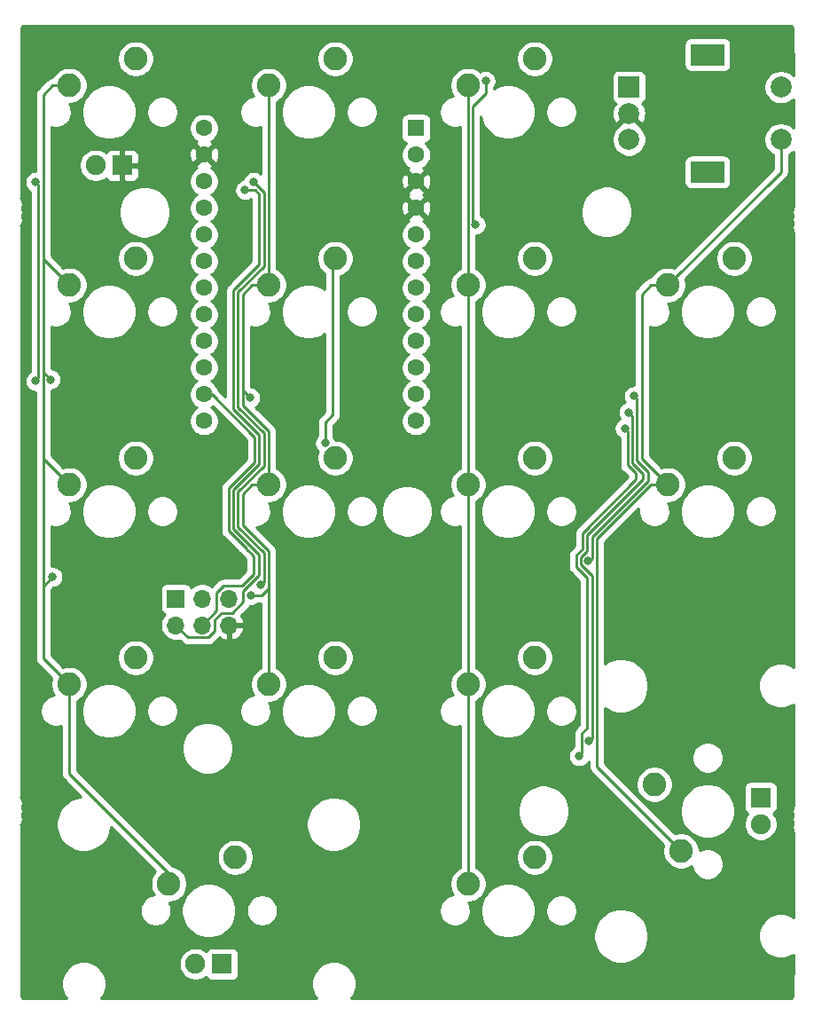
<source format=gbr>
G04 #@! TF.GenerationSoftware,KiCad,Pcbnew,(5.1.7)-1*
G04 #@! TF.CreationDate,2020-12-06T23:42:38-08:00*
G04 #@! TF.ProjectId,dropout-miniusb,64726f70-6f75-4742-9d6d-696e69757362,rev?*
G04 #@! TF.SameCoordinates,Original*
G04 #@! TF.FileFunction,Copper,L1,Top*
G04 #@! TF.FilePolarity,Positive*
%FSLAX46Y46*%
G04 Gerber Fmt 4.6, Leading zero omitted, Abs format (unit mm)*
G04 Created by KiCad (PCBNEW (5.1.7)-1) date 2020-12-06 23:42:38*
%MOMM*%
%LPD*%
G01*
G04 APERTURE LIST*
G04 #@! TA.AperFunction,ComponentPad*
%ADD10R,1.905000X1.905000*%
G04 #@! TD*
G04 #@! TA.AperFunction,ComponentPad*
%ADD11C,1.905000*%
G04 #@! TD*
G04 #@! TA.AperFunction,ComponentPad*
%ADD12C,2.250000*%
G04 #@! TD*
G04 #@! TA.AperFunction,ComponentPad*
%ADD13O,1.700000X1.700000*%
G04 #@! TD*
G04 #@! TA.AperFunction,ComponentPad*
%ADD14R,1.700000X1.700000*%
G04 #@! TD*
G04 #@! TA.AperFunction,ComponentPad*
%ADD15R,1.600000X1.600000*%
G04 #@! TD*
G04 #@! TA.AperFunction,ComponentPad*
%ADD16C,1.600000*%
G04 #@! TD*
G04 #@! TA.AperFunction,ComponentPad*
%ADD17R,2.000000X2.000000*%
G04 #@! TD*
G04 #@! TA.AperFunction,ComponentPad*
%ADD18C,2.000000*%
G04 #@! TD*
G04 #@! TA.AperFunction,ComponentPad*
%ADD19R,3.200000X2.000000*%
G04 #@! TD*
G04 #@! TA.AperFunction,ViaPad*
%ADD20C,0.800000*%
G04 #@! TD*
G04 #@! TA.AperFunction,Conductor*
%ADD21C,0.250000*%
G04 #@! TD*
G04 #@! TA.AperFunction,Conductor*
%ADD22C,0.254000*%
G04 #@! TD*
G04 #@! TA.AperFunction,Conductor*
%ADD23C,0.100000*%
G04 #@! TD*
G04 APERTURE END LIST*
D10*
X208890800Y-124889779D03*
D11*
X208890800Y-127429779D03*
D12*
X201270800Y-129969779D03*
X198730800Y-123619779D03*
X149200800Y-73454779D03*
X142850800Y-75994779D03*
X187300800Y-54404779D03*
X180950800Y-56944779D03*
D13*
X158118292Y-108443374D03*
X158118292Y-105903374D03*
X155578292Y-108443374D03*
X155578292Y-105903374D03*
X153038292Y-108443374D03*
D14*
X153038292Y-105903374D03*
D15*
X175982674Y-61023390D03*
D16*
X175982674Y-63563390D03*
X175982674Y-66103390D03*
X175982674Y-68643390D03*
X175982674Y-71183390D03*
X175982674Y-73723390D03*
X175982674Y-76263390D03*
X175982674Y-78803390D03*
X175982674Y-81343390D03*
X175982674Y-83883390D03*
X175982674Y-86423390D03*
X175982674Y-88963390D03*
X155742674Y-88963390D03*
X155742674Y-86423390D03*
X155742674Y-83883390D03*
X155742674Y-81343390D03*
X155742674Y-78803390D03*
X155742674Y-76263390D03*
X155742674Y-73723390D03*
X155742674Y-71183390D03*
X155742674Y-68643390D03*
X155742674Y-66103390D03*
X155742674Y-63563390D03*
X155742674Y-61023390D03*
D12*
X168250800Y-73454779D03*
X161900800Y-75994779D03*
D10*
X157455800Y-140764779D03*
D11*
X154915800Y-140764779D03*
D12*
X152375800Y-133144779D03*
X158725800Y-130604779D03*
D17*
X196310800Y-57103529D03*
D18*
X196310800Y-59603529D03*
X196310800Y-62103529D03*
D19*
X203810800Y-54003529D03*
X203810800Y-65203529D03*
D18*
X210810800Y-57103529D03*
X210810800Y-62103529D03*
D12*
X206350800Y-92504779D03*
X200000800Y-95044779D03*
D10*
X147930800Y-64564779D03*
D11*
X145390800Y-64564779D03*
D12*
X142850800Y-56944779D03*
X149200800Y-54404779D03*
X206350800Y-73454779D03*
X200000800Y-75994779D03*
X187300800Y-130604779D03*
X180950800Y-133144779D03*
X168250800Y-54404779D03*
X161900800Y-56944779D03*
X187300800Y-73454779D03*
X180950800Y-75994779D03*
X187300800Y-92504779D03*
X180950800Y-95044779D03*
X168250800Y-92504779D03*
X161900800Y-95044779D03*
X149200800Y-92504779D03*
X142850800Y-95044779D03*
X149200808Y-111554755D03*
X142850808Y-114094755D03*
X168250800Y-111554779D03*
X161900800Y-114094779D03*
X187300840Y-111554755D03*
X180950840Y-114094755D03*
D20*
X181675800Y-70230886D03*
X182621543Y-56515538D03*
X196805799Y-86575774D03*
X192427892Y-102323774D03*
X196272498Y-88134380D03*
X192511899Y-119499935D03*
X195905781Y-89674574D03*
X191551900Y-120931633D03*
X167290521Y-91071777D03*
X141069092Y-84997228D03*
X141272292Y-103847774D03*
X160119092Y-86728174D03*
X160220692Y-105574974D03*
X139655799Y-66154174D03*
X139655799Y-85153374D03*
X159661892Y-66916174D03*
X160474692Y-66154174D03*
X161175800Y-104586304D03*
D21*
X181675800Y-70230886D02*
X181400810Y-69955896D01*
X181400810Y-69955896D02*
X181400810Y-58919939D01*
X182621543Y-57699206D02*
X182621543Y-56515538D01*
X181400810Y-58919939D02*
X182621543Y-57699206D01*
X160550770Y-92894589D02*
X160550770Y-90491481D01*
X156482679Y-86423390D02*
X155742674Y-86423390D01*
X158080771Y-95364588D02*
X160550770Y-92894589D01*
X160550770Y-90491481D02*
X156482679Y-86423390D01*
X158080772Y-99451480D02*
X158080771Y-95364588D01*
X156943291Y-105339373D02*
X157571290Y-104711374D01*
X156943291Y-107078375D02*
X156943291Y-105339373D01*
X155578292Y-108443374D02*
X156943291Y-107078375D01*
X157571290Y-104711374D02*
X159341318Y-104711374D01*
X160474692Y-103578000D02*
X160474692Y-101845403D01*
X159341318Y-104711374D02*
X160474692Y-103578000D01*
X159596278Y-100966989D02*
X159596278Y-100966988D01*
X160474692Y-101845403D02*
X159596278Y-100966989D01*
X159596278Y-100966988D02*
X158080772Y-99451480D01*
X159909420Y-101280131D02*
X159596278Y-100966988D01*
X196805799Y-86575774D02*
X197080789Y-86850764D01*
X197080789Y-86850764D02*
X197080790Y-92761179D01*
X198168292Y-93848681D02*
X198168292Y-94649887D01*
X197080790Y-92761179D02*
X198168292Y-93848681D01*
X198168292Y-94649887D02*
X196947548Y-95870631D01*
X196947548Y-95870631D02*
X192786889Y-100031290D01*
X192786889Y-100031290D02*
X192786889Y-102066377D01*
X192529492Y-102323774D02*
X192427892Y-102323774D01*
X192786889Y-102066377D02*
X192529492Y-102323774D01*
X196272498Y-88134380D02*
X196630781Y-88492663D01*
X196630781Y-88492663D02*
X196630781Y-92947580D01*
X197660292Y-93977091D02*
X197660292Y-94521477D01*
X196630781Y-92947580D02*
X197660292Y-93977091D01*
X197660292Y-94521477D02*
X192336879Y-99844890D01*
X191702891Y-101975773D02*
X192336879Y-101341785D01*
X191702891Y-102671775D02*
X191702891Y-101975773D01*
X192336879Y-101341785D02*
X192336879Y-100556361D01*
X192786889Y-103755773D02*
X191702891Y-102671775D01*
X192336879Y-100556361D02*
X192336879Y-100810361D01*
X192786889Y-118982777D02*
X192786889Y-103755773D01*
X192336879Y-99844890D02*
X192336879Y-100556361D01*
X192786889Y-119224945D02*
X192511899Y-119499935D01*
X192786889Y-118982777D02*
X192786889Y-119224945D01*
X195905781Y-89674574D02*
X196180771Y-89949564D01*
X196180771Y-89949564D02*
X196180771Y-93173453D01*
X196180771Y-93173453D02*
X196220244Y-93173453D01*
X196999892Y-93953101D02*
X196999892Y-94545467D01*
X196220244Y-93173453D02*
X196999892Y-93953101D01*
X191886869Y-99658490D02*
X191886869Y-100369961D01*
X196999892Y-94545467D02*
X191886869Y-99658490D01*
X191886869Y-101155385D02*
X191252881Y-101789373D01*
X191886869Y-100369961D02*
X191886869Y-101155385D01*
X191252881Y-101789373D02*
X191252882Y-102858176D01*
X191252882Y-102858176D02*
X192336879Y-103942173D01*
X191786898Y-118784742D02*
X191786898Y-119919980D01*
X192336879Y-118234761D02*
X191786898Y-118784742D01*
X192336879Y-103942173D02*
X192336879Y-118234761D01*
X191786898Y-120696635D02*
X191551900Y-120931633D01*
X191786898Y-119919980D02*
X191786898Y-120696635D01*
X168029701Y-73675878D02*
X168250800Y-73454779D01*
X168029701Y-88351965D02*
X168029701Y-73675878D01*
X167290521Y-89091145D02*
X168029701Y-88351965D01*
X167290521Y-91071777D02*
X167290521Y-89091145D01*
X140380799Y-73524778D02*
X142850800Y-75994779D01*
X141259810Y-56944779D02*
X140380799Y-57823790D01*
X142850800Y-56944779D02*
X141259810Y-56944779D01*
X140380799Y-92574778D02*
X142850800Y-95044779D01*
X140380799Y-106036778D02*
X140374300Y-106043277D01*
X140374300Y-111618247D02*
X142850808Y-114094755D01*
X140374300Y-106043277D02*
X140374300Y-111618247D01*
X140380799Y-57823790D02*
X140380799Y-67987280D01*
X140380799Y-87804866D02*
X140380799Y-88198881D01*
X140380799Y-88198881D02*
X140380799Y-92574778D01*
X152375800Y-132125805D02*
X152375800Y-133144779D01*
X142850808Y-122600813D02*
X152375800Y-132125805D01*
X142850808Y-114094755D02*
X142850808Y-122600813D01*
X140380799Y-68328363D02*
X140380799Y-73524778D01*
X140380799Y-67987280D02*
X140380799Y-68328363D01*
X140380799Y-73524778D02*
X140380799Y-83860467D01*
X140380799Y-83860467D02*
X140380799Y-88198881D01*
X140380799Y-84308935D02*
X141069092Y-84997228D01*
X140380799Y-83860467D02*
X140380799Y-84308935D01*
X140380799Y-104739267D02*
X140380799Y-104785081D01*
X140380799Y-104785081D02*
X140380799Y-106036778D01*
X141272292Y-103847774D02*
X140380799Y-104739267D01*
X140380799Y-92574778D02*
X140380799Y-104785081D01*
X180950800Y-56944779D02*
X180950800Y-75994779D01*
X180950800Y-75994779D02*
X180950800Y-95044779D01*
X180950800Y-114094715D02*
X180950840Y-114094755D01*
X180950800Y-95044779D02*
X180950800Y-114094715D01*
X180950840Y-133144739D02*
X180950800Y-133144779D01*
X180950840Y-114094755D02*
X180950840Y-133144739D01*
X161900800Y-56944779D02*
X161394798Y-56944779D01*
X161843052Y-76052527D02*
X161900800Y-75994779D01*
X161900800Y-75994779D02*
X161900800Y-56944779D01*
X160309810Y-75994779D02*
X159430799Y-76873790D01*
X161900800Y-75994779D02*
X160309810Y-75994779D01*
X159430799Y-86039881D02*
X160119092Y-86728174D01*
X159430799Y-85887481D02*
X159430799Y-86039881D01*
X159430799Y-76873790D02*
X159430799Y-85887481D01*
X161900800Y-90280466D02*
X161900800Y-95044779D01*
X161900800Y-89932282D02*
X161900800Y-90280466D01*
X159430799Y-87462281D02*
X161900800Y-89932282D01*
X159430799Y-85887481D02*
X159430799Y-87462281D01*
X159430799Y-95923790D02*
X159430799Y-98892281D01*
X160309810Y-95044779D02*
X159430799Y-95923790D01*
X161900800Y-95044779D02*
X160309810Y-95044779D01*
X159430799Y-98892281D02*
X161900800Y-101362282D01*
X161900800Y-104934306D02*
X161900800Y-104250466D01*
X161260132Y-105574974D02*
X161900800Y-104934306D01*
X160220692Y-105574974D02*
X161260132Y-105574974D01*
X161900800Y-104250466D02*
X161900800Y-114094779D01*
X161900800Y-101362282D02*
X161900800Y-104250466D01*
X210810800Y-65184779D02*
X200000800Y-75994779D01*
X210810800Y-62103529D02*
X210810800Y-65184779D01*
X197530799Y-76873790D02*
X197530799Y-92574778D01*
X198409810Y-75994779D02*
X197530799Y-76873790D01*
X200000800Y-75994779D02*
X198409810Y-75994779D01*
X197530799Y-92574778D02*
X200000800Y-95044779D01*
X193236899Y-121935878D02*
X201270800Y-129969779D01*
X193236899Y-100217690D02*
X193236899Y-121935878D01*
X198409810Y-95044779D02*
X193236899Y-100217690D01*
X200000800Y-95044779D02*
X198409810Y-95044779D01*
X139655799Y-66154174D02*
X139930789Y-66429164D01*
X139930789Y-84878384D02*
X139655799Y-85153374D01*
X139930789Y-66429164D02*
X139930789Y-84878384D01*
X154213293Y-109618375D02*
X153038292Y-108443374D01*
X156142293Y-109618375D02*
X154213293Y-109618375D01*
X156753293Y-109007375D02*
X156142293Y-109618375D01*
X156753293Y-107924773D02*
X156753293Y-109007375D01*
X157409693Y-107268373D02*
X156753293Y-107924773D01*
X159495691Y-106198375D02*
X158425693Y-107268373D01*
X159661892Y-66916174D02*
X160600282Y-66916174D01*
X158530781Y-87835081D02*
X161000780Y-90305082D01*
X161000780Y-67316672D02*
X161000780Y-74030989D01*
X161000780Y-74030989D02*
X158530780Y-76500989D01*
X160600282Y-66916174D02*
X161000780Y-67316672D01*
X161000780Y-90305082D02*
X161000780Y-93080989D01*
X158425693Y-107268373D02*
X157409693Y-107268373D01*
X158530780Y-95550989D02*
X158530781Y-99265081D01*
X161000780Y-93080989D02*
X158530780Y-95550989D01*
X158530781Y-99265081D02*
X161000780Y-101735082D01*
X158530780Y-76500989D02*
X158530781Y-87835081D01*
X159495691Y-105193411D02*
X161000780Y-103688322D01*
X159495691Y-106198375D02*
X159495691Y-105193411D01*
X161000780Y-103688322D02*
X161000780Y-101735082D01*
X160474692Y-66154174D02*
X161450790Y-67130272D01*
X161450790Y-67130272D02*
X161450790Y-73864876D01*
X161450790Y-74217389D02*
X158980789Y-76687390D01*
X161450790Y-73864876D02*
X161450790Y-74217389D01*
X158980789Y-76687390D02*
X158980790Y-87648682D01*
X158980790Y-87648682D02*
X161450790Y-90118682D01*
X161450790Y-90118682D02*
X161450790Y-93267389D01*
X158980790Y-99078682D02*
X161450790Y-101548682D01*
X158980789Y-95737390D02*
X158980790Y-99078682D01*
X161450790Y-93267389D02*
X158980789Y-95737390D01*
X161450790Y-104311314D02*
X161175800Y-104586304D01*
X161450790Y-101548682D02*
X161450790Y-104311314D01*
D22*
X211753422Y-51272478D02*
X211806971Y-51288645D01*
X211856354Y-51314903D01*
X211899702Y-51350256D01*
X211935357Y-51393355D01*
X211961958Y-51442552D01*
X211978499Y-51495990D01*
X211987776Y-51584254D01*
X211990566Y-55971056D01*
X211853052Y-55833542D01*
X211585263Y-55654611D01*
X211287712Y-55531361D01*
X210971833Y-55468529D01*
X210649767Y-55468529D01*
X210333888Y-55531361D01*
X210036337Y-55654611D01*
X209768548Y-55833542D01*
X209540813Y-56061277D01*
X209361882Y-56329066D01*
X209238632Y-56626617D01*
X209175800Y-56942496D01*
X209175800Y-57264562D01*
X209238632Y-57580441D01*
X209361882Y-57877992D01*
X209540813Y-58145781D01*
X209768548Y-58373516D01*
X210036337Y-58552447D01*
X210333888Y-58675697D01*
X210649767Y-58738529D01*
X210971833Y-58738529D01*
X211287712Y-58675697D01*
X211585263Y-58552447D01*
X211853052Y-58373516D01*
X211992006Y-58234562D01*
X211993748Y-60974238D01*
X211853052Y-60833542D01*
X211585263Y-60654611D01*
X211287712Y-60531361D01*
X210971833Y-60468529D01*
X210649767Y-60468529D01*
X210333888Y-60531361D01*
X210036337Y-60654611D01*
X209768548Y-60833542D01*
X209540813Y-61061277D01*
X209361882Y-61329066D01*
X209238632Y-61626617D01*
X209175800Y-61942496D01*
X209175800Y-62264562D01*
X209238632Y-62580441D01*
X209361882Y-62877992D01*
X209540813Y-63145781D01*
X209768548Y-63373516D01*
X210036337Y-63552447D01*
X210050800Y-63558438D01*
X210050801Y-64869976D01*
X200587846Y-74332931D01*
X200514173Y-74302415D01*
X200174145Y-74234779D01*
X199827455Y-74234779D01*
X199487427Y-74302415D01*
X199167127Y-74435087D01*
X198878865Y-74627698D01*
X198633719Y-74872844D01*
X198441108Y-75161106D01*
X198412024Y-75231321D01*
X198409809Y-75231103D01*
X198372486Y-75234779D01*
X198372477Y-75234779D01*
X198260824Y-75245776D01*
X198117563Y-75289233D01*
X197985534Y-75359805D01*
X197869809Y-75454778D01*
X197846011Y-75483776D01*
X197019801Y-76309987D01*
X196990798Y-76333789D01*
X196940447Y-76395143D01*
X196895825Y-76449514D01*
X196837529Y-76558578D01*
X196825253Y-76581544D01*
X196781796Y-76724805D01*
X196770799Y-76836458D01*
X196770799Y-76836468D01*
X196767123Y-76873790D01*
X196770799Y-76911112D01*
X196770800Y-85540774D01*
X196703860Y-85540774D01*
X196503901Y-85580548D01*
X196315543Y-85658569D01*
X196146025Y-85771837D01*
X196001862Y-85916000D01*
X195888594Y-86085518D01*
X195810573Y-86273876D01*
X195770799Y-86473835D01*
X195770799Y-86677713D01*
X195810573Y-86877672D01*
X195888594Y-87066030D01*
X195944639Y-87149907D01*
X195782242Y-87217175D01*
X195612724Y-87330443D01*
X195468561Y-87474606D01*
X195355293Y-87644124D01*
X195277272Y-87832482D01*
X195237498Y-88032441D01*
X195237498Y-88236319D01*
X195277272Y-88436278D01*
X195355293Y-88624636D01*
X195437813Y-88748137D01*
X195415525Y-88757369D01*
X195246007Y-88870637D01*
X195101844Y-89014800D01*
X194988576Y-89184318D01*
X194910555Y-89372676D01*
X194870781Y-89572635D01*
X194870781Y-89776513D01*
X194910555Y-89976472D01*
X194988576Y-90164830D01*
X195101844Y-90334348D01*
X195246007Y-90478511D01*
X195415525Y-90591779D01*
X195420771Y-90593952D01*
X195420772Y-93136110D01*
X195417094Y-93173453D01*
X195431768Y-93322439D01*
X195475225Y-93465700D01*
X195545797Y-93597729D01*
X195640770Y-93713454D01*
X195756495Y-93808427D01*
X195807887Y-93835897D01*
X196221273Y-94249283D01*
X191375872Y-99094686D01*
X191346868Y-99118489D01*
X191313430Y-99159234D01*
X191251895Y-99234214D01*
X191202971Y-99325744D01*
X191181323Y-99366244D01*
X191137866Y-99509505D01*
X191126869Y-99621158D01*
X191126869Y-99621168D01*
X191123193Y-99658490D01*
X191126869Y-99695812D01*
X191126869Y-100840583D01*
X190741877Y-101225576D01*
X190712880Y-101249373D01*
X190689082Y-101278371D01*
X190617907Y-101365097D01*
X190550733Y-101490770D01*
X190547335Y-101497127D01*
X190503878Y-101640388D01*
X190492881Y-101752041D01*
X190492881Y-101752051D01*
X190489205Y-101789373D01*
X190492881Y-101826697D01*
X190492883Y-102820845D01*
X190489206Y-102858176D01*
X190492883Y-102895508D01*
X190492883Y-102895509D01*
X190503880Y-103007162D01*
X190513234Y-103037999D01*
X190547336Y-103150422D01*
X190617908Y-103282452D01*
X190647903Y-103319000D01*
X190712882Y-103398177D01*
X190741880Y-103421975D01*
X191576879Y-104256975D01*
X191576880Y-117919958D01*
X191275900Y-118220939D01*
X191246897Y-118244741D01*
X191192864Y-118310581D01*
X191151924Y-118360466D01*
X191139480Y-118383747D01*
X191081352Y-118492496D01*
X191037895Y-118635757D01*
X191026898Y-118747410D01*
X191026898Y-118747420D01*
X191023222Y-118784742D01*
X191026898Y-118822065D01*
X191026899Y-119882638D01*
X191026898Y-119882648D01*
X191026898Y-120037644D01*
X190892126Y-120127696D01*
X190747963Y-120271859D01*
X190634695Y-120441377D01*
X190556674Y-120629735D01*
X190516900Y-120829694D01*
X190516900Y-121033572D01*
X190556674Y-121233531D01*
X190634695Y-121421889D01*
X190747963Y-121591407D01*
X190892126Y-121735570D01*
X191061644Y-121848838D01*
X191250002Y-121926859D01*
X191449961Y-121966633D01*
X191653839Y-121966633D01*
X191853798Y-121926859D01*
X192042156Y-121848838D01*
X192211674Y-121735570D01*
X192355837Y-121591407D01*
X192469105Y-121421889D01*
X192476900Y-121403070D01*
X192476900Y-121898545D01*
X192473223Y-121935878D01*
X192476900Y-121973211D01*
X192483710Y-122042348D01*
X192487897Y-122084863D01*
X192531353Y-122228124D01*
X192601925Y-122360154D01*
X192673100Y-122446880D01*
X192696899Y-122475879D01*
X192725897Y-122499677D01*
X199608952Y-129382733D01*
X199578436Y-129456406D01*
X199510800Y-129796434D01*
X199510800Y-130143124D01*
X199578436Y-130483152D01*
X199711108Y-130803452D01*
X199903719Y-131091714D01*
X200148865Y-131336860D01*
X200437127Y-131529471D01*
X200757427Y-131662143D01*
X201097455Y-131729779D01*
X201444145Y-131729779D01*
X201784173Y-131662143D01*
X202104473Y-131529471D01*
X202302519Y-131397141D01*
X202358829Y-131680230D01*
X202472656Y-131955032D01*
X202637907Y-132202348D01*
X202848231Y-132412672D01*
X203095547Y-132577923D01*
X203370349Y-132691750D01*
X203662078Y-132749779D01*
X203959522Y-132749779D01*
X204251251Y-132691750D01*
X204526053Y-132577923D01*
X204773369Y-132412672D01*
X204983693Y-132202348D01*
X205148944Y-131955032D01*
X205262771Y-131680230D01*
X205320800Y-131388501D01*
X205320800Y-131091057D01*
X205262771Y-130799328D01*
X205148944Y-130524526D01*
X204983693Y-130277210D01*
X204773369Y-130066886D01*
X204526053Y-129901635D01*
X204251251Y-129787808D01*
X203959522Y-129729779D01*
X203662078Y-129729779D01*
X203370349Y-129787808D01*
X203095547Y-129901635D01*
X203030800Y-129944897D01*
X203030800Y-129796434D01*
X202963164Y-129456406D01*
X202830492Y-129136106D01*
X202637881Y-128847844D01*
X202392735Y-128602698D01*
X202104473Y-128410087D01*
X201784173Y-128277415D01*
X201444145Y-128209779D01*
X201097455Y-128209779D01*
X200757427Y-128277415D01*
X200683754Y-128307931D01*
X198276678Y-125900855D01*
X201181900Y-125900855D01*
X201181900Y-126418703D01*
X201282927Y-126926601D01*
X201481099Y-127405030D01*
X201768800Y-127835605D01*
X202134974Y-128201779D01*
X202565549Y-128489480D01*
X203043978Y-128687652D01*
X203551876Y-128788679D01*
X204069724Y-128788679D01*
X204577622Y-128687652D01*
X205056051Y-128489480D01*
X205486626Y-128201779D01*
X205852800Y-127835605D01*
X206140501Y-127405030D01*
X206338673Y-126926601D01*
X206439700Y-126418703D01*
X206439700Y-125900855D01*
X206338673Y-125392957D01*
X206140501Y-124914528D01*
X205852800Y-124483953D01*
X205486626Y-124117779D01*
X205216489Y-123937279D01*
X207300228Y-123937279D01*
X207300228Y-125842279D01*
X207312488Y-125966761D01*
X207348798Y-126086459D01*
X207407763Y-126196773D01*
X207487115Y-126293464D01*
X207583806Y-126372816D01*
X207661285Y-126414230D01*
X207657708Y-126417807D01*
X207483976Y-126677816D01*
X207364307Y-126966722D01*
X207303300Y-127273424D01*
X207303300Y-127586134D01*
X207364307Y-127892836D01*
X207483976Y-128181742D01*
X207657708Y-128441751D01*
X207878828Y-128662871D01*
X208138837Y-128836603D01*
X208427743Y-128956272D01*
X208734445Y-129017279D01*
X209047155Y-129017279D01*
X209353857Y-128956272D01*
X209642763Y-128836603D01*
X209902772Y-128662871D01*
X210123892Y-128441751D01*
X210297624Y-128181742D01*
X210417293Y-127892836D01*
X210478300Y-127586134D01*
X210478300Y-127273424D01*
X210417293Y-126966722D01*
X210297624Y-126677816D01*
X210123892Y-126417807D01*
X210120315Y-126414230D01*
X210197794Y-126372816D01*
X210294485Y-126293464D01*
X210373837Y-126196773D01*
X210432802Y-126086459D01*
X210469112Y-125966761D01*
X210481372Y-125842279D01*
X210481372Y-123937279D01*
X210469112Y-123812797D01*
X210432802Y-123693099D01*
X210373837Y-123582785D01*
X210294485Y-123486094D01*
X210197794Y-123406742D01*
X210087480Y-123347777D01*
X209967782Y-123311467D01*
X209843300Y-123299207D01*
X207938300Y-123299207D01*
X207813818Y-123311467D01*
X207694120Y-123347777D01*
X207583806Y-123406742D01*
X207487115Y-123486094D01*
X207407763Y-123582785D01*
X207348798Y-123693099D01*
X207312488Y-123812797D01*
X207300228Y-123937279D01*
X205216489Y-123937279D01*
X205056051Y-123830078D01*
X204577622Y-123631906D01*
X204069724Y-123530879D01*
X203551876Y-123530879D01*
X203043978Y-123631906D01*
X202565549Y-123830078D01*
X202134974Y-124117779D01*
X201768800Y-124483953D01*
X201481099Y-124914528D01*
X201282927Y-125392957D01*
X201181900Y-125900855D01*
X198276678Y-125900855D01*
X195822257Y-123446434D01*
X196970800Y-123446434D01*
X196970800Y-123793124D01*
X197038436Y-124133152D01*
X197171108Y-124453452D01*
X197363719Y-124741714D01*
X197608865Y-124986860D01*
X197897127Y-125179471D01*
X198217427Y-125312143D01*
X198557455Y-125379779D01*
X198904145Y-125379779D01*
X199244173Y-125312143D01*
X199564473Y-125179471D01*
X199852735Y-124986860D01*
X200097881Y-124741714D01*
X200290492Y-124453452D01*
X200423164Y-124133152D01*
X200490800Y-123793124D01*
X200490800Y-123446434D01*
X200423164Y-123106406D01*
X200290492Y-122786106D01*
X200097881Y-122497844D01*
X199852735Y-122252698D01*
X199564473Y-122060087D01*
X199244173Y-121927415D01*
X198904145Y-121859779D01*
X198557455Y-121859779D01*
X198217427Y-121927415D01*
X197897127Y-122060087D01*
X197608865Y-122252698D01*
X197363719Y-122497844D01*
X197171108Y-122786106D01*
X197038436Y-123106406D01*
X196970800Y-123446434D01*
X195822257Y-123446434D01*
X193996899Y-121621077D01*
X193996899Y-120931057D01*
X202300800Y-120931057D01*
X202300800Y-121228501D01*
X202358829Y-121520230D01*
X202472656Y-121795032D01*
X202637907Y-122042348D01*
X202848231Y-122252672D01*
X203095547Y-122417923D01*
X203370349Y-122531750D01*
X203662078Y-122589779D01*
X203959522Y-122589779D01*
X204251251Y-122531750D01*
X204526053Y-122417923D01*
X204773369Y-122252672D01*
X204983693Y-122042348D01*
X205148944Y-121795032D01*
X205262771Y-121520230D01*
X205320800Y-121228501D01*
X205320800Y-120931057D01*
X205262771Y-120639328D01*
X205148944Y-120364526D01*
X204983693Y-120117210D01*
X204773369Y-119906886D01*
X204526053Y-119741635D01*
X204251251Y-119627808D01*
X203959522Y-119569779D01*
X203662078Y-119569779D01*
X203370349Y-119627808D01*
X203095547Y-119741635D01*
X202848231Y-119906886D01*
X202637907Y-120117210D01*
X202472656Y-120364526D01*
X202358829Y-120639328D01*
X202300800Y-120931057D01*
X193996899Y-120931057D01*
X193996899Y-116341906D01*
X194310549Y-116551480D01*
X194788978Y-116749652D01*
X195296876Y-116850679D01*
X195814724Y-116850679D01*
X196322622Y-116749652D01*
X196801051Y-116551480D01*
X197231626Y-116263779D01*
X197597800Y-115897605D01*
X197885501Y-115467030D01*
X198083673Y-114988601D01*
X198184700Y-114480703D01*
X198184700Y-113962855D01*
X198083673Y-113454957D01*
X197885501Y-112976528D01*
X197597800Y-112545953D01*
X197231626Y-112179779D01*
X196801051Y-111892078D01*
X196322622Y-111693906D01*
X195814724Y-111592879D01*
X195296876Y-111592879D01*
X194788978Y-111693906D01*
X194310549Y-111892078D01*
X193996899Y-112101652D01*
X193996899Y-100532491D01*
X197252451Y-97276940D01*
X197220800Y-97436057D01*
X197220800Y-97733501D01*
X197278829Y-98025230D01*
X197392656Y-98300032D01*
X197557907Y-98547348D01*
X197768231Y-98757672D01*
X198015547Y-98922923D01*
X198290349Y-99036750D01*
X198582078Y-99094779D01*
X198879522Y-99094779D01*
X199171251Y-99036750D01*
X199446053Y-98922923D01*
X199693369Y-98757672D01*
X199903693Y-98547348D01*
X200068944Y-98300032D01*
X200182771Y-98025230D01*
X200240800Y-97733501D01*
X200240800Y-97436057D01*
X200218880Y-97325855D01*
X201181900Y-97325855D01*
X201181900Y-97843703D01*
X201282927Y-98351601D01*
X201481099Y-98830030D01*
X201768800Y-99260605D01*
X202134974Y-99626779D01*
X202565549Y-99914480D01*
X203043978Y-100112652D01*
X203551876Y-100213679D01*
X204069724Y-100213679D01*
X204577622Y-100112652D01*
X205056051Y-99914480D01*
X205486626Y-99626779D01*
X205852800Y-99260605D01*
X206140501Y-98830030D01*
X206338673Y-98351601D01*
X206439700Y-97843703D01*
X206439700Y-97436057D01*
X207380800Y-97436057D01*
X207380800Y-97733501D01*
X207438829Y-98025230D01*
X207552656Y-98300032D01*
X207717907Y-98547348D01*
X207928231Y-98757672D01*
X208175547Y-98922923D01*
X208450349Y-99036750D01*
X208742078Y-99094779D01*
X209039522Y-99094779D01*
X209331251Y-99036750D01*
X209606053Y-98922923D01*
X209853369Y-98757672D01*
X210063693Y-98547348D01*
X210228944Y-98300032D01*
X210342771Y-98025230D01*
X210400800Y-97733501D01*
X210400800Y-97436057D01*
X210342771Y-97144328D01*
X210228944Y-96869526D01*
X210063693Y-96622210D01*
X209853369Y-96411886D01*
X209606053Y-96246635D01*
X209331251Y-96132808D01*
X209039522Y-96074779D01*
X208742078Y-96074779D01*
X208450349Y-96132808D01*
X208175547Y-96246635D01*
X207928231Y-96411886D01*
X207717907Y-96622210D01*
X207552656Y-96869526D01*
X207438829Y-97144328D01*
X207380800Y-97436057D01*
X206439700Y-97436057D01*
X206439700Y-97325855D01*
X206338673Y-96817957D01*
X206140501Y-96339528D01*
X205852800Y-95908953D01*
X205486626Y-95542779D01*
X205056051Y-95255078D01*
X204577622Y-95056906D01*
X204069724Y-94955879D01*
X203551876Y-94955879D01*
X203043978Y-95056906D01*
X202565549Y-95255078D01*
X202134974Y-95542779D01*
X201768800Y-95908953D01*
X201481099Y-96339528D01*
X201282927Y-96817957D01*
X201181900Y-97325855D01*
X200218880Y-97325855D01*
X200182771Y-97144328D01*
X200068944Y-96869526D01*
X200025682Y-96804779D01*
X200174145Y-96804779D01*
X200514173Y-96737143D01*
X200834473Y-96604471D01*
X201122735Y-96411860D01*
X201367881Y-96166714D01*
X201560492Y-95878452D01*
X201693164Y-95558152D01*
X201760800Y-95218124D01*
X201760800Y-94871434D01*
X201693164Y-94531406D01*
X201560492Y-94211106D01*
X201367881Y-93922844D01*
X201122735Y-93677698D01*
X200834473Y-93485087D01*
X200514173Y-93352415D01*
X200174145Y-93284779D01*
X199827455Y-93284779D01*
X199487427Y-93352415D01*
X199413754Y-93382931D01*
X198362257Y-92331434D01*
X204590800Y-92331434D01*
X204590800Y-92678124D01*
X204658436Y-93018152D01*
X204791108Y-93338452D01*
X204983719Y-93626714D01*
X205228865Y-93871860D01*
X205517127Y-94064471D01*
X205837427Y-94197143D01*
X206177455Y-94264779D01*
X206524145Y-94264779D01*
X206864173Y-94197143D01*
X207184473Y-94064471D01*
X207472735Y-93871860D01*
X207717881Y-93626714D01*
X207910492Y-93338452D01*
X208043164Y-93018152D01*
X208110800Y-92678124D01*
X208110800Y-92331434D01*
X208043164Y-91991406D01*
X207910492Y-91671106D01*
X207717881Y-91382844D01*
X207472735Y-91137698D01*
X207184473Y-90945087D01*
X206864173Y-90812415D01*
X206524145Y-90744779D01*
X206177455Y-90744779D01*
X205837427Y-90812415D01*
X205517127Y-90945087D01*
X205228865Y-91137698D01*
X204983719Y-91382844D01*
X204791108Y-91671106D01*
X204658436Y-91991406D01*
X204590800Y-92331434D01*
X198362257Y-92331434D01*
X198290799Y-92259977D01*
X198290799Y-79986840D01*
X198582078Y-80044779D01*
X198879522Y-80044779D01*
X199171251Y-79986750D01*
X199446053Y-79872923D01*
X199693369Y-79707672D01*
X199903693Y-79497348D01*
X200068944Y-79250032D01*
X200182771Y-78975230D01*
X200240800Y-78683501D01*
X200240800Y-78386057D01*
X200218880Y-78275855D01*
X201181900Y-78275855D01*
X201181900Y-78793703D01*
X201282927Y-79301601D01*
X201481099Y-79780030D01*
X201768800Y-80210605D01*
X202134974Y-80576779D01*
X202565549Y-80864480D01*
X203043978Y-81062652D01*
X203551876Y-81163679D01*
X204069724Y-81163679D01*
X204577622Y-81062652D01*
X205056051Y-80864480D01*
X205486626Y-80576779D01*
X205852800Y-80210605D01*
X206140501Y-79780030D01*
X206338673Y-79301601D01*
X206439700Y-78793703D01*
X206439700Y-78386057D01*
X207380800Y-78386057D01*
X207380800Y-78683501D01*
X207438829Y-78975230D01*
X207552656Y-79250032D01*
X207717907Y-79497348D01*
X207928231Y-79707672D01*
X208175547Y-79872923D01*
X208450349Y-79986750D01*
X208742078Y-80044779D01*
X209039522Y-80044779D01*
X209331251Y-79986750D01*
X209606053Y-79872923D01*
X209853369Y-79707672D01*
X210063693Y-79497348D01*
X210228944Y-79250032D01*
X210342771Y-78975230D01*
X210400800Y-78683501D01*
X210400800Y-78386057D01*
X210342771Y-78094328D01*
X210228944Y-77819526D01*
X210063693Y-77572210D01*
X209853369Y-77361886D01*
X209606053Y-77196635D01*
X209331251Y-77082808D01*
X209039522Y-77024779D01*
X208742078Y-77024779D01*
X208450349Y-77082808D01*
X208175547Y-77196635D01*
X207928231Y-77361886D01*
X207717907Y-77572210D01*
X207552656Y-77819526D01*
X207438829Y-78094328D01*
X207380800Y-78386057D01*
X206439700Y-78386057D01*
X206439700Y-78275855D01*
X206338673Y-77767957D01*
X206140501Y-77289528D01*
X205852800Y-76858953D01*
X205486626Y-76492779D01*
X205056051Y-76205078D01*
X204577622Y-76006906D01*
X204069724Y-75905879D01*
X203551876Y-75905879D01*
X203043978Y-76006906D01*
X202565549Y-76205078D01*
X202134974Y-76492779D01*
X201768800Y-76858953D01*
X201481099Y-77289528D01*
X201282927Y-77767957D01*
X201181900Y-78275855D01*
X200218880Y-78275855D01*
X200182771Y-78094328D01*
X200068944Y-77819526D01*
X200025682Y-77754779D01*
X200174145Y-77754779D01*
X200514173Y-77687143D01*
X200834473Y-77554471D01*
X201122735Y-77361860D01*
X201367881Y-77116714D01*
X201560492Y-76828452D01*
X201693164Y-76508152D01*
X201760800Y-76168124D01*
X201760800Y-75821434D01*
X201693164Y-75481406D01*
X201662648Y-75407733D01*
X203788947Y-73281434D01*
X204590800Y-73281434D01*
X204590800Y-73628124D01*
X204658436Y-73968152D01*
X204791108Y-74288452D01*
X204983719Y-74576714D01*
X205228865Y-74821860D01*
X205517127Y-75014471D01*
X205837427Y-75147143D01*
X206177455Y-75214779D01*
X206524145Y-75214779D01*
X206864173Y-75147143D01*
X207184473Y-75014471D01*
X207472735Y-74821860D01*
X207717881Y-74576714D01*
X207910492Y-74288452D01*
X208043164Y-73968152D01*
X208110800Y-73628124D01*
X208110800Y-73281434D01*
X208043164Y-72941406D01*
X207910492Y-72621106D01*
X207717881Y-72332844D01*
X207472735Y-72087698D01*
X207184473Y-71895087D01*
X206864173Y-71762415D01*
X206524145Y-71694779D01*
X206177455Y-71694779D01*
X205837427Y-71762415D01*
X205517127Y-71895087D01*
X205228865Y-72087698D01*
X204983719Y-72332844D01*
X204791108Y-72621106D01*
X204658436Y-72941406D01*
X204590800Y-73281434D01*
X203788947Y-73281434D01*
X211321803Y-65748578D01*
X211350801Y-65724780D01*
X211445774Y-65609055D01*
X211516346Y-65477026D01*
X211559803Y-65333765D01*
X211570800Y-65222112D01*
X211574477Y-65184779D01*
X211570800Y-65147446D01*
X211570800Y-63558438D01*
X211585263Y-63552447D01*
X211853052Y-63373516D01*
X211995184Y-63231384D01*
X211998455Y-68375397D01*
X212008794Y-68479697D01*
X212017012Y-68506725D01*
X211974155Y-68570864D01*
X211907442Y-68731924D01*
X211873432Y-68902904D01*
X211873432Y-69077234D01*
X211907442Y-69248214D01*
X211955845Y-69365069D01*
X211907442Y-69481924D01*
X211873432Y-69652904D01*
X211873432Y-69827234D01*
X211907442Y-69998214D01*
X211955845Y-70115069D01*
X211907442Y-70231924D01*
X211873432Y-70402904D01*
X211873432Y-70577234D01*
X211907442Y-70748214D01*
X211974155Y-70909274D01*
X212017031Y-70973441D01*
X212008705Y-71000887D01*
X211998432Y-71105194D01*
X211998433Y-112428746D01*
X211818470Y-112308498D01*
X211425557Y-112145749D01*
X211008443Y-112062779D01*
X210583157Y-112062779D01*
X210166043Y-112145749D01*
X209773130Y-112308498D01*
X209419518Y-112544775D01*
X209118796Y-112845497D01*
X208882519Y-113199109D01*
X208719770Y-113592022D01*
X208636800Y-114009136D01*
X208636800Y-114434422D01*
X208719770Y-114851536D01*
X208882519Y-115244449D01*
X209118796Y-115598061D01*
X209419518Y-115898783D01*
X209773130Y-116135060D01*
X210166043Y-116297809D01*
X210583157Y-116380779D01*
X211008443Y-116380779D01*
X211425557Y-116297809D01*
X211818470Y-116135060D01*
X211998433Y-116014812D01*
X211998433Y-125574946D01*
X212008706Y-125679253D01*
X212017031Y-125706696D01*
X211974155Y-125770864D01*
X211907442Y-125931924D01*
X211873432Y-126102904D01*
X211873432Y-126277234D01*
X211907442Y-126448214D01*
X211955845Y-126565069D01*
X211907442Y-126681924D01*
X211873432Y-126852904D01*
X211873432Y-127027234D01*
X211907442Y-127198214D01*
X211955845Y-127315069D01*
X211907442Y-127431924D01*
X211873432Y-127602904D01*
X211873432Y-127777234D01*
X211907442Y-127948214D01*
X211974155Y-128109274D01*
X212017010Y-128173411D01*
X212008802Y-128200402D01*
X211998457Y-128304701D01*
X211992919Y-136301062D01*
X211818470Y-136184498D01*
X211425557Y-136021749D01*
X211008443Y-135938779D01*
X210583157Y-135938779D01*
X210166043Y-136021749D01*
X209773130Y-136184498D01*
X209419518Y-136420775D01*
X209118796Y-136721497D01*
X208882519Y-137075109D01*
X208719770Y-137468022D01*
X208636800Y-137885136D01*
X208636800Y-138310422D01*
X208719770Y-138727536D01*
X208882519Y-139120449D01*
X209118796Y-139474061D01*
X209419518Y-139774783D01*
X209773130Y-140011060D01*
X210166043Y-140173809D01*
X210583157Y-140256779D01*
X211008443Y-140256779D01*
X211425557Y-140173809D01*
X211818470Y-140011060D01*
X211990429Y-139896160D01*
X211987782Y-143718801D01*
X211978895Y-143809440D01*
X211962727Y-143862990D01*
X211936469Y-143912373D01*
X211901114Y-143955723D01*
X211858018Y-143991375D01*
X211808820Y-144017977D01*
X211755382Y-144034518D01*
X211667302Y-144043776D01*
X169802331Y-144043776D01*
X170037081Y-143692449D01*
X170199830Y-143299536D01*
X170282800Y-142882422D01*
X170282800Y-142457136D01*
X170199830Y-142040022D01*
X170037081Y-141647109D01*
X169800804Y-141293497D01*
X169500082Y-140992775D01*
X169146470Y-140756498D01*
X168753557Y-140593749D01*
X168336443Y-140510779D01*
X167911157Y-140510779D01*
X167494043Y-140593749D01*
X167101130Y-140756498D01*
X166747518Y-140992775D01*
X166446796Y-141293497D01*
X166210519Y-141647109D01*
X166047770Y-142040022D01*
X165964800Y-142457136D01*
X165964800Y-142882422D01*
X166047770Y-143299536D01*
X166210519Y-143692449D01*
X166445269Y-144043776D01*
X145926331Y-144043776D01*
X146161081Y-143692449D01*
X146323830Y-143299536D01*
X146406800Y-142882422D01*
X146406800Y-142457136D01*
X146323830Y-142040022D01*
X146161081Y-141647109D01*
X145924804Y-141293497D01*
X145624082Y-140992775D01*
X145270470Y-140756498D01*
X144912986Y-140608424D01*
X153328300Y-140608424D01*
X153328300Y-140921134D01*
X153389307Y-141227836D01*
X153508976Y-141516742D01*
X153682708Y-141776751D01*
X153903828Y-141997871D01*
X154163837Y-142171603D01*
X154452743Y-142291272D01*
X154759445Y-142352279D01*
X155072155Y-142352279D01*
X155378857Y-142291272D01*
X155667763Y-142171603D01*
X155927772Y-141997871D01*
X155931349Y-141994294D01*
X155972763Y-142071773D01*
X156052115Y-142168464D01*
X156148806Y-142247816D01*
X156259120Y-142306781D01*
X156378818Y-142343091D01*
X156503300Y-142355351D01*
X158408300Y-142355351D01*
X158532782Y-142343091D01*
X158652480Y-142306781D01*
X158762794Y-142247816D01*
X158859485Y-142168464D01*
X158938837Y-142071773D01*
X158997802Y-141961459D01*
X159034112Y-141841761D01*
X159046372Y-141717279D01*
X159046372Y-139812279D01*
X159034112Y-139687797D01*
X158997802Y-139568099D01*
X158938837Y-139457785D01*
X158859485Y-139361094D01*
X158762794Y-139281742D01*
X158652480Y-139222777D01*
X158532782Y-139186467D01*
X158408300Y-139174207D01*
X156503300Y-139174207D01*
X156378818Y-139186467D01*
X156259120Y-139222777D01*
X156148806Y-139281742D01*
X156052115Y-139361094D01*
X155972763Y-139457785D01*
X155931349Y-139535264D01*
X155927772Y-139531687D01*
X155667763Y-139357955D01*
X155378857Y-139238286D01*
X155072155Y-139177279D01*
X154759445Y-139177279D01*
X154452743Y-139238286D01*
X154163837Y-139357955D01*
X153903828Y-139531687D01*
X153682708Y-139752807D01*
X153508976Y-140012816D01*
X153389307Y-140301722D01*
X153328300Y-140608424D01*
X144912986Y-140608424D01*
X144877557Y-140593749D01*
X144460443Y-140510779D01*
X144035157Y-140510779D01*
X143618043Y-140593749D01*
X143225130Y-140756498D01*
X142871518Y-140992775D01*
X142570796Y-141293497D01*
X142334519Y-141647109D01*
X142171770Y-142040022D01*
X142088800Y-142457136D01*
X142088800Y-142882422D01*
X142171770Y-143299536D01*
X142334519Y-143692449D01*
X142569269Y-144043776D01*
X138582678Y-144043776D01*
X138492293Y-144034914D01*
X138438743Y-144018746D01*
X138389360Y-143992488D01*
X138346010Y-143957133D01*
X138310358Y-143914037D01*
X138283756Y-143864839D01*
X138267215Y-143811401D01*
X138257957Y-143723321D01*
X138257957Y-127624878D01*
X138247684Y-127520571D01*
X138233960Y-127475331D01*
X138235381Y-127473910D01*
X138332234Y-127328960D01*
X138398947Y-127167900D01*
X138432957Y-126996920D01*
X138432957Y-126822590D01*
X138398947Y-126651610D01*
X138350544Y-126534755D01*
X138398947Y-126417900D01*
X138432957Y-126246920D01*
X138432957Y-126072590D01*
X138398947Y-125901610D01*
X138350544Y-125784755D01*
X138398947Y-125667900D01*
X138432957Y-125496920D01*
X138432957Y-125322590D01*
X138398947Y-125151610D01*
X138332234Y-124990550D01*
X138235381Y-124845600D01*
X138233959Y-124844178D01*
X138247682Y-124798938D01*
X138257955Y-124694631D01*
X138257957Y-70474903D01*
X138247684Y-70370596D01*
X138233960Y-70325355D01*
X138235381Y-70323934D01*
X138332234Y-70178984D01*
X138398947Y-70017924D01*
X138432957Y-69846944D01*
X138432957Y-69672614D01*
X138398947Y-69501634D01*
X138350544Y-69384779D01*
X138398947Y-69267924D01*
X138432957Y-69096944D01*
X138432957Y-68922614D01*
X138398947Y-68751634D01*
X138350544Y-68634779D01*
X138398947Y-68517924D01*
X138432957Y-68346944D01*
X138432957Y-68172614D01*
X138398947Y-68001634D01*
X138332234Y-67840574D01*
X138235381Y-67695624D01*
X138233959Y-67694202D01*
X138247682Y-67648962D01*
X138257955Y-67544655D01*
X138257955Y-66052235D01*
X138620799Y-66052235D01*
X138620799Y-66256113D01*
X138660573Y-66456072D01*
X138738594Y-66644430D01*
X138851862Y-66813948D01*
X138996025Y-66958111D01*
X139165543Y-67071379D01*
X139170789Y-67073552D01*
X139170790Y-84233996D01*
X139165543Y-84236169D01*
X138996025Y-84349437D01*
X138851862Y-84493600D01*
X138738594Y-84663118D01*
X138660573Y-84851476D01*
X138620799Y-85051435D01*
X138620799Y-85255313D01*
X138660573Y-85455272D01*
X138738594Y-85643630D01*
X138851862Y-85813148D01*
X138996025Y-85957311D01*
X139165543Y-86070579D01*
X139353901Y-86148600D01*
X139553860Y-86188374D01*
X139620800Y-86188374D01*
X139620800Y-87767525D01*
X139620799Y-87767534D01*
X139620799Y-88161549D01*
X139620800Y-92537436D01*
X139620799Y-92537446D01*
X139620799Y-92537456D01*
X139617123Y-92574778D01*
X139620799Y-92612100D01*
X139620800Y-104701925D01*
X139620799Y-104701935D01*
X139620799Y-104701945D01*
X139617123Y-104739267D01*
X139620799Y-104776590D01*
X139620800Y-105939951D01*
X139614300Y-106005945D01*
X139614300Y-106005955D01*
X139610624Y-106043277D01*
X139614300Y-106080600D01*
X139614301Y-111580915D01*
X139610624Y-111618247D01*
X139625298Y-111767232D01*
X139668754Y-111910493D01*
X139739326Y-112042523D01*
X139810501Y-112129249D01*
X139834300Y-112158248D01*
X139863298Y-112182046D01*
X141188960Y-113507709D01*
X141158444Y-113581382D01*
X141090808Y-113921410D01*
X141090808Y-114268100D01*
X141158444Y-114608128D01*
X141291116Y-114928428D01*
X141423446Y-115126474D01*
X141140357Y-115182784D01*
X140865555Y-115296611D01*
X140618239Y-115461862D01*
X140407915Y-115672186D01*
X140242664Y-115919502D01*
X140128837Y-116194304D01*
X140070808Y-116486033D01*
X140070808Y-116783477D01*
X140128837Y-117075206D01*
X140242664Y-117350008D01*
X140407915Y-117597324D01*
X140618239Y-117807648D01*
X140865555Y-117972899D01*
X141140357Y-118086726D01*
X141432086Y-118144755D01*
X141729530Y-118144755D01*
X142021259Y-118086726D01*
X142090808Y-118057918D01*
X142090809Y-122563481D01*
X142087132Y-122600813D01*
X142101806Y-122749798D01*
X142145262Y-122893059D01*
X142215834Y-123025089D01*
X142282570Y-123106406D01*
X142310808Y-123140814D01*
X142339806Y-123164612D01*
X143978197Y-124803003D01*
X143480978Y-124901906D01*
X143002549Y-125100078D01*
X142571974Y-125387779D01*
X142205800Y-125753953D01*
X141918099Y-126184528D01*
X141719927Y-126662957D01*
X141618900Y-127170855D01*
X141618900Y-127688703D01*
X141719927Y-128196601D01*
X141918099Y-128675030D01*
X142205800Y-129105605D01*
X142571974Y-129471779D01*
X143002549Y-129759480D01*
X143480978Y-129957652D01*
X143988876Y-130058679D01*
X144506724Y-130058679D01*
X145014622Y-129957652D01*
X145493051Y-129759480D01*
X145923626Y-129471779D01*
X146289800Y-129105605D01*
X146577501Y-128675030D01*
X146775673Y-128196601D01*
X146874576Y-127699382D01*
X151103378Y-131928185D01*
X151008719Y-132022844D01*
X150816108Y-132311106D01*
X150683436Y-132631406D01*
X150615800Y-132971434D01*
X150615800Y-133318124D01*
X150683436Y-133658152D01*
X150816108Y-133978452D01*
X150948438Y-134176498D01*
X150665349Y-134232808D01*
X150390547Y-134346635D01*
X150143231Y-134511886D01*
X149932907Y-134722210D01*
X149767656Y-134969526D01*
X149653829Y-135244328D01*
X149595800Y-135536057D01*
X149595800Y-135833501D01*
X149653829Y-136125230D01*
X149767656Y-136400032D01*
X149932907Y-136647348D01*
X150143231Y-136857672D01*
X150390547Y-137022923D01*
X150665349Y-137136750D01*
X150957078Y-137194779D01*
X151254522Y-137194779D01*
X151546251Y-137136750D01*
X151821053Y-137022923D01*
X152068369Y-136857672D01*
X152278693Y-136647348D01*
X152443944Y-136400032D01*
X152557771Y-136125230D01*
X152615800Y-135833501D01*
X152615800Y-135536057D01*
X152593880Y-135425855D01*
X153556900Y-135425855D01*
X153556900Y-135943703D01*
X153657927Y-136451601D01*
X153856099Y-136930030D01*
X154143800Y-137360605D01*
X154509974Y-137726779D01*
X154940549Y-138014480D01*
X155418978Y-138212652D01*
X155926876Y-138313679D01*
X156444724Y-138313679D01*
X156952622Y-138212652D01*
X157431051Y-138014480D01*
X157861626Y-137726779D01*
X158227800Y-137360605D01*
X158515501Y-136930030D01*
X158713673Y-136451601D01*
X158814700Y-135943703D01*
X158814700Y-135536057D01*
X159755800Y-135536057D01*
X159755800Y-135833501D01*
X159813829Y-136125230D01*
X159927656Y-136400032D01*
X160092907Y-136647348D01*
X160303231Y-136857672D01*
X160550547Y-137022923D01*
X160825349Y-137136750D01*
X161117078Y-137194779D01*
X161414522Y-137194779D01*
X161706251Y-137136750D01*
X161981053Y-137022923D01*
X162228369Y-136857672D01*
X162438693Y-136647348D01*
X162603944Y-136400032D01*
X162717771Y-136125230D01*
X162775800Y-135833501D01*
X162775800Y-135536057D01*
X162717771Y-135244328D01*
X162603944Y-134969526D01*
X162438693Y-134722210D01*
X162228369Y-134511886D01*
X161981053Y-134346635D01*
X161706251Y-134232808D01*
X161414522Y-134174779D01*
X161117078Y-134174779D01*
X160825349Y-134232808D01*
X160550547Y-134346635D01*
X160303231Y-134511886D01*
X160092907Y-134722210D01*
X159927656Y-134969526D01*
X159813829Y-135244328D01*
X159755800Y-135536057D01*
X158814700Y-135536057D01*
X158814700Y-135425855D01*
X158713673Y-134917957D01*
X158515501Y-134439528D01*
X158227800Y-134008953D01*
X157861626Y-133642779D01*
X157431051Y-133355078D01*
X156952622Y-133156906D01*
X156444724Y-133055879D01*
X155926876Y-133055879D01*
X155418978Y-133156906D01*
X154940549Y-133355078D01*
X154509974Y-133642779D01*
X154143800Y-134008953D01*
X153856099Y-134439528D01*
X153657927Y-134917957D01*
X153556900Y-135425855D01*
X152593880Y-135425855D01*
X152557771Y-135244328D01*
X152443944Y-134969526D01*
X152400682Y-134904779D01*
X152549145Y-134904779D01*
X152889173Y-134837143D01*
X153209473Y-134704471D01*
X153497735Y-134511860D01*
X153742881Y-134266714D01*
X153935492Y-133978452D01*
X154068164Y-133658152D01*
X154135800Y-133318124D01*
X154135800Y-132971434D01*
X154068164Y-132631406D01*
X153935492Y-132311106D01*
X153742881Y-132022844D01*
X153497735Y-131777698D01*
X153209473Y-131585087D01*
X152889173Y-131452415D01*
X152749412Y-131424615D01*
X151756231Y-130431434D01*
X156965800Y-130431434D01*
X156965800Y-130778124D01*
X157033436Y-131118152D01*
X157166108Y-131438452D01*
X157358719Y-131726714D01*
X157603865Y-131971860D01*
X157892127Y-132164471D01*
X158212427Y-132297143D01*
X158552455Y-132364779D01*
X158899145Y-132364779D01*
X159239173Y-132297143D01*
X159559473Y-132164471D01*
X159847735Y-131971860D01*
X160092881Y-131726714D01*
X160285492Y-131438452D01*
X160418164Y-131118152D01*
X160485800Y-130778124D01*
X160485800Y-130431434D01*
X160418164Y-130091406D01*
X160285492Y-129771106D01*
X160092881Y-129482844D01*
X159847735Y-129237698D01*
X159559473Y-129045087D01*
X159239173Y-128912415D01*
X158899145Y-128844779D01*
X158552455Y-128844779D01*
X158212427Y-128912415D01*
X157892127Y-129045087D01*
X157603865Y-129237698D01*
X157358719Y-129482844D01*
X157166108Y-129771106D01*
X157033436Y-130091406D01*
X156965800Y-130431434D01*
X151756231Y-130431434D01*
X148495652Y-127170855D01*
X165494900Y-127170855D01*
X165494900Y-127688703D01*
X165595927Y-128196601D01*
X165794099Y-128675030D01*
X166081800Y-129105605D01*
X166447974Y-129471779D01*
X166878549Y-129759480D01*
X167356978Y-129957652D01*
X167864876Y-130058679D01*
X168382724Y-130058679D01*
X168890622Y-129957652D01*
X169369051Y-129759480D01*
X169799626Y-129471779D01*
X170165800Y-129105605D01*
X170453501Y-128675030D01*
X170651673Y-128196601D01*
X170752700Y-127688703D01*
X170752700Y-127170855D01*
X170651673Y-126662957D01*
X170453501Y-126184528D01*
X170165800Y-125753953D01*
X169799626Y-125387779D01*
X169369051Y-125100078D01*
X168890622Y-124901906D01*
X168382724Y-124800879D01*
X167864876Y-124800879D01*
X167356978Y-124901906D01*
X166878549Y-125100078D01*
X166447974Y-125387779D01*
X166081800Y-125753953D01*
X165794099Y-126184528D01*
X165595927Y-126662957D01*
X165494900Y-127170855D01*
X148495652Y-127170855D01*
X143610808Y-122286012D01*
X143610808Y-119959315D01*
X153587982Y-119959315D01*
X153587982Y-120448817D01*
X153683479Y-120928914D01*
X153870803Y-121381155D01*
X154142756Y-121788161D01*
X154488887Y-122134292D01*
X154895893Y-122406245D01*
X155348134Y-122593569D01*
X155828231Y-122689066D01*
X156317733Y-122689066D01*
X156797830Y-122593569D01*
X157250071Y-122406245D01*
X157657077Y-122134292D01*
X158003208Y-121788161D01*
X158275161Y-121381155D01*
X158462485Y-120928914D01*
X158557982Y-120448817D01*
X158557982Y-119959315D01*
X158462485Y-119479218D01*
X158275161Y-119026977D01*
X158003208Y-118619971D01*
X157657077Y-118273840D01*
X157250071Y-118001887D01*
X156797830Y-117814563D01*
X156317733Y-117719066D01*
X155828231Y-117719066D01*
X155348134Y-117814563D01*
X154895893Y-118001887D01*
X154488887Y-118273840D01*
X154142756Y-118619971D01*
X153870803Y-119026977D01*
X153683479Y-119479218D01*
X153587982Y-119959315D01*
X143610808Y-119959315D01*
X143610808Y-116375831D01*
X144031908Y-116375831D01*
X144031908Y-116893679D01*
X144132935Y-117401577D01*
X144331107Y-117880006D01*
X144618808Y-118310581D01*
X144984982Y-118676755D01*
X145415557Y-118964456D01*
X145893986Y-119162628D01*
X146401884Y-119263655D01*
X146919732Y-119263655D01*
X147427630Y-119162628D01*
X147906059Y-118964456D01*
X148336634Y-118676755D01*
X148702808Y-118310581D01*
X148990509Y-117880006D01*
X149188681Y-117401577D01*
X149289708Y-116893679D01*
X149289708Y-116486033D01*
X150230808Y-116486033D01*
X150230808Y-116783477D01*
X150288837Y-117075206D01*
X150402664Y-117350008D01*
X150567915Y-117597324D01*
X150778239Y-117807648D01*
X151025555Y-117972899D01*
X151300357Y-118086726D01*
X151592086Y-118144755D01*
X151889530Y-118144755D01*
X152181259Y-118086726D01*
X152456061Y-117972899D01*
X152703377Y-117807648D01*
X152913701Y-117597324D01*
X153078952Y-117350008D01*
X153192779Y-117075206D01*
X153250808Y-116783477D01*
X153250808Y-116486033D01*
X153192779Y-116194304D01*
X153078952Y-115919502D01*
X152913701Y-115672186D01*
X152703377Y-115461862D01*
X152456061Y-115296611D01*
X152181259Y-115182784D01*
X151889530Y-115124755D01*
X151592086Y-115124755D01*
X151300357Y-115182784D01*
X151025555Y-115296611D01*
X150778239Y-115461862D01*
X150567915Y-115672186D01*
X150402664Y-115919502D01*
X150288837Y-116194304D01*
X150230808Y-116486033D01*
X149289708Y-116486033D01*
X149289708Y-116375831D01*
X149188681Y-115867933D01*
X148990509Y-115389504D01*
X148702808Y-114958929D01*
X148336634Y-114592755D01*
X147906059Y-114305054D01*
X147427630Y-114106882D01*
X146919732Y-114005855D01*
X146401884Y-114005855D01*
X145893986Y-114106882D01*
X145415557Y-114305054D01*
X144984982Y-114592755D01*
X144618808Y-114958929D01*
X144331107Y-115389504D01*
X144132935Y-115867933D01*
X144031908Y-116375831D01*
X143610808Y-116375831D01*
X143610808Y-115684963D01*
X143684481Y-115654447D01*
X143972743Y-115461836D01*
X144217889Y-115216690D01*
X144410500Y-114928428D01*
X144543172Y-114608128D01*
X144610808Y-114268100D01*
X144610808Y-113921410D01*
X144543172Y-113581382D01*
X144410500Y-113261082D01*
X144217889Y-112972820D01*
X143972743Y-112727674D01*
X143684481Y-112535063D01*
X143364181Y-112402391D01*
X143024153Y-112334755D01*
X142677463Y-112334755D01*
X142337435Y-112402391D01*
X142263762Y-112432907D01*
X141212265Y-111381410D01*
X147440808Y-111381410D01*
X147440808Y-111728100D01*
X147508444Y-112068128D01*
X147641116Y-112388428D01*
X147833727Y-112676690D01*
X148078873Y-112921836D01*
X148367135Y-113114447D01*
X148687435Y-113247119D01*
X149027463Y-113314755D01*
X149374153Y-113314755D01*
X149714181Y-113247119D01*
X150034481Y-113114447D01*
X150322743Y-112921836D01*
X150567889Y-112676690D01*
X150760500Y-112388428D01*
X150893172Y-112068128D01*
X150960808Y-111728100D01*
X150960808Y-111381410D01*
X150893172Y-111041382D01*
X150760500Y-110721082D01*
X150567889Y-110432820D01*
X150322743Y-110187674D01*
X150034481Y-109995063D01*
X149714181Y-109862391D01*
X149374153Y-109794755D01*
X149027463Y-109794755D01*
X148687435Y-109862391D01*
X148367135Y-109995063D01*
X148078873Y-110187674D01*
X147833727Y-110432820D01*
X147641116Y-110721082D01*
X147508444Y-111041382D01*
X147440808Y-111381410D01*
X141212265Y-111381410D01*
X141134300Y-111303446D01*
X141134300Y-106140096D01*
X141140799Y-106074111D01*
X141140799Y-106074100D01*
X141144475Y-106036778D01*
X141140799Y-105999455D01*
X141140799Y-105054069D01*
X141141494Y-105053374D01*
X151550220Y-105053374D01*
X151550220Y-106753374D01*
X151562480Y-106877856D01*
X151598790Y-106997554D01*
X151657755Y-107107868D01*
X151737107Y-107204559D01*
X151833798Y-107283911D01*
X151944112Y-107342876D01*
X152016672Y-107364887D01*
X151884817Y-107496742D01*
X151722302Y-107739963D01*
X151610360Y-108010216D01*
X151553292Y-108297114D01*
X151553292Y-108589634D01*
X151610360Y-108876532D01*
X151722302Y-109146785D01*
X151884817Y-109390006D01*
X152091660Y-109596849D01*
X152334881Y-109759364D01*
X152605134Y-109871306D01*
X152892032Y-109928374D01*
X153184552Y-109928374D01*
X153404700Y-109884584D01*
X153649494Y-110129378D01*
X153673292Y-110158376D01*
X153789017Y-110253349D01*
X153921046Y-110323921D01*
X154064307Y-110367378D01*
X154175960Y-110378375D01*
X154175969Y-110378375D01*
X154213292Y-110382051D01*
X154250615Y-110378375D01*
X156104971Y-110378375D01*
X156142293Y-110382051D01*
X156179615Y-110378375D01*
X156179626Y-110378375D01*
X156291279Y-110367378D01*
X156434540Y-110323921D01*
X156566569Y-110253349D01*
X156682294Y-110158376D01*
X156706096Y-110129373D01*
X157219109Y-109616361D01*
X157351372Y-109715015D01*
X157614193Y-109840199D01*
X157761402Y-109884850D01*
X157991292Y-109763529D01*
X157991292Y-108570374D01*
X158245292Y-108570374D01*
X158245292Y-109763529D01*
X158475182Y-109884850D01*
X158622391Y-109840199D01*
X158885212Y-109715015D01*
X159118561Y-109540962D01*
X159313470Y-109324729D01*
X159462449Y-109074626D01*
X159559773Y-108800265D01*
X159439106Y-108570374D01*
X158245292Y-108570374D01*
X157991292Y-108570374D01*
X157971292Y-108570374D01*
X157971292Y-108316374D01*
X157991292Y-108316374D01*
X157991292Y-108296374D01*
X158245292Y-108296374D01*
X158245292Y-108316374D01*
X159439106Y-108316374D01*
X159559773Y-108086483D01*
X159462449Y-107812122D01*
X159313470Y-107562019D01*
X159262924Y-107505943D01*
X160006695Y-106762173D01*
X160035692Y-106738376D01*
X160130665Y-106622651D01*
X160137441Y-106609974D01*
X160322631Y-106609974D01*
X160522590Y-106570200D01*
X160710948Y-106492179D01*
X160880466Y-106378911D01*
X160924403Y-106334974D01*
X161140800Y-106334974D01*
X161140801Y-112504570D01*
X161067127Y-112535087D01*
X160778865Y-112727698D01*
X160533719Y-112972844D01*
X160341108Y-113261106D01*
X160208436Y-113581406D01*
X160140800Y-113921434D01*
X160140800Y-114268124D01*
X160208436Y-114608152D01*
X160341108Y-114928452D01*
X160473438Y-115126498D01*
X160190349Y-115182808D01*
X159915547Y-115296635D01*
X159668231Y-115461886D01*
X159457907Y-115672210D01*
X159292656Y-115919526D01*
X159178829Y-116194328D01*
X159120800Y-116486057D01*
X159120800Y-116783501D01*
X159178829Y-117075230D01*
X159292656Y-117350032D01*
X159457907Y-117597348D01*
X159668231Y-117807672D01*
X159915547Y-117972923D01*
X160190349Y-118086750D01*
X160482078Y-118144779D01*
X160779522Y-118144779D01*
X161071251Y-118086750D01*
X161346053Y-117972923D01*
X161593369Y-117807672D01*
X161803693Y-117597348D01*
X161968944Y-117350032D01*
X162082771Y-117075230D01*
X162140800Y-116783501D01*
X162140800Y-116486057D01*
X162118880Y-116375855D01*
X163081900Y-116375855D01*
X163081900Y-116893703D01*
X163182927Y-117401601D01*
X163381099Y-117880030D01*
X163668800Y-118310605D01*
X164034974Y-118676779D01*
X164465549Y-118964480D01*
X164943978Y-119162652D01*
X165451876Y-119263679D01*
X165969724Y-119263679D01*
X166477622Y-119162652D01*
X166956051Y-118964480D01*
X167386626Y-118676779D01*
X167752800Y-118310605D01*
X168040501Y-117880030D01*
X168238673Y-117401601D01*
X168339700Y-116893703D01*
X168339700Y-116486057D01*
X169280800Y-116486057D01*
X169280800Y-116783501D01*
X169338829Y-117075230D01*
X169452656Y-117350032D01*
X169617907Y-117597348D01*
X169828231Y-117807672D01*
X170075547Y-117972923D01*
X170350349Y-118086750D01*
X170642078Y-118144779D01*
X170939522Y-118144779D01*
X171231251Y-118086750D01*
X171506053Y-117972923D01*
X171753369Y-117807672D01*
X171963693Y-117597348D01*
X172128944Y-117350032D01*
X172242771Y-117075230D01*
X172300800Y-116783501D01*
X172300800Y-116486057D01*
X172242771Y-116194328D01*
X172128944Y-115919526D01*
X171963693Y-115672210D01*
X171753369Y-115461886D01*
X171506053Y-115296635D01*
X171231251Y-115182808D01*
X170939522Y-115124779D01*
X170642078Y-115124779D01*
X170350349Y-115182808D01*
X170075547Y-115296635D01*
X169828231Y-115461886D01*
X169617907Y-115672210D01*
X169452656Y-115919526D01*
X169338829Y-116194328D01*
X169280800Y-116486057D01*
X168339700Y-116486057D01*
X168339700Y-116375855D01*
X168238673Y-115867957D01*
X168040501Y-115389528D01*
X167752800Y-114958953D01*
X167386626Y-114592779D01*
X166956051Y-114305078D01*
X166477622Y-114106906D01*
X165969724Y-114005879D01*
X165451876Y-114005879D01*
X164943978Y-114106906D01*
X164465549Y-114305078D01*
X164034974Y-114592779D01*
X163668800Y-114958953D01*
X163381099Y-115389528D01*
X163182927Y-115867957D01*
X163081900Y-116375855D01*
X162118880Y-116375855D01*
X162082771Y-116194328D01*
X161968944Y-115919526D01*
X161925682Y-115854779D01*
X162074145Y-115854779D01*
X162414173Y-115787143D01*
X162734473Y-115654471D01*
X163022735Y-115461860D01*
X163267881Y-115216714D01*
X163460492Y-114928452D01*
X163593164Y-114608152D01*
X163660800Y-114268124D01*
X163660800Y-113921434D01*
X163593164Y-113581406D01*
X163460492Y-113261106D01*
X163267881Y-112972844D01*
X163022735Y-112727698D01*
X162734473Y-112535087D01*
X162660800Y-112504571D01*
X162660800Y-111381434D01*
X166490800Y-111381434D01*
X166490800Y-111728124D01*
X166558436Y-112068152D01*
X166691108Y-112388452D01*
X166883719Y-112676714D01*
X167128865Y-112921860D01*
X167417127Y-113114471D01*
X167737427Y-113247143D01*
X168077455Y-113314779D01*
X168424145Y-113314779D01*
X168764173Y-113247143D01*
X169084473Y-113114471D01*
X169372735Y-112921860D01*
X169617881Y-112676714D01*
X169810492Y-112388452D01*
X169943164Y-112068152D01*
X170010800Y-111728124D01*
X170010800Y-111381434D01*
X169943164Y-111041406D01*
X169810492Y-110721106D01*
X169617881Y-110432844D01*
X169372735Y-110187698D01*
X169084473Y-109995087D01*
X168764173Y-109862415D01*
X168424145Y-109794779D01*
X168077455Y-109794779D01*
X167737427Y-109862415D01*
X167417127Y-109995087D01*
X167128865Y-110187698D01*
X166883719Y-110432844D01*
X166691108Y-110721106D01*
X166558436Y-111041406D01*
X166490800Y-111381434D01*
X162660800Y-111381434D01*
X162660800Y-104971630D01*
X162664476Y-104934307D01*
X162660800Y-104896984D01*
X162660800Y-101399605D01*
X162664476Y-101362282D01*
X162660800Y-101324959D01*
X162660800Y-101324949D01*
X162649803Y-101213296D01*
X162606346Y-101070035D01*
X162535774Y-100938005D01*
X162464599Y-100851279D01*
X162440801Y-100822281D01*
X162411804Y-100798484D01*
X160708098Y-99094779D01*
X160779522Y-99094779D01*
X161071251Y-99036750D01*
X161346053Y-98922923D01*
X161593369Y-98757672D01*
X161803693Y-98547348D01*
X161968944Y-98300032D01*
X162082771Y-98025230D01*
X162140800Y-97733501D01*
X162140800Y-97436057D01*
X162118880Y-97325855D01*
X163081900Y-97325855D01*
X163081900Y-97843703D01*
X163182927Y-98351601D01*
X163381099Y-98830030D01*
X163668800Y-99260605D01*
X164034974Y-99626779D01*
X164465549Y-99914480D01*
X164943978Y-100112652D01*
X165451876Y-100213679D01*
X165969724Y-100213679D01*
X166477622Y-100112652D01*
X166956051Y-99914480D01*
X167386626Y-99626779D01*
X167752800Y-99260605D01*
X168040501Y-98830030D01*
X168238673Y-98351601D01*
X168339700Y-97843703D01*
X168339700Y-97436057D01*
X169280800Y-97436057D01*
X169280800Y-97733501D01*
X169338829Y-98025230D01*
X169452656Y-98300032D01*
X169617907Y-98547348D01*
X169828231Y-98757672D01*
X170075547Y-98922923D01*
X170350349Y-99036750D01*
X170642078Y-99094779D01*
X170939522Y-99094779D01*
X171231251Y-99036750D01*
X171506053Y-98922923D01*
X171753369Y-98757672D01*
X171963693Y-98547348D01*
X172128944Y-98300032D01*
X172242771Y-98025230D01*
X172300800Y-97733501D01*
X172300800Y-97436057D01*
X172281180Y-97337421D01*
X172637998Y-97337421D01*
X172637998Y-97826923D01*
X172733495Y-98307020D01*
X172920819Y-98759261D01*
X173192772Y-99166267D01*
X173538903Y-99512398D01*
X173945909Y-99784351D01*
X174398150Y-99971675D01*
X174878247Y-100067172D01*
X175367749Y-100067172D01*
X175847846Y-99971675D01*
X176300087Y-99784351D01*
X176707093Y-99512398D01*
X177053224Y-99166267D01*
X177325177Y-98759261D01*
X177512501Y-98307020D01*
X177607998Y-97826923D01*
X177607998Y-97337421D01*
X177512501Y-96857324D01*
X177325177Y-96405083D01*
X177053224Y-95998077D01*
X176707093Y-95651946D01*
X176300087Y-95379993D01*
X175847846Y-95192669D01*
X175367749Y-95097172D01*
X174878247Y-95097172D01*
X174398150Y-95192669D01*
X173945909Y-95379993D01*
X173538903Y-95651946D01*
X173192772Y-95998077D01*
X172920819Y-96405083D01*
X172733495Y-96857324D01*
X172637998Y-97337421D01*
X172281180Y-97337421D01*
X172242771Y-97144328D01*
X172128944Y-96869526D01*
X171963693Y-96622210D01*
X171753369Y-96411886D01*
X171506053Y-96246635D01*
X171231251Y-96132808D01*
X170939522Y-96074779D01*
X170642078Y-96074779D01*
X170350349Y-96132808D01*
X170075547Y-96246635D01*
X169828231Y-96411886D01*
X169617907Y-96622210D01*
X169452656Y-96869526D01*
X169338829Y-97144328D01*
X169280800Y-97436057D01*
X168339700Y-97436057D01*
X168339700Y-97325855D01*
X168238673Y-96817957D01*
X168040501Y-96339528D01*
X167752800Y-95908953D01*
X167386626Y-95542779D01*
X166956051Y-95255078D01*
X166477622Y-95056906D01*
X165969724Y-94955879D01*
X165451876Y-94955879D01*
X164943978Y-95056906D01*
X164465549Y-95255078D01*
X164034974Y-95542779D01*
X163668800Y-95908953D01*
X163381099Y-96339528D01*
X163182927Y-96817957D01*
X163081900Y-97325855D01*
X162118880Y-97325855D01*
X162082771Y-97144328D01*
X161968944Y-96869526D01*
X161925682Y-96804779D01*
X162074145Y-96804779D01*
X162414173Y-96737143D01*
X162734473Y-96604471D01*
X163022735Y-96411860D01*
X163267881Y-96166714D01*
X163460492Y-95878452D01*
X163593164Y-95558152D01*
X163660800Y-95218124D01*
X163660800Y-94871434D01*
X163593164Y-94531406D01*
X163460492Y-94211106D01*
X163267881Y-93922844D01*
X163022735Y-93677698D01*
X162734473Y-93485087D01*
X162660800Y-93454571D01*
X162660800Y-89969605D01*
X162664476Y-89932282D01*
X162660800Y-89894959D01*
X162660800Y-89894949D01*
X162649803Y-89783296D01*
X162606346Y-89640035D01*
X162571541Y-89574920D01*
X162535774Y-89508005D01*
X162464599Y-89421279D01*
X162440801Y-89392281D01*
X162411804Y-89368484D01*
X160656915Y-87613596D01*
X160778866Y-87532111D01*
X160923029Y-87387948D01*
X161036297Y-87218430D01*
X161114318Y-87030072D01*
X161154092Y-86830113D01*
X161154092Y-86626235D01*
X161114318Y-86426276D01*
X161036297Y-86237918D01*
X160923029Y-86068400D01*
X160778866Y-85924237D01*
X160609348Y-85810969D01*
X160420990Y-85732948D01*
X160221031Y-85693174D01*
X160190799Y-85693174D01*
X160190799Y-79986840D01*
X160482078Y-80044779D01*
X160779522Y-80044779D01*
X161071251Y-79986750D01*
X161346053Y-79872923D01*
X161593369Y-79707672D01*
X161803693Y-79497348D01*
X161968944Y-79250032D01*
X162082771Y-78975230D01*
X162140800Y-78683501D01*
X162140800Y-78386057D01*
X162118880Y-78275855D01*
X163081900Y-78275855D01*
X163081900Y-78793703D01*
X163182927Y-79301601D01*
X163381099Y-79780030D01*
X163668800Y-80210605D01*
X164034974Y-80576779D01*
X164465549Y-80864480D01*
X164943978Y-81062652D01*
X165451876Y-81163679D01*
X165969724Y-81163679D01*
X166477622Y-81062652D01*
X166956051Y-80864480D01*
X167269702Y-80654905D01*
X167269701Y-88037163D01*
X166779518Y-88527346D01*
X166750521Y-88551144D01*
X166726723Y-88580142D01*
X166726722Y-88580143D01*
X166655547Y-88666869D01*
X166584975Y-88798899D01*
X166556745Y-88891966D01*
X166541519Y-88942159D01*
X166534364Y-89014800D01*
X166526845Y-89091145D01*
X166530522Y-89128477D01*
X166530521Y-90368066D01*
X166486584Y-90412003D01*
X166373316Y-90581521D01*
X166295295Y-90769879D01*
X166255521Y-90969838D01*
X166255521Y-91173716D01*
X166295295Y-91373675D01*
X166373316Y-91562033D01*
X166486584Y-91731551D01*
X166613501Y-91858468D01*
X166558436Y-91991406D01*
X166490800Y-92331434D01*
X166490800Y-92678124D01*
X166558436Y-93018152D01*
X166691108Y-93338452D01*
X166883719Y-93626714D01*
X167128865Y-93871860D01*
X167417127Y-94064471D01*
X167737427Y-94197143D01*
X168077455Y-94264779D01*
X168424145Y-94264779D01*
X168764173Y-94197143D01*
X169084473Y-94064471D01*
X169372735Y-93871860D01*
X169617881Y-93626714D01*
X169810492Y-93338452D01*
X169943164Y-93018152D01*
X170010800Y-92678124D01*
X170010800Y-92331434D01*
X169943164Y-91991406D01*
X169810492Y-91671106D01*
X169617881Y-91382844D01*
X169372735Y-91137698D01*
X169084473Y-90945087D01*
X168764173Y-90812415D01*
X168424145Y-90744779D01*
X168275350Y-90744779D01*
X168207726Y-90581521D01*
X168094458Y-90412003D01*
X168050521Y-90368066D01*
X168050521Y-89405947D01*
X168540710Y-88915759D01*
X168569702Y-88891966D01*
X168593496Y-88862973D01*
X168593500Y-88862969D01*
X168664674Y-88776242D01*
X168664675Y-88776241D01*
X168735247Y-88644212D01*
X168778704Y-88500951D01*
X168789701Y-88389298D01*
X168789701Y-88389289D01*
X168793377Y-88351966D01*
X168789701Y-88314643D01*
X168789701Y-78386057D01*
X169280800Y-78386057D01*
X169280800Y-78683501D01*
X169338829Y-78975230D01*
X169452656Y-79250032D01*
X169617907Y-79497348D01*
X169828231Y-79707672D01*
X170075547Y-79872923D01*
X170350349Y-79986750D01*
X170642078Y-80044779D01*
X170939522Y-80044779D01*
X171231251Y-79986750D01*
X171506053Y-79872923D01*
X171753369Y-79707672D01*
X171963693Y-79497348D01*
X172128944Y-79250032D01*
X172242771Y-78975230D01*
X172300800Y-78683501D01*
X172300800Y-78386057D01*
X172242771Y-78094328D01*
X172128944Y-77819526D01*
X171963693Y-77572210D01*
X171753369Y-77361886D01*
X171506053Y-77196635D01*
X171231251Y-77082808D01*
X170939522Y-77024779D01*
X170642078Y-77024779D01*
X170350349Y-77082808D01*
X170075547Y-77196635D01*
X169828231Y-77361886D01*
X169617907Y-77572210D01*
X169452656Y-77819526D01*
X169338829Y-78094328D01*
X169280800Y-78386057D01*
X168789701Y-78386057D01*
X168789701Y-75136569D01*
X169084473Y-75014471D01*
X169372735Y-74821860D01*
X169617881Y-74576714D01*
X169810492Y-74288452D01*
X169943164Y-73968152D01*
X170010800Y-73628124D01*
X170010800Y-73281434D01*
X169943164Y-72941406D01*
X169810492Y-72621106D01*
X169617881Y-72332844D01*
X169372735Y-72087698D01*
X169084473Y-71895087D01*
X168764173Y-71762415D01*
X168424145Y-71694779D01*
X168077455Y-71694779D01*
X167737427Y-71762415D01*
X167417127Y-71895087D01*
X167128865Y-72087698D01*
X166883719Y-72332844D01*
X166691108Y-72621106D01*
X166558436Y-72941406D01*
X166490800Y-73281434D01*
X166490800Y-73628124D01*
X166558436Y-73968152D01*
X166691108Y-74288452D01*
X166883719Y-74576714D01*
X167128865Y-74821860D01*
X167269702Y-74915964D01*
X167269702Y-76414653D01*
X166956051Y-76205078D01*
X166477622Y-76006906D01*
X165969724Y-75905879D01*
X165451876Y-75905879D01*
X164943978Y-76006906D01*
X164465549Y-76205078D01*
X164034974Y-76492779D01*
X163668800Y-76858953D01*
X163381099Y-77289528D01*
X163182927Y-77767957D01*
X163081900Y-78275855D01*
X162118880Y-78275855D01*
X162082771Y-78094328D01*
X161968944Y-77819526D01*
X161925682Y-77754779D01*
X162074145Y-77754779D01*
X162414173Y-77687143D01*
X162734473Y-77554471D01*
X163022735Y-77361860D01*
X163267881Y-77116714D01*
X163460492Y-76828452D01*
X163593164Y-76508152D01*
X163660800Y-76168124D01*
X163660800Y-75821434D01*
X163593164Y-75481406D01*
X163460492Y-75161106D01*
X163267881Y-74872844D01*
X163022735Y-74627698D01*
X162734473Y-74435087D01*
X162660800Y-74404571D01*
X162660800Y-71042055D01*
X174547674Y-71042055D01*
X174547674Y-71324725D01*
X174602821Y-71601964D01*
X174710994Y-71863117D01*
X174868037Y-72098149D01*
X175067915Y-72298027D01*
X175300433Y-72453390D01*
X175067915Y-72608753D01*
X174868037Y-72808631D01*
X174710994Y-73043663D01*
X174602821Y-73304816D01*
X174547674Y-73582055D01*
X174547674Y-73864725D01*
X174602821Y-74141964D01*
X174710994Y-74403117D01*
X174868037Y-74638149D01*
X175067915Y-74838027D01*
X175300433Y-74993390D01*
X175067915Y-75148753D01*
X174868037Y-75348631D01*
X174710994Y-75583663D01*
X174602821Y-75844816D01*
X174547674Y-76122055D01*
X174547674Y-76404725D01*
X174602821Y-76681964D01*
X174710994Y-76943117D01*
X174868037Y-77178149D01*
X175067915Y-77378027D01*
X175300433Y-77533390D01*
X175067915Y-77688753D01*
X174868037Y-77888631D01*
X174710994Y-78123663D01*
X174602821Y-78384816D01*
X174547674Y-78662055D01*
X174547674Y-78944725D01*
X174602821Y-79221964D01*
X174710994Y-79483117D01*
X174868037Y-79718149D01*
X175067915Y-79918027D01*
X175300433Y-80073390D01*
X175067915Y-80228753D01*
X174868037Y-80428631D01*
X174710994Y-80663663D01*
X174602821Y-80924816D01*
X174547674Y-81202055D01*
X174547674Y-81484725D01*
X174602821Y-81761964D01*
X174710994Y-82023117D01*
X174868037Y-82258149D01*
X175067915Y-82458027D01*
X175300433Y-82613390D01*
X175067915Y-82768753D01*
X174868037Y-82968631D01*
X174710994Y-83203663D01*
X174602821Y-83464816D01*
X174547674Y-83742055D01*
X174547674Y-84024725D01*
X174602821Y-84301964D01*
X174710994Y-84563117D01*
X174868037Y-84798149D01*
X175067915Y-84998027D01*
X175300433Y-85153390D01*
X175067915Y-85308753D01*
X174868037Y-85508631D01*
X174710994Y-85743663D01*
X174602821Y-86004816D01*
X174547674Y-86282055D01*
X174547674Y-86564725D01*
X174602821Y-86841964D01*
X174710994Y-87103117D01*
X174868037Y-87338149D01*
X175067915Y-87538027D01*
X175300433Y-87693390D01*
X175067915Y-87848753D01*
X174868037Y-88048631D01*
X174710994Y-88283663D01*
X174602821Y-88544816D01*
X174547674Y-88822055D01*
X174547674Y-89104725D01*
X174602821Y-89381964D01*
X174710994Y-89643117D01*
X174868037Y-89878149D01*
X175067915Y-90078027D01*
X175302947Y-90235070D01*
X175564100Y-90343243D01*
X175841339Y-90398390D01*
X176124009Y-90398390D01*
X176401248Y-90343243D01*
X176662401Y-90235070D01*
X176897433Y-90078027D01*
X177097311Y-89878149D01*
X177254354Y-89643117D01*
X177362527Y-89381964D01*
X177417674Y-89104725D01*
X177417674Y-88822055D01*
X177362527Y-88544816D01*
X177254354Y-88283663D01*
X177097311Y-88048631D01*
X176897433Y-87848753D01*
X176664915Y-87693390D01*
X176897433Y-87538027D01*
X177097311Y-87338149D01*
X177254354Y-87103117D01*
X177362527Y-86841964D01*
X177417674Y-86564725D01*
X177417674Y-86282055D01*
X177362527Y-86004816D01*
X177254354Y-85743663D01*
X177097311Y-85508631D01*
X176897433Y-85308753D01*
X176664915Y-85153390D01*
X176897433Y-84998027D01*
X177097311Y-84798149D01*
X177254354Y-84563117D01*
X177362527Y-84301964D01*
X177417674Y-84024725D01*
X177417674Y-83742055D01*
X177362527Y-83464816D01*
X177254354Y-83203663D01*
X177097311Y-82968631D01*
X176897433Y-82768753D01*
X176664915Y-82613390D01*
X176897433Y-82458027D01*
X177097311Y-82258149D01*
X177254354Y-82023117D01*
X177362527Y-81761964D01*
X177417674Y-81484725D01*
X177417674Y-81202055D01*
X177362527Y-80924816D01*
X177254354Y-80663663D01*
X177097311Y-80428631D01*
X176897433Y-80228753D01*
X176664915Y-80073390D01*
X176897433Y-79918027D01*
X177097311Y-79718149D01*
X177254354Y-79483117D01*
X177362527Y-79221964D01*
X177417674Y-78944725D01*
X177417674Y-78662055D01*
X177362527Y-78384816D01*
X177254354Y-78123663D01*
X177097311Y-77888631D01*
X176897433Y-77688753D01*
X176664915Y-77533390D01*
X176897433Y-77378027D01*
X177097311Y-77178149D01*
X177254354Y-76943117D01*
X177362527Y-76681964D01*
X177417674Y-76404725D01*
X177417674Y-76122055D01*
X177362527Y-75844816D01*
X177254354Y-75583663D01*
X177097311Y-75348631D01*
X176897433Y-75148753D01*
X176664915Y-74993390D01*
X176897433Y-74838027D01*
X177097311Y-74638149D01*
X177254354Y-74403117D01*
X177362527Y-74141964D01*
X177417674Y-73864725D01*
X177417674Y-73582055D01*
X177362527Y-73304816D01*
X177254354Y-73043663D01*
X177097311Y-72808631D01*
X176897433Y-72608753D01*
X176664915Y-72453390D01*
X176897433Y-72298027D01*
X177097311Y-72098149D01*
X177254354Y-71863117D01*
X177362527Y-71601964D01*
X177417674Y-71324725D01*
X177417674Y-71042055D01*
X177362527Y-70764816D01*
X177254354Y-70503663D01*
X177097311Y-70268631D01*
X176897433Y-70068753D01*
X176663546Y-69912475D01*
X176724188Y-69880061D01*
X176795771Y-69636092D01*
X175982674Y-68822995D01*
X175169577Y-69636092D01*
X175241160Y-69880061D01*
X175305666Y-69910584D01*
X175302947Y-69911710D01*
X175067915Y-70068753D01*
X174868037Y-70268631D01*
X174710994Y-70503663D01*
X174602821Y-70764816D01*
X174547674Y-71042055D01*
X162660800Y-71042055D01*
X162660800Y-68713902D01*
X174542457Y-68713902D01*
X174583887Y-68993520D01*
X174679071Y-69259682D01*
X174746003Y-69384904D01*
X174989972Y-69456487D01*
X175803069Y-68643390D01*
X176162279Y-68643390D01*
X176975376Y-69456487D01*
X177219345Y-69384904D01*
X177340245Y-69129394D01*
X177408974Y-68855206D01*
X177422891Y-68572878D01*
X177381461Y-68293260D01*
X177286277Y-68027098D01*
X177219345Y-67901876D01*
X176975376Y-67830293D01*
X176162279Y-68643390D01*
X175803069Y-68643390D01*
X174989972Y-67830293D01*
X174746003Y-67901876D01*
X174625103Y-68157386D01*
X174556374Y-68431574D01*
X174542457Y-68713902D01*
X162660800Y-68713902D01*
X162660800Y-67096092D01*
X175169577Y-67096092D01*
X175241160Y-67340061D01*
X175307310Y-67371361D01*
X175241160Y-67406719D01*
X175169577Y-67650688D01*
X175982674Y-68463785D01*
X176795771Y-67650688D01*
X176724188Y-67406719D01*
X176658038Y-67375419D01*
X176724188Y-67340061D01*
X176795771Y-67096092D01*
X175982674Y-66282995D01*
X175169577Y-67096092D01*
X162660800Y-67096092D01*
X162660800Y-66173902D01*
X174542457Y-66173902D01*
X174583887Y-66453520D01*
X174679071Y-66719682D01*
X174746003Y-66844904D01*
X174989972Y-66916487D01*
X175803069Y-66103390D01*
X176162279Y-66103390D01*
X176975376Y-66916487D01*
X177219345Y-66844904D01*
X177340245Y-66589394D01*
X177408974Y-66315206D01*
X177422891Y-66032878D01*
X177381461Y-65753260D01*
X177286277Y-65487098D01*
X177219345Y-65361876D01*
X176975376Y-65290293D01*
X176162279Y-66103390D01*
X175803069Y-66103390D01*
X174989972Y-65290293D01*
X174746003Y-65361876D01*
X174625103Y-65617386D01*
X174556374Y-65891574D01*
X174542457Y-66173902D01*
X162660800Y-66173902D01*
X162660800Y-59225855D01*
X163081900Y-59225855D01*
X163081900Y-59743703D01*
X163182927Y-60251601D01*
X163381099Y-60730030D01*
X163668800Y-61160605D01*
X164034974Y-61526779D01*
X164465549Y-61814480D01*
X164943978Y-62012652D01*
X165451876Y-62113679D01*
X165969724Y-62113679D01*
X166477622Y-62012652D01*
X166956051Y-61814480D01*
X167386626Y-61526779D01*
X167752800Y-61160605D01*
X168040501Y-60730030D01*
X168238673Y-60251601D01*
X168339700Y-59743703D01*
X168339700Y-59336057D01*
X169280800Y-59336057D01*
X169280800Y-59633501D01*
X169338829Y-59925230D01*
X169452656Y-60200032D01*
X169617907Y-60447348D01*
X169828231Y-60657672D01*
X170075547Y-60822923D01*
X170350349Y-60936750D01*
X170642078Y-60994779D01*
X170939522Y-60994779D01*
X171231251Y-60936750D01*
X171506053Y-60822923D01*
X171753369Y-60657672D01*
X171963693Y-60447348D01*
X172113336Y-60223390D01*
X174544602Y-60223390D01*
X174544602Y-61823390D01*
X174556862Y-61947872D01*
X174593172Y-62067570D01*
X174652137Y-62177884D01*
X174731489Y-62274575D01*
X174828180Y-62353927D01*
X174938494Y-62412892D01*
X175058192Y-62449202D01*
X175066635Y-62450033D01*
X174868037Y-62648631D01*
X174710994Y-62883663D01*
X174602821Y-63144816D01*
X174547674Y-63422055D01*
X174547674Y-63704725D01*
X174602821Y-63981964D01*
X174710994Y-64243117D01*
X174868037Y-64478149D01*
X175067915Y-64678027D01*
X175301802Y-64834305D01*
X175241160Y-64866719D01*
X175169577Y-65110688D01*
X175982674Y-65923785D01*
X176795771Y-65110688D01*
X176724188Y-64866719D01*
X176659682Y-64836196D01*
X176662401Y-64835070D01*
X176897433Y-64678027D01*
X177097311Y-64478149D01*
X177254354Y-64243117D01*
X177362527Y-63981964D01*
X177417674Y-63704725D01*
X177417674Y-63422055D01*
X177362527Y-63144816D01*
X177254354Y-62883663D01*
X177097311Y-62648631D01*
X176898713Y-62450033D01*
X176907156Y-62449202D01*
X177026854Y-62412892D01*
X177137168Y-62353927D01*
X177233859Y-62274575D01*
X177313211Y-62177884D01*
X177372176Y-62067570D01*
X177408486Y-61947872D01*
X177420746Y-61823390D01*
X177420746Y-60223390D01*
X177408486Y-60098908D01*
X177372176Y-59979210D01*
X177313211Y-59868896D01*
X177233859Y-59772205D01*
X177137168Y-59692853D01*
X177026854Y-59633888D01*
X176907156Y-59597578D01*
X176782674Y-59585318D01*
X175182674Y-59585318D01*
X175058192Y-59597578D01*
X174938494Y-59633888D01*
X174828180Y-59692853D01*
X174731489Y-59772205D01*
X174652137Y-59868896D01*
X174593172Y-59979210D01*
X174556862Y-60098908D01*
X174544602Y-60223390D01*
X172113336Y-60223390D01*
X172128944Y-60200032D01*
X172242771Y-59925230D01*
X172300800Y-59633501D01*
X172300800Y-59336057D01*
X178170800Y-59336057D01*
X178170800Y-59633501D01*
X178228829Y-59925230D01*
X178342656Y-60200032D01*
X178507907Y-60447348D01*
X178718231Y-60657672D01*
X178965547Y-60822923D01*
X179240349Y-60936750D01*
X179532078Y-60994779D01*
X179829522Y-60994779D01*
X180121251Y-60936750D01*
X180190800Y-60907942D01*
X180190801Y-74404570D01*
X180117127Y-74435087D01*
X179828865Y-74627698D01*
X179583719Y-74872844D01*
X179391108Y-75161106D01*
X179258436Y-75481406D01*
X179190800Y-75821434D01*
X179190800Y-76168124D01*
X179258436Y-76508152D01*
X179391108Y-76828452D01*
X179523438Y-77026498D01*
X179240349Y-77082808D01*
X178965547Y-77196635D01*
X178718231Y-77361886D01*
X178507907Y-77572210D01*
X178342656Y-77819526D01*
X178228829Y-78094328D01*
X178170800Y-78386057D01*
X178170800Y-78683501D01*
X178228829Y-78975230D01*
X178342656Y-79250032D01*
X178507907Y-79497348D01*
X178718231Y-79707672D01*
X178965547Y-79872923D01*
X179240349Y-79986750D01*
X179532078Y-80044779D01*
X179829522Y-80044779D01*
X180121251Y-79986750D01*
X180190800Y-79957942D01*
X180190801Y-93454570D01*
X180117127Y-93485087D01*
X179828865Y-93677698D01*
X179583719Y-93922844D01*
X179391108Y-94211106D01*
X179258436Y-94531406D01*
X179190800Y-94871434D01*
X179190800Y-95218124D01*
X179258436Y-95558152D01*
X179391108Y-95878452D01*
X179523438Y-96076498D01*
X179240349Y-96132808D01*
X178965547Y-96246635D01*
X178718231Y-96411886D01*
X178507907Y-96622210D01*
X178342656Y-96869526D01*
X178228829Y-97144328D01*
X178170800Y-97436057D01*
X178170800Y-97733501D01*
X178228829Y-98025230D01*
X178342656Y-98300032D01*
X178507907Y-98547348D01*
X178718231Y-98757672D01*
X178965547Y-98922923D01*
X179240349Y-99036750D01*
X179532078Y-99094779D01*
X179829522Y-99094779D01*
X180121251Y-99036750D01*
X180190800Y-99007942D01*
X180190801Y-112504563D01*
X180117167Y-112535063D01*
X179828905Y-112727674D01*
X179583759Y-112972820D01*
X179391148Y-113261082D01*
X179258476Y-113581382D01*
X179190840Y-113921410D01*
X179190840Y-114268100D01*
X179258476Y-114608128D01*
X179391148Y-114928428D01*
X179523478Y-115126474D01*
X179240389Y-115182784D01*
X178965587Y-115296611D01*
X178718271Y-115461862D01*
X178507947Y-115672186D01*
X178342696Y-115919502D01*
X178228869Y-116194304D01*
X178170840Y-116486033D01*
X178170840Y-116783477D01*
X178228869Y-117075206D01*
X178342696Y-117350008D01*
X178507947Y-117597324D01*
X178718271Y-117807648D01*
X178965587Y-117972899D01*
X179240389Y-118086726D01*
X179532118Y-118144755D01*
X179829562Y-118144755D01*
X180121291Y-118086726D01*
X180190840Y-118057918D01*
X180190841Y-131554554D01*
X180117127Y-131585087D01*
X179828865Y-131777698D01*
X179583719Y-132022844D01*
X179391108Y-132311106D01*
X179258436Y-132631406D01*
X179190800Y-132971434D01*
X179190800Y-133318124D01*
X179258436Y-133658152D01*
X179391108Y-133978452D01*
X179523438Y-134176498D01*
X179240349Y-134232808D01*
X178965547Y-134346635D01*
X178718231Y-134511886D01*
X178507907Y-134722210D01*
X178342656Y-134969526D01*
X178228829Y-135244328D01*
X178170800Y-135536057D01*
X178170800Y-135833501D01*
X178228829Y-136125230D01*
X178342656Y-136400032D01*
X178507907Y-136647348D01*
X178718231Y-136857672D01*
X178965547Y-137022923D01*
X179240349Y-137136750D01*
X179532078Y-137194779D01*
X179829522Y-137194779D01*
X180121251Y-137136750D01*
X180396053Y-137022923D01*
X180643369Y-136857672D01*
X180853693Y-136647348D01*
X181018944Y-136400032D01*
X181132771Y-136125230D01*
X181190800Y-135833501D01*
X181190800Y-135536057D01*
X181168880Y-135425855D01*
X182131900Y-135425855D01*
X182131900Y-135943703D01*
X182232927Y-136451601D01*
X182431099Y-136930030D01*
X182718800Y-137360605D01*
X183084974Y-137726779D01*
X183515549Y-138014480D01*
X183993978Y-138212652D01*
X184501876Y-138313679D01*
X185019724Y-138313679D01*
X185527622Y-138212652D01*
X186006051Y-138014480D01*
X186268892Y-137838855D01*
X192926900Y-137838855D01*
X192926900Y-138356703D01*
X193027927Y-138864601D01*
X193226099Y-139343030D01*
X193513800Y-139773605D01*
X193879974Y-140139779D01*
X194310549Y-140427480D01*
X194788978Y-140625652D01*
X195296876Y-140726679D01*
X195814724Y-140726679D01*
X196322622Y-140625652D01*
X196801051Y-140427480D01*
X197231626Y-140139779D01*
X197597800Y-139773605D01*
X197885501Y-139343030D01*
X198083673Y-138864601D01*
X198184700Y-138356703D01*
X198184700Y-137838855D01*
X198083673Y-137330957D01*
X197885501Y-136852528D01*
X197597800Y-136421953D01*
X197231626Y-136055779D01*
X196801051Y-135768078D01*
X196322622Y-135569906D01*
X195814724Y-135468879D01*
X195296876Y-135468879D01*
X194788978Y-135569906D01*
X194310549Y-135768078D01*
X193879974Y-136055779D01*
X193513800Y-136421953D01*
X193226099Y-136852528D01*
X193027927Y-137330957D01*
X192926900Y-137838855D01*
X186268892Y-137838855D01*
X186436626Y-137726779D01*
X186802800Y-137360605D01*
X187090501Y-136930030D01*
X187288673Y-136451601D01*
X187389700Y-135943703D01*
X187389700Y-135536057D01*
X188330800Y-135536057D01*
X188330800Y-135833501D01*
X188388829Y-136125230D01*
X188502656Y-136400032D01*
X188667907Y-136647348D01*
X188878231Y-136857672D01*
X189125547Y-137022923D01*
X189400349Y-137136750D01*
X189692078Y-137194779D01*
X189989522Y-137194779D01*
X190281251Y-137136750D01*
X190556053Y-137022923D01*
X190803369Y-136857672D01*
X191013693Y-136647348D01*
X191178944Y-136400032D01*
X191292771Y-136125230D01*
X191350800Y-135833501D01*
X191350800Y-135536057D01*
X191292771Y-135244328D01*
X191178944Y-134969526D01*
X191013693Y-134722210D01*
X190803369Y-134511886D01*
X190556053Y-134346635D01*
X190281251Y-134232808D01*
X189989522Y-134174779D01*
X189692078Y-134174779D01*
X189400349Y-134232808D01*
X189125547Y-134346635D01*
X188878231Y-134511886D01*
X188667907Y-134722210D01*
X188502656Y-134969526D01*
X188388829Y-135244328D01*
X188330800Y-135536057D01*
X187389700Y-135536057D01*
X187389700Y-135425855D01*
X187288673Y-134917957D01*
X187090501Y-134439528D01*
X186802800Y-134008953D01*
X186436626Y-133642779D01*
X186006051Y-133355078D01*
X185527622Y-133156906D01*
X185019724Y-133055879D01*
X184501876Y-133055879D01*
X183993978Y-133156906D01*
X183515549Y-133355078D01*
X183084974Y-133642779D01*
X182718800Y-134008953D01*
X182431099Y-134439528D01*
X182232927Y-134917957D01*
X182131900Y-135425855D01*
X181168880Y-135425855D01*
X181132771Y-135244328D01*
X181018944Y-134969526D01*
X180975682Y-134904779D01*
X181124145Y-134904779D01*
X181464173Y-134837143D01*
X181784473Y-134704471D01*
X182072735Y-134511860D01*
X182317881Y-134266714D01*
X182510492Y-133978452D01*
X182643164Y-133658152D01*
X182710800Y-133318124D01*
X182710800Y-132971434D01*
X182643164Y-132631406D01*
X182510492Y-132311106D01*
X182317881Y-132022844D01*
X182072735Y-131777698D01*
X181784473Y-131585087D01*
X181710840Y-131554587D01*
X181710840Y-130431434D01*
X185540800Y-130431434D01*
X185540800Y-130778124D01*
X185608436Y-131118152D01*
X185741108Y-131438452D01*
X185933719Y-131726714D01*
X186178865Y-131971860D01*
X186467127Y-132164471D01*
X186787427Y-132297143D01*
X187127455Y-132364779D01*
X187474145Y-132364779D01*
X187814173Y-132297143D01*
X188134473Y-132164471D01*
X188422735Y-131971860D01*
X188667881Y-131726714D01*
X188860492Y-131438452D01*
X188993164Y-131118152D01*
X189060800Y-130778124D01*
X189060800Y-130431434D01*
X188993164Y-130091406D01*
X188860492Y-129771106D01*
X188667881Y-129482844D01*
X188422735Y-129237698D01*
X188134473Y-129045087D01*
X187814173Y-128912415D01*
X187474145Y-128844779D01*
X187127455Y-128844779D01*
X186787427Y-128912415D01*
X186467127Y-129045087D01*
X186178865Y-129237698D01*
X185933719Y-129482844D01*
X185741108Y-129771106D01*
X185608436Y-130091406D01*
X185540800Y-130431434D01*
X181710840Y-130431434D01*
X181710840Y-125915012D01*
X185664562Y-125915012D01*
X185664562Y-126404514D01*
X185760059Y-126884611D01*
X185947383Y-127336852D01*
X186219336Y-127743858D01*
X186565467Y-128089989D01*
X186972473Y-128361942D01*
X187424714Y-128549266D01*
X187904811Y-128644763D01*
X188394313Y-128644763D01*
X188874410Y-128549266D01*
X189326651Y-128361942D01*
X189733657Y-128089989D01*
X190079788Y-127743858D01*
X190351741Y-127336852D01*
X190539065Y-126884611D01*
X190634562Y-126404514D01*
X190634562Y-125915012D01*
X190539065Y-125434915D01*
X190351741Y-124982674D01*
X190079788Y-124575668D01*
X189733657Y-124229537D01*
X189326651Y-123957584D01*
X188874410Y-123770260D01*
X188394313Y-123674763D01*
X187904811Y-123674763D01*
X187424714Y-123770260D01*
X186972473Y-123957584D01*
X186565467Y-124229537D01*
X186219336Y-124575668D01*
X185947383Y-124982674D01*
X185760059Y-125434915D01*
X185664562Y-125915012D01*
X181710840Y-125915012D01*
X181710840Y-116375831D01*
X182131940Y-116375831D01*
X182131940Y-116893679D01*
X182232967Y-117401577D01*
X182431139Y-117880006D01*
X182718840Y-118310581D01*
X183085014Y-118676755D01*
X183515589Y-118964456D01*
X183994018Y-119162628D01*
X184501916Y-119263655D01*
X185019764Y-119263655D01*
X185527662Y-119162628D01*
X186006091Y-118964456D01*
X186436666Y-118676755D01*
X186802840Y-118310581D01*
X187090541Y-117880006D01*
X187288713Y-117401577D01*
X187389740Y-116893679D01*
X187389740Y-116486033D01*
X188330840Y-116486033D01*
X188330840Y-116783477D01*
X188388869Y-117075206D01*
X188502696Y-117350008D01*
X188667947Y-117597324D01*
X188878271Y-117807648D01*
X189125587Y-117972899D01*
X189400389Y-118086726D01*
X189692118Y-118144755D01*
X189989562Y-118144755D01*
X190281291Y-118086726D01*
X190556093Y-117972899D01*
X190803409Y-117807648D01*
X191013733Y-117597324D01*
X191178984Y-117350008D01*
X191292811Y-117075206D01*
X191350840Y-116783477D01*
X191350840Y-116486033D01*
X191292811Y-116194304D01*
X191178984Y-115919502D01*
X191013733Y-115672186D01*
X190803409Y-115461862D01*
X190556093Y-115296611D01*
X190281291Y-115182784D01*
X189989562Y-115124755D01*
X189692118Y-115124755D01*
X189400389Y-115182784D01*
X189125587Y-115296611D01*
X188878271Y-115461862D01*
X188667947Y-115672186D01*
X188502696Y-115919502D01*
X188388869Y-116194304D01*
X188330840Y-116486033D01*
X187389740Y-116486033D01*
X187389740Y-116375831D01*
X187288713Y-115867933D01*
X187090541Y-115389504D01*
X186802840Y-114958929D01*
X186436666Y-114592755D01*
X186006091Y-114305054D01*
X185527662Y-114106882D01*
X185019764Y-114005855D01*
X184501916Y-114005855D01*
X183994018Y-114106882D01*
X183515589Y-114305054D01*
X183085014Y-114592755D01*
X182718840Y-114958929D01*
X182431139Y-115389504D01*
X182232967Y-115867933D01*
X182131940Y-116375831D01*
X181710840Y-116375831D01*
X181710840Y-115684963D01*
X181784513Y-115654447D01*
X182072775Y-115461836D01*
X182317921Y-115216690D01*
X182510532Y-114928428D01*
X182643204Y-114608128D01*
X182710840Y-114268100D01*
X182710840Y-113921410D01*
X182643204Y-113581382D01*
X182510532Y-113261082D01*
X182317921Y-112972820D01*
X182072775Y-112727674D01*
X181784513Y-112535063D01*
X181710800Y-112504530D01*
X181710800Y-111381410D01*
X185540840Y-111381410D01*
X185540840Y-111728100D01*
X185608476Y-112068128D01*
X185741148Y-112388428D01*
X185933759Y-112676690D01*
X186178905Y-112921836D01*
X186467167Y-113114447D01*
X186787467Y-113247119D01*
X187127495Y-113314755D01*
X187474185Y-113314755D01*
X187814213Y-113247119D01*
X188134513Y-113114447D01*
X188422775Y-112921836D01*
X188667921Y-112676690D01*
X188860532Y-112388428D01*
X188993204Y-112068128D01*
X189060840Y-111728100D01*
X189060840Y-111381410D01*
X188993204Y-111041382D01*
X188860532Y-110721082D01*
X188667921Y-110432820D01*
X188422775Y-110187674D01*
X188134513Y-109995063D01*
X187814213Y-109862391D01*
X187474185Y-109794755D01*
X187127495Y-109794755D01*
X186787467Y-109862391D01*
X186467167Y-109995063D01*
X186178905Y-110187674D01*
X185933759Y-110432820D01*
X185741148Y-110721082D01*
X185608476Y-111041382D01*
X185540840Y-111381410D01*
X181710800Y-111381410D01*
X181710800Y-97325855D01*
X182131900Y-97325855D01*
X182131900Y-97843703D01*
X182232927Y-98351601D01*
X182431099Y-98830030D01*
X182718800Y-99260605D01*
X183084974Y-99626779D01*
X183515549Y-99914480D01*
X183993978Y-100112652D01*
X184501876Y-100213679D01*
X185019724Y-100213679D01*
X185527622Y-100112652D01*
X186006051Y-99914480D01*
X186436626Y-99626779D01*
X186802800Y-99260605D01*
X187090501Y-98830030D01*
X187288673Y-98351601D01*
X187389700Y-97843703D01*
X187389700Y-97436057D01*
X188330800Y-97436057D01*
X188330800Y-97733501D01*
X188388829Y-98025230D01*
X188502656Y-98300032D01*
X188667907Y-98547348D01*
X188878231Y-98757672D01*
X189125547Y-98922923D01*
X189400349Y-99036750D01*
X189692078Y-99094779D01*
X189989522Y-99094779D01*
X190281251Y-99036750D01*
X190556053Y-98922923D01*
X190803369Y-98757672D01*
X191013693Y-98547348D01*
X191178944Y-98300032D01*
X191292771Y-98025230D01*
X191350800Y-97733501D01*
X191350800Y-97436057D01*
X191292771Y-97144328D01*
X191178944Y-96869526D01*
X191013693Y-96622210D01*
X190803369Y-96411886D01*
X190556053Y-96246635D01*
X190281251Y-96132808D01*
X189989522Y-96074779D01*
X189692078Y-96074779D01*
X189400349Y-96132808D01*
X189125547Y-96246635D01*
X188878231Y-96411886D01*
X188667907Y-96622210D01*
X188502656Y-96869526D01*
X188388829Y-97144328D01*
X188330800Y-97436057D01*
X187389700Y-97436057D01*
X187389700Y-97325855D01*
X187288673Y-96817957D01*
X187090501Y-96339528D01*
X186802800Y-95908953D01*
X186436626Y-95542779D01*
X186006051Y-95255078D01*
X185527622Y-95056906D01*
X185019724Y-94955879D01*
X184501876Y-94955879D01*
X183993978Y-95056906D01*
X183515549Y-95255078D01*
X183084974Y-95542779D01*
X182718800Y-95908953D01*
X182431099Y-96339528D01*
X182232927Y-96817957D01*
X182131900Y-97325855D01*
X181710800Y-97325855D01*
X181710800Y-96634987D01*
X181784473Y-96604471D01*
X182072735Y-96411860D01*
X182317881Y-96166714D01*
X182510492Y-95878452D01*
X182643164Y-95558152D01*
X182710800Y-95218124D01*
X182710800Y-94871434D01*
X182643164Y-94531406D01*
X182510492Y-94211106D01*
X182317881Y-93922844D01*
X182072735Y-93677698D01*
X181784473Y-93485087D01*
X181710800Y-93454571D01*
X181710800Y-92331434D01*
X185540800Y-92331434D01*
X185540800Y-92678124D01*
X185608436Y-93018152D01*
X185741108Y-93338452D01*
X185933719Y-93626714D01*
X186178865Y-93871860D01*
X186467127Y-94064471D01*
X186787427Y-94197143D01*
X187127455Y-94264779D01*
X187474145Y-94264779D01*
X187814173Y-94197143D01*
X188134473Y-94064471D01*
X188422735Y-93871860D01*
X188667881Y-93626714D01*
X188860492Y-93338452D01*
X188993164Y-93018152D01*
X189060800Y-92678124D01*
X189060800Y-92331434D01*
X188993164Y-91991406D01*
X188860492Y-91671106D01*
X188667881Y-91382844D01*
X188422735Y-91137698D01*
X188134473Y-90945087D01*
X187814173Y-90812415D01*
X187474145Y-90744779D01*
X187127455Y-90744779D01*
X186787427Y-90812415D01*
X186467127Y-90945087D01*
X186178865Y-91137698D01*
X185933719Y-91382844D01*
X185741108Y-91671106D01*
X185608436Y-91991406D01*
X185540800Y-92331434D01*
X181710800Y-92331434D01*
X181710800Y-78275855D01*
X182131900Y-78275855D01*
X182131900Y-78793703D01*
X182232927Y-79301601D01*
X182431099Y-79780030D01*
X182718800Y-80210605D01*
X183084974Y-80576779D01*
X183515549Y-80864480D01*
X183993978Y-81062652D01*
X184501876Y-81163679D01*
X185019724Y-81163679D01*
X185527622Y-81062652D01*
X186006051Y-80864480D01*
X186436626Y-80576779D01*
X186802800Y-80210605D01*
X187090501Y-79780030D01*
X187288673Y-79301601D01*
X187389700Y-78793703D01*
X187389700Y-78386057D01*
X188330800Y-78386057D01*
X188330800Y-78683501D01*
X188388829Y-78975230D01*
X188502656Y-79250032D01*
X188667907Y-79497348D01*
X188878231Y-79707672D01*
X189125547Y-79872923D01*
X189400349Y-79986750D01*
X189692078Y-80044779D01*
X189989522Y-80044779D01*
X190281251Y-79986750D01*
X190556053Y-79872923D01*
X190803369Y-79707672D01*
X191013693Y-79497348D01*
X191178944Y-79250032D01*
X191292771Y-78975230D01*
X191350800Y-78683501D01*
X191350800Y-78386057D01*
X191292771Y-78094328D01*
X191178944Y-77819526D01*
X191013693Y-77572210D01*
X190803369Y-77361886D01*
X190556053Y-77196635D01*
X190281251Y-77082808D01*
X189989522Y-77024779D01*
X189692078Y-77024779D01*
X189400349Y-77082808D01*
X189125547Y-77196635D01*
X188878231Y-77361886D01*
X188667907Y-77572210D01*
X188502656Y-77819526D01*
X188388829Y-78094328D01*
X188330800Y-78386057D01*
X187389700Y-78386057D01*
X187389700Y-78275855D01*
X187288673Y-77767957D01*
X187090501Y-77289528D01*
X186802800Y-76858953D01*
X186436626Y-76492779D01*
X186006051Y-76205078D01*
X185527622Y-76006906D01*
X185019724Y-75905879D01*
X184501876Y-75905879D01*
X183993978Y-76006906D01*
X183515549Y-76205078D01*
X183084974Y-76492779D01*
X182718800Y-76858953D01*
X182431099Y-77289528D01*
X182232927Y-77767957D01*
X182131900Y-78275855D01*
X181710800Y-78275855D01*
X181710800Y-77584987D01*
X181784473Y-77554471D01*
X182072735Y-77361860D01*
X182317881Y-77116714D01*
X182510492Y-76828452D01*
X182643164Y-76508152D01*
X182710800Y-76168124D01*
X182710800Y-75821434D01*
X182643164Y-75481406D01*
X182510492Y-75161106D01*
X182317881Y-74872844D01*
X182072735Y-74627698D01*
X181784473Y-74435087D01*
X181710800Y-74404571D01*
X181710800Y-73281434D01*
X185540800Y-73281434D01*
X185540800Y-73628124D01*
X185608436Y-73968152D01*
X185741108Y-74288452D01*
X185933719Y-74576714D01*
X186178865Y-74821860D01*
X186467127Y-75014471D01*
X186787427Y-75147143D01*
X187127455Y-75214779D01*
X187474145Y-75214779D01*
X187814173Y-75147143D01*
X188134473Y-75014471D01*
X188422735Y-74821860D01*
X188667881Y-74576714D01*
X188860492Y-74288452D01*
X188993164Y-73968152D01*
X189060800Y-73628124D01*
X189060800Y-73281434D01*
X188993164Y-72941406D01*
X188860492Y-72621106D01*
X188667881Y-72332844D01*
X188422735Y-72087698D01*
X188134473Y-71895087D01*
X187814173Y-71762415D01*
X187474145Y-71694779D01*
X187127455Y-71694779D01*
X186787427Y-71762415D01*
X186467127Y-71895087D01*
X186178865Y-72087698D01*
X185933719Y-72332844D01*
X185741108Y-72621106D01*
X185608436Y-72941406D01*
X185540800Y-73281434D01*
X181710800Y-73281434D01*
X181710800Y-71265886D01*
X181777739Y-71265886D01*
X181977698Y-71226112D01*
X182166056Y-71148091D01*
X182335574Y-71034823D01*
X182479737Y-70890660D01*
X182593005Y-70721142D01*
X182671026Y-70532784D01*
X182710800Y-70332825D01*
X182710800Y-70128947D01*
X182671026Y-69928988D01*
X182593005Y-69740630D01*
X182479737Y-69571112D01*
X182335574Y-69426949D01*
X182166056Y-69313681D01*
X182160810Y-69311508D01*
X182160810Y-68762397D01*
X191688014Y-68762397D01*
X191688014Y-69251899D01*
X191783511Y-69731996D01*
X191970835Y-70184237D01*
X192242788Y-70591243D01*
X192588919Y-70937374D01*
X192995925Y-71209327D01*
X193448166Y-71396651D01*
X193928263Y-71492148D01*
X194417765Y-71492148D01*
X194897862Y-71396651D01*
X195350103Y-71209327D01*
X195757109Y-70937374D01*
X196103240Y-70591243D01*
X196375193Y-70184237D01*
X196562517Y-69731996D01*
X196658014Y-69251899D01*
X196658014Y-68762397D01*
X196562517Y-68282300D01*
X196375193Y-67830059D01*
X196103240Y-67423053D01*
X195757109Y-67076922D01*
X195350103Y-66804969D01*
X194897862Y-66617645D01*
X194417765Y-66522148D01*
X193928263Y-66522148D01*
X193448166Y-66617645D01*
X192995925Y-66804969D01*
X192588919Y-67076922D01*
X192242788Y-67423053D01*
X191970835Y-67830059D01*
X191783511Y-68282300D01*
X191688014Y-68762397D01*
X182160810Y-68762397D01*
X182160810Y-64203529D01*
X201572728Y-64203529D01*
X201572728Y-66203529D01*
X201584988Y-66328011D01*
X201621298Y-66447709D01*
X201680263Y-66558023D01*
X201759615Y-66654714D01*
X201856306Y-66734066D01*
X201966620Y-66793031D01*
X202086318Y-66829341D01*
X202210800Y-66841601D01*
X205410800Y-66841601D01*
X205535282Y-66829341D01*
X205654980Y-66793031D01*
X205765294Y-66734066D01*
X205861985Y-66654714D01*
X205941337Y-66558023D01*
X206000302Y-66447709D01*
X206036612Y-66328011D01*
X206048872Y-66203529D01*
X206048872Y-64203529D01*
X206036612Y-64079047D01*
X206000302Y-63959349D01*
X205941337Y-63849035D01*
X205861985Y-63752344D01*
X205765294Y-63672992D01*
X205654980Y-63614027D01*
X205535282Y-63577717D01*
X205410800Y-63565457D01*
X202210800Y-63565457D01*
X202086318Y-63577717D01*
X201966620Y-63614027D01*
X201856306Y-63672992D01*
X201759615Y-63752344D01*
X201680263Y-63849035D01*
X201621298Y-63959349D01*
X201584988Y-64079047D01*
X201572728Y-64203529D01*
X182160810Y-64203529D01*
X182160810Y-59889044D01*
X182232927Y-60251601D01*
X182431099Y-60730030D01*
X182718800Y-61160605D01*
X183084974Y-61526779D01*
X183515549Y-61814480D01*
X183993978Y-62012652D01*
X184501876Y-62113679D01*
X185019724Y-62113679D01*
X185527622Y-62012652D01*
X185696993Y-61942496D01*
X194675800Y-61942496D01*
X194675800Y-62264562D01*
X194738632Y-62580441D01*
X194861882Y-62877992D01*
X195040813Y-63145781D01*
X195268548Y-63373516D01*
X195536337Y-63552447D01*
X195833888Y-63675697D01*
X196149767Y-63738529D01*
X196471833Y-63738529D01*
X196787712Y-63675697D01*
X197085263Y-63552447D01*
X197353052Y-63373516D01*
X197580787Y-63145781D01*
X197759718Y-62877992D01*
X197882968Y-62580441D01*
X197945800Y-62264562D01*
X197945800Y-61942496D01*
X197882968Y-61626617D01*
X197759718Y-61329066D01*
X197580787Y-61061277D01*
X197353052Y-60833542D01*
X197255865Y-60768604D01*
X197266608Y-60738942D01*
X196310800Y-59783134D01*
X195354992Y-60738942D01*
X195365735Y-60768604D01*
X195268548Y-60833542D01*
X195040813Y-61061277D01*
X194861882Y-61329066D01*
X194738632Y-61626617D01*
X194675800Y-61942496D01*
X185696993Y-61942496D01*
X186006051Y-61814480D01*
X186436626Y-61526779D01*
X186802800Y-61160605D01*
X187090501Y-60730030D01*
X187288673Y-60251601D01*
X187389700Y-59743703D01*
X187389700Y-59336057D01*
X188330800Y-59336057D01*
X188330800Y-59633501D01*
X188388829Y-59925230D01*
X188502656Y-60200032D01*
X188667907Y-60447348D01*
X188878231Y-60657672D01*
X189125547Y-60822923D01*
X189400349Y-60936750D01*
X189692078Y-60994779D01*
X189989522Y-60994779D01*
X190281251Y-60936750D01*
X190556053Y-60822923D01*
X190803369Y-60657672D01*
X191013693Y-60447348D01*
X191178944Y-60200032D01*
X191292771Y-59925230D01*
X191344310Y-59666124D01*
X194669082Y-59666124D01*
X194712839Y-59985204D01*
X194818005Y-60289617D01*
X194910986Y-60463573D01*
X195175387Y-60559337D01*
X196131195Y-59603529D01*
X196117053Y-59589387D01*
X196296658Y-59409782D01*
X196310800Y-59423924D01*
X196324943Y-59409782D01*
X196504548Y-59589387D01*
X196490405Y-59603529D01*
X197446213Y-60559337D01*
X197710614Y-60463573D01*
X197851504Y-60173958D01*
X197933184Y-59862421D01*
X197952518Y-59540934D01*
X197908761Y-59221854D01*
X197803595Y-58917441D01*
X197710614Y-58743485D01*
X197561577Y-58689505D01*
X197665294Y-58634066D01*
X197761985Y-58554714D01*
X197841337Y-58458023D01*
X197900302Y-58347709D01*
X197936612Y-58228011D01*
X197948872Y-58103529D01*
X197948872Y-56103529D01*
X197936612Y-55979047D01*
X197900302Y-55859349D01*
X197841337Y-55749035D01*
X197761985Y-55652344D01*
X197665294Y-55572992D01*
X197554980Y-55514027D01*
X197435282Y-55477717D01*
X197310800Y-55465457D01*
X195310800Y-55465457D01*
X195186318Y-55477717D01*
X195066620Y-55514027D01*
X194956306Y-55572992D01*
X194859615Y-55652344D01*
X194780263Y-55749035D01*
X194721298Y-55859349D01*
X194684988Y-55979047D01*
X194672728Y-56103529D01*
X194672728Y-58103529D01*
X194684988Y-58228011D01*
X194721298Y-58347709D01*
X194780263Y-58458023D01*
X194859615Y-58554714D01*
X194956306Y-58634066D01*
X195060023Y-58689505D01*
X194910986Y-58743485D01*
X194770096Y-59033100D01*
X194688416Y-59344637D01*
X194669082Y-59666124D01*
X191344310Y-59666124D01*
X191350800Y-59633501D01*
X191350800Y-59336057D01*
X191292771Y-59044328D01*
X191178944Y-58769526D01*
X191013693Y-58522210D01*
X190803369Y-58311886D01*
X190556053Y-58146635D01*
X190281251Y-58032808D01*
X189989522Y-57974779D01*
X189692078Y-57974779D01*
X189400349Y-58032808D01*
X189125547Y-58146635D01*
X188878231Y-58311886D01*
X188667907Y-58522210D01*
X188502656Y-58769526D01*
X188388829Y-59044328D01*
X188330800Y-59336057D01*
X187389700Y-59336057D01*
X187389700Y-59225855D01*
X187288673Y-58717957D01*
X187090501Y-58239528D01*
X186802800Y-57808953D01*
X186436626Y-57442779D01*
X186006051Y-57155078D01*
X185527622Y-56956906D01*
X185019724Y-56855879D01*
X184501876Y-56855879D01*
X183993978Y-56956906D01*
X183515549Y-57155078D01*
X183381543Y-57244618D01*
X183381543Y-57219249D01*
X183425480Y-57175312D01*
X183538748Y-57005794D01*
X183616769Y-56817436D01*
X183656543Y-56617477D01*
X183656543Y-56413599D01*
X183616769Y-56213640D01*
X183538748Y-56025282D01*
X183425480Y-55855764D01*
X183281317Y-55711601D01*
X183111799Y-55598333D01*
X182923441Y-55520312D01*
X182723482Y-55480538D01*
X182519604Y-55480538D01*
X182319645Y-55520312D01*
X182131287Y-55598333D01*
X182108557Y-55613520D01*
X182072735Y-55577698D01*
X181784473Y-55385087D01*
X181464173Y-55252415D01*
X181124145Y-55184779D01*
X180777455Y-55184779D01*
X180437427Y-55252415D01*
X180117127Y-55385087D01*
X179828865Y-55577698D01*
X179583719Y-55822844D01*
X179391108Y-56111106D01*
X179258436Y-56431406D01*
X179190800Y-56771434D01*
X179190800Y-57118124D01*
X179258436Y-57458152D01*
X179391108Y-57778452D01*
X179523438Y-57976498D01*
X179240349Y-58032808D01*
X178965547Y-58146635D01*
X178718231Y-58311886D01*
X178507907Y-58522210D01*
X178342656Y-58769526D01*
X178228829Y-59044328D01*
X178170800Y-59336057D01*
X172300800Y-59336057D01*
X172242771Y-59044328D01*
X172128944Y-58769526D01*
X171963693Y-58522210D01*
X171753369Y-58311886D01*
X171506053Y-58146635D01*
X171231251Y-58032808D01*
X170939522Y-57974779D01*
X170642078Y-57974779D01*
X170350349Y-58032808D01*
X170075547Y-58146635D01*
X169828231Y-58311886D01*
X169617907Y-58522210D01*
X169452656Y-58769526D01*
X169338829Y-59044328D01*
X169280800Y-59336057D01*
X168339700Y-59336057D01*
X168339700Y-59225855D01*
X168238673Y-58717957D01*
X168040501Y-58239528D01*
X167752800Y-57808953D01*
X167386626Y-57442779D01*
X166956051Y-57155078D01*
X166477622Y-56956906D01*
X165969724Y-56855879D01*
X165451876Y-56855879D01*
X164943978Y-56956906D01*
X164465549Y-57155078D01*
X164034974Y-57442779D01*
X163668800Y-57808953D01*
X163381099Y-58239528D01*
X163182927Y-58717957D01*
X163081900Y-59225855D01*
X162660800Y-59225855D01*
X162660800Y-58534987D01*
X162734473Y-58504471D01*
X163022735Y-58311860D01*
X163267881Y-58066714D01*
X163460492Y-57778452D01*
X163593164Y-57458152D01*
X163660800Y-57118124D01*
X163660800Y-56771434D01*
X163593164Y-56431406D01*
X163460492Y-56111106D01*
X163267881Y-55822844D01*
X163022735Y-55577698D01*
X162734473Y-55385087D01*
X162414173Y-55252415D01*
X162074145Y-55184779D01*
X161727455Y-55184779D01*
X161387427Y-55252415D01*
X161067127Y-55385087D01*
X160778865Y-55577698D01*
X160533719Y-55822844D01*
X160341108Y-56111106D01*
X160208436Y-56431406D01*
X160140800Y-56771434D01*
X160140800Y-57118124D01*
X160208436Y-57458152D01*
X160341108Y-57778452D01*
X160473438Y-57976498D01*
X160190349Y-58032808D01*
X159915547Y-58146635D01*
X159668231Y-58311886D01*
X159457907Y-58522210D01*
X159292656Y-58769526D01*
X159178829Y-59044328D01*
X159120800Y-59336057D01*
X159120800Y-59633501D01*
X159178829Y-59925230D01*
X159292656Y-60200032D01*
X159457907Y-60447348D01*
X159668231Y-60657672D01*
X159915547Y-60822923D01*
X160190349Y-60936750D01*
X160482078Y-60994779D01*
X160779522Y-60994779D01*
X161071251Y-60936750D01*
X161140801Y-60907941D01*
X161140801Y-65356572D01*
X161134466Y-65350237D01*
X160964948Y-65236969D01*
X160776590Y-65158948D01*
X160576631Y-65119174D01*
X160372753Y-65119174D01*
X160172794Y-65158948D01*
X159984436Y-65236969D01*
X159814918Y-65350237D01*
X159670755Y-65494400D01*
X159557487Y-65663918D01*
X159479466Y-65852276D01*
X159470165Y-65899034D01*
X159359994Y-65920948D01*
X159171636Y-65998969D01*
X159002118Y-66112237D01*
X158857955Y-66256400D01*
X158744687Y-66425918D01*
X158666666Y-66614276D01*
X158626892Y-66814235D01*
X158626892Y-67018113D01*
X158666666Y-67218072D01*
X158744687Y-67406430D01*
X158857955Y-67575948D01*
X159002118Y-67720111D01*
X159171636Y-67833379D01*
X159359994Y-67911400D01*
X159559953Y-67951174D01*
X159763831Y-67951174D01*
X159963790Y-67911400D01*
X160152148Y-67833379D01*
X160240780Y-67774157D01*
X160240781Y-73716185D01*
X158019777Y-75937191D01*
X157990779Y-75960989D01*
X157966981Y-75989987D01*
X157895806Y-76076713D01*
X157846881Y-76168244D01*
X157825234Y-76208743D01*
X157781777Y-76352004D01*
X157770780Y-76463657D01*
X157770780Y-76463667D01*
X157767104Y-76500989D01*
X157770780Y-76538312D01*
X157770782Y-86636691D01*
X157110945Y-85976855D01*
X157014354Y-85743663D01*
X156857311Y-85508631D01*
X156657433Y-85308753D01*
X156424915Y-85153390D01*
X156657433Y-84998027D01*
X156857311Y-84798149D01*
X157014354Y-84563117D01*
X157122527Y-84301964D01*
X157177674Y-84024725D01*
X157177674Y-83742055D01*
X157122527Y-83464816D01*
X157014354Y-83203663D01*
X156857311Y-82968631D01*
X156657433Y-82768753D01*
X156424915Y-82613390D01*
X156657433Y-82458027D01*
X156857311Y-82258149D01*
X157014354Y-82023117D01*
X157122527Y-81761964D01*
X157177674Y-81484725D01*
X157177674Y-81202055D01*
X157122527Y-80924816D01*
X157014354Y-80663663D01*
X156857311Y-80428631D01*
X156657433Y-80228753D01*
X156424915Y-80073390D01*
X156657433Y-79918027D01*
X156857311Y-79718149D01*
X157014354Y-79483117D01*
X157122527Y-79221964D01*
X157177674Y-78944725D01*
X157177674Y-78662055D01*
X157122527Y-78384816D01*
X157014354Y-78123663D01*
X156857311Y-77888631D01*
X156657433Y-77688753D01*
X156424915Y-77533390D01*
X156657433Y-77378027D01*
X156857311Y-77178149D01*
X157014354Y-76943117D01*
X157122527Y-76681964D01*
X157177674Y-76404725D01*
X157177674Y-76122055D01*
X157122527Y-75844816D01*
X157014354Y-75583663D01*
X156857311Y-75348631D01*
X156657433Y-75148753D01*
X156424915Y-74993390D01*
X156657433Y-74838027D01*
X156857311Y-74638149D01*
X157014354Y-74403117D01*
X157122527Y-74141964D01*
X157177674Y-73864725D01*
X157177674Y-73582055D01*
X157122527Y-73304816D01*
X157014354Y-73043663D01*
X156857311Y-72808631D01*
X156657433Y-72608753D01*
X156424915Y-72453390D01*
X156657433Y-72298027D01*
X156857311Y-72098149D01*
X157014354Y-71863117D01*
X157122527Y-71601964D01*
X157177674Y-71324725D01*
X157177674Y-71042055D01*
X157122527Y-70764816D01*
X157014354Y-70503663D01*
X156857311Y-70268631D01*
X156657433Y-70068753D01*
X156424915Y-69913390D01*
X156657433Y-69758027D01*
X156857311Y-69558149D01*
X157014354Y-69323117D01*
X157122527Y-69061964D01*
X157177674Y-68784725D01*
X157177674Y-68502055D01*
X157122527Y-68224816D01*
X157014354Y-67963663D01*
X156857311Y-67728631D01*
X156657433Y-67528753D01*
X156424915Y-67373390D01*
X156657433Y-67218027D01*
X156857311Y-67018149D01*
X157014354Y-66783117D01*
X157122527Y-66521964D01*
X157177674Y-66244725D01*
X157177674Y-65962055D01*
X157122527Y-65684816D01*
X157014354Y-65423663D01*
X156857311Y-65188631D01*
X156657433Y-64988753D01*
X156423546Y-64832475D01*
X156484188Y-64800061D01*
X156555771Y-64556092D01*
X155742674Y-63742995D01*
X154929577Y-64556092D01*
X155001160Y-64800061D01*
X155065666Y-64830584D01*
X155062947Y-64831710D01*
X154827915Y-64988753D01*
X154628037Y-65188631D01*
X154470994Y-65423663D01*
X154362821Y-65684816D01*
X154307674Y-65962055D01*
X154307674Y-66244725D01*
X154362821Y-66521964D01*
X154470994Y-66783117D01*
X154628037Y-67018149D01*
X154827915Y-67218027D01*
X155060433Y-67373390D01*
X154827915Y-67528753D01*
X154628037Y-67728631D01*
X154470994Y-67963663D01*
X154362821Y-68224816D01*
X154307674Y-68502055D01*
X154307674Y-68784725D01*
X154362821Y-69061964D01*
X154470994Y-69323117D01*
X154628037Y-69558149D01*
X154827915Y-69758027D01*
X155060433Y-69913390D01*
X154827915Y-70068753D01*
X154628037Y-70268631D01*
X154470994Y-70503663D01*
X154362821Y-70764816D01*
X154307674Y-71042055D01*
X154307674Y-71324725D01*
X154362821Y-71601964D01*
X154470994Y-71863117D01*
X154628037Y-72098149D01*
X154827915Y-72298027D01*
X155060433Y-72453390D01*
X154827915Y-72608753D01*
X154628037Y-72808631D01*
X154470994Y-73043663D01*
X154362821Y-73304816D01*
X154307674Y-73582055D01*
X154307674Y-73864725D01*
X154362821Y-74141964D01*
X154470994Y-74403117D01*
X154628037Y-74638149D01*
X154827915Y-74838027D01*
X155060433Y-74993390D01*
X154827915Y-75148753D01*
X154628037Y-75348631D01*
X154470994Y-75583663D01*
X154362821Y-75844816D01*
X154307674Y-76122055D01*
X154307674Y-76404725D01*
X154362821Y-76681964D01*
X154470994Y-76943117D01*
X154628037Y-77178149D01*
X154827915Y-77378027D01*
X155060433Y-77533390D01*
X154827915Y-77688753D01*
X154628037Y-77888631D01*
X154470994Y-78123663D01*
X154362821Y-78384816D01*
X154307674Y-78662055D01*
X154307674Y-78944725D01*
X154362821Y-79221964D01*
X154470994Y-79483117D01*
X154628037Y-79718149D01*
X154827915Y-79918027D01*
X155060433Y-80073390D01*
X154827915Y-80228753D01*
X154628037Y-80428631D01*
X154470994Y-80663663D01*
X154362821Y-80924816D01*
X154307674Y-81202055D01*
X154307674Y-81484725D01*
X154362821Y-81761964D01*
X154470994Y-82023117D01*
X154628037Y-82258149D01*
X154827915Y-82458027D01*
X155060433Y-82613390D01*
X154827915Y-82768753D01*
X154628037Y-82968631D01*
X154470994Y-83203663D01*
X154362821Y-83464816D01*
X154307674Y-83742055D01*
X154307674Y-84024725D01*
X154362821Y-84301964D01*
X154470994Y-84563117D01*
X154628037Y-84798149D01*
X154827915Y-84998027D01*
X155060433Y-85153390D01*
X154827915Y-85308753D01*
X154628037Y-85508631D01*
X154470994Y-85743663D01*
X154362821Y-86004816D01*
X154307674Y-86282055D01*
X154307674Y-86564725D01*
X154362821Y-86841964D01*
X154470994Y-87103117D01*
X154628037Y-87338149D01*
X154827915Y-87538027D01*
X155060433Y-87693390D01*
X154827915Y-87848753D01*
X154628037Y-88048631D01*
X154470994Y-88283663D01*
X154362821Y-88544816D01*
X154307674Y-88822055D01*
X154307674Y-89104725D01*
X154362821Y-89381964D01*
X154470994Y-89643117D01*
X154628037Y-89878149D01*
X154827915Y-90078027D01*
X155062947Y-90235070D01*
X155324100Y-90343243D01*
X155601339Y-90398390D01*
X155884009Y-90398390D01*
X156161248Y-90343243D01*
X156422401Y-90235070D01*
X156657433Y-90078027D01*
X156857311Y-89878149D01*
X157014354Y-89643117D01*
X157122527Y-89381964D01*
X157177674Y-89104725D01*
X157177674Y-88822055D01*
X157122527Y-88544816D01*
X157014354Y-88283663D01*
X156857311Y-88048631D01*
X156657433Y-87848753D01*
X156424915Y-87693390D01*
X156576555Y-87592068D01*
X159790771Y-90806285D01*
X159790770Y-92579787D01*
X157569768Y-94800790D01*
X157540770Y-94824588D01*
X157516972Y-94853586D01*
X157445797Y-94940312D01*
X157408020Y-95010988D01*
X157375225Y-95072342D01*
X157331768Y-95215603D01*
X157320771Y-95327256D01*
X157320771Y-95327266D01*
X157317095Y-95364588D01*
X157320771Y-95401911D01*
X157320773Y-99414148D01*
X157317096Y-99451480D01*
X157320773Y-99488812D01*
X157320773Y-99488813D01*
X157331770Y-99600466D01*
X157338047Y-99621158D01*
X157375226Y-99743726D01*
X157445798Y-99875755D01*
X157477579Y-99914480D01*
X157540772Y-99991481D01*
X157569770Y-100015279D01*
X159032475Y-101477987D01*
X159056277Y-101506990D01*
X159085280Y-101530792D01*
X159714693Y-102160206D01*
X159714692Y-103263198D01*
X159026517Y-103951374D01*
X157608615Y-103951374D01*
X157571290Y-103947698D01*
X157533965Y-103951374D01*
X157533957Y-103951374D01*
X157422304Y-103962371D01*
X157279043Y-104005828D01*
X157147014Y-104076400D01*
X157031289Y-104171373D01*
X157007490Y-104200372D01*
X156484784Y-104723079D01*
X156281703Y-104587384D01*
X156011450Y-104475442D01*
X155724552Y-104418374D01*
X155432032Y-104418374D01*
X155145134Y-104475442D01*
X154874881Y-104587384D01*
X154631660Y-104749899D01*
X154499805Y-104881754D01*
X154477794Y-104809194D01*
X154418829Y-104698880D01*
X154339477Y-104602189D01*
X154242786Y-104522837D01*
X154132472Y-104463872D01*
X154012774Y-104427562D01*
X153888292Y-104415302D01*
X152188292Y-104415302D01*
X152063810Y-104427562D01*
X151944112Y-104463872D01*
X151833798Y-104522837D01*
X151737107Y-104602189D01*
X151657755Y-104698880D01*
X151598790Y-104809194D01*
X151562480Y-104928892D01*
X151550220Y-105053374D01*
X141141494Y-105053374D01*
X141312094Y-104882774D01*
X141374231Y-104882774D01*
X141574190Y-104843000D01*
X141762548Y-104764979D01*
X141932066Y-104651711D01*
X142076229Y-104507548D01*
X142189497Y-104338030D01*
X142267518Y-104149672D01*
X142307292Y-103949713D01*
X142307292Y-103745835D01*
X142267518Y-103545876D01*
X142189497Y-103357518D01*
X142076229Y-103188000D01*
X141932066Y-103043837D01*
X141762548Y-102930569D01*
X141574190Y-102852548D01*
X141374231Y-102812774D01*
X141170353Y-102812774D01*
X141140799Y-102818653D01*
X141140799Y-99036840D01*
X141432078Y-99094779D01*
X141729522Y-99094779D01*
X142021251Y-99036750D01*
X142296053Y-98922923D01*
X142543369Y-98757672D01*
X142753693Y-98547348D01*
X142918944Y-98300032D01*
X143032771Y-98025230D01*
X143090800Y-97733501D01*
X143090800Y-97436057D01*
X143068880Y-97325855D01*
X144031900Y-97325855D01*
X144031900Y-97843703D01*
X144132927Y-98351601D01*
X144331099Y-98830030D01*
X144618800Y-99260605D01*
X144984974Y-99626779D01*
X145415549Y-99914480D01*
X145893978Y-100112652D01*
X146401876Y-100213679D01*
X146919724Y-100213679D01*
X147427622Y-100112652D01*
X147906051Y-99914480D01*
X148336626Y-99626779D01*
X148702800Y-99260605D01*
X148990501Y-98830030D01*
X149188673Y-98351601D01*
X149289700Y-97843703D01*
X149289700Y-97436057D01*
X150230800Y-97436057D01*
X150230800Y-97733501D01*
X150288829Y-98025230D01*
X150402656Y-98300032D01*
X150567907Y-98547348D01*
X150778231Y-98757672D01*
X151025547Y-98922923D01*
X151300349Y-99036750D01*
X151592078Y-99094779D01*
X151889522Y-99094779D01*
X152181251Y-99036750D01*
X152456053Y-98922923D01*
X152703369Y-98757672D01*
X152913693Y-98547348D01*
X153078944Y-98300032D01*
X153192771Y-98025230D01*
X153250800Y-97733501D01*
X153250800Y-97436057D01*
X153192771Y-97144328D01*
X153078944Y-96869526D01*
X152913693Y-96622210D01*
X152703369Y-96411886D01*
X152456053Y-96246635D01*
X152181251Y-96132808D01*
X151889522Y-96074779D01*
X151592078Y-96074779D01*
X151300349Y-96132808D01*
X151025547Y-96246635D01*
X150778231Y-96411886D01*
X150567907Y-96622210D01*
X150402656Y-96869526D01*
X150288829Y-97144328D01*
X150230800Y-97436057D01*
X149289700Y-97436057D01*
X149289700Y-97325855D01*
X149188673Y-96817957D01*
X148990501Y-96339528D01*
X148702800Y-95908953D01*
X148336626Y-95542779D01*
X147906051Y-95255078D01*
X147427622Y-95056906D01*
X146919724Y-94955879D01*
X146401876Y-94955879D01*
X145893978Y-95056906D01*
X145415549Y-95255078D01*
X144984974Y-95542779D01*
X144618800Y-95908953D01*
X144331099Y-96339528D01*
X144132927Y-96817957D01*
X144031900Y-97325855D01*
X143068880Y-97325855D01*
X143032771Y-97144328D01*
X142918944Y-96869526D01*
X142875682Y-96804779D01*
X143024145Y-96804779D01*
X143364173Y-96737143D01*
X143684473Y-96604471D01*
X143972735Y-96411860D01*
X144217881Y-96166714D01*
X144410492Y-95878452D01*
X144543164Y-95558152D01*
X144610800Y-95218124D01*
X144610800Y-94871434D01*
X144543164Y-94531406D01*
X144410492Y-94211106D01*
X144217881Y-93922844D01*
X143972735Y-93677698D01*
X143684473Y-93485087D01*
X143364173Y-93352415D01*
X143024145Y-93284779D01*
X142677455Y-93284779D01*
X142337427Y-93352415D01*
X142263754Y-93382931D01*
X141212257Y-92331434D01*
X147440800Y-92331434D01*
X147440800Y-92678124D01*
X147508436Y-93018152D01*
X147641108Y-93338452D01*
X147833719Y-93626714D01*
X148078865Y-93871860D01*
X148367127Y-94064471D01*
X148687427Y-94197143D01*
X149027455Y-94264779D01*
X149374145Y-94264779D01*
X149714173Y-94197143D01*
X150034473Y-94064471D01*
X150322735Y-93871860D01*
X150567881Y-93626714D01*
X150760492Y-93338452D01*
X150893164Y-93018152D01*
X150960800Y-92678124D01*
X150960800Y-92331434D01*
X150893164Y-91991406D01*
X150760492Y-91671106D01*
X150567881Y-91382844D01*
X150322735Y-91137698D01*
X150034473Y-90945087D01*
X149714173Y-90812415D01*
X149374145Y-90744779D01*
X149027455Y-90744779D01*
X148687427Y-90812415D01*
X148367127Y-90945087D01*
X148078865Y-91137698D01*
X147833719Y-91382844D01*
X147641108Y-91671106D01*
X147508436Y-91991406D01*
X147440800Y-92331434D01*
X141212257Y-92331434D01*
X141140799Y-92259977D01*
X141140799Y-86032228D01*
X141171031Y-86032228D01*
X141370990Y-85992454D01*
X141559348Y-85914433D01*
X141728866Y-85801165D01*
X141873029Y-85657002D01*
X141986297Y-85487484D01*
X142064318Y-85299126D01*
X142104092Y-85099167D01*
X142104092Y-84895289D01*
X142064318Y-84695330D01*
X141986297Y-84506972D01*
X141873029Y-84337454D01*
X141728866Y-84193291D01*
X141559348Y-84080023D01*
X141370990Y-84002002D01*
X141171031Y-83962228D01*
X141140799Y-83962228D01*
X141140799Y-79986840D01*
X141432078Y-80044779D01*
X141729522Y-80044779D01*
X142021251Y-79986750D01*
X142296053Y-79872923D01*
X142543369Y-79707672D01*
X142753693Y-79497348D01*
X142918944Y-79250032D01*
X143032771Y-78975230D01*
X143090800Y-78683501D01*
X143090800Y-78386057D01*
X143068880Y-78275855D01*
X144031900Y-78275855D01*
X144031900Y-78793703D01*
X144132927Y-79301601D01*
X144331099Y-79780030D01*
X144618800Y-80210605D01*
X144984974Y-80576779D01*
X145415549Y-80864480D01*
X145893978Y-81062652D01*
X146401876Y-81163679D01*
X146919724Y-81163679D01*
X147427622Y-81062652D01*
X147906051Y-80864480D01*
X148336626Y-80576779D01*
X148702800Y-80210605D01*
X148990501Y-79780030D01*
X149188673Y-79301601D01*
X149289700Y-78793703D01*
X149289700Y-78386057D01*
X150230800Y-78386057D01*
X150230800Y-78683501D01*
X150288829Y-78975230D01*
X150402656Y-79250032D01*
X150567907Y-79497348D01*
X150778231Y-79707672D01*
X151025547Y-79872923D01*
X151300349Y-79986750D01*
X151592078Y-80044779D01*
X151889522Y-80044779D01*
X152181251Y-79986750D01*
X152456053Y-79872923D01*
X152703369Y-79707672D01*
X152913693Y-79497348D01*
X153078944Y-79250032D01*
X153192771Y-78975230D01*
X153250800Y-78683501D01*
X153250800Y-78386057D01*
X153192771Y-78094328D01*
X153078944Y-77819526D01*
X152913693Y-77572210D01*
X152703369Y-77361886D01*
X152456053Y-77196635D01*
X152181251Y-77082808D01*
X151889522Y-77024779D01*
X151592078Y-77024779D01*
X151300349Y-77082808D01*
X151025547Y-77196635D01*
X150778231Y-77361886D01*
X150567907Y-77572210D01*
X150402656Y-77819526D01*
X150288829Y-78094328D01*
X150230800Y-78386057D01*
X149289700Y-78386057D01*
X149289700Y-78275855D01*
X149188673Y-77767957D01*
X148990501Y-77289528D01*
X148702800Y-76858953D01*
X148336626Y-76492779D01*
X147906051Y-76205078D01*
X147427622Y-76006906D01*
X146919724Y-75905879D01*
X146401876Y-75905879D01*
X145893978Y-76006906D01*
X145415549Y-76205078D01*
X144984974Y-76492779D01*
X144618800Y-76858953D01*
X144331099Y-77289528D01*
X144132927Y-77767957D01*
X144031900Y-78275855D01*
X143068880Y-78275855D01*
X143032771Y-78094328D01*
X142918944Y-77819526D01*
X142875682Y-77754779D01*
X143024145Y-77754779D01*
X143364173Y-77687143D01*
X143684473Y-77554471D01*
X143972735Y-77361860D01*
X144217881Y-77116714D01*
X144410492Y-76828452D01*
X144543164Y-76508152D01*
X144610800Y-76168124D01*
X144610800Y-75821434D01*
X144543164Y-75481406D01*
X144410492Y-75161106D01*
X144217881Y-74872844D01*
X143972735Y-74627698D01*
X143684473Y-74435087D01*
X143364173Y-74302415D01*
X143024145Y-74234779D01*
X142677455Y-74234779D01*
X142337427Y-74302415D01*
X142263754Y-74332931D01*
X141212257Y-73281434D01*
X147440800Y-73281434D01*
X147440800Y-73628124D01*
X147508436Y-73968152D01*
X147641108Y-74288452D01*
X147833719Y-74576714D01*
X148078865Y-74821860D01*
X148367127Y-75014471D01*
X148687427Y-75147143D01*
X149027455Y-75214779D01*
X149374145Y-75214779D01*
X149714173Y-75147143D01*
X150034473Y-75014471D01*
X150322735Y-74821860D01*
X150567881Y-74576714D01*
X150760492Y-74288452D01*
X150893164Y-73968152D01*
X150960800Y-73628124D01*
X150960800Y-73281434D01*
X150893164Y-72941406D01*
X150760492Y-72621106D01*
X150567881Y-72332844D01*
X150322735Y-72087698D01*
X150034473Y-71895087D01*
X149714173Y-71762415D01*
X149374145Y-71694779D01*
X149027455Y-71694779D01*
X148687427Y-71762415D01*
X148367127Y-71895087D01*
X148078865Y-72087698D01*
X147833719Y-72332844D01*
X147641108Y-72621106D01*
X147508436Y-72941406D01*
X147440800Y-73281434D01*
X141212257Y-73281434D01*
X141140799Y-73209977D01*
X141140799Y-68795509D01*
X147564530Y-68795509D01*
X147564530Y-69285011D01*
X147660027Y-69765108D01*
X147847351Y-70217349D01*
X148119304Y-70624355D01*
X148465435Y-70970486D01*
X148872441Y-71242439D01*
X149324682Y-71429763D01*
X149804779Y-71525260D01*
X150294281Y-71525260D01*
X150774378Y-71429763D01*
X151226619Y-71242439D01*
X151633625Y-70970486D01*
X151979756Y-70624355D01*
X152251709Y-70217349D01*
X152439033Y-69765108D01*
X152534530Y-69285011D01*
X152534530Y-68795509D01*
X152439033Y-68315412D01*
X152251709Y-67863171D01*
X151979756Y-67456165D01*
X151633625Y-67110034D01*
X151226619Y-66838081D01*
X150774378Y-66650757D01*
X150294281Y-66555260D01*
X149804779Y-66555260D01*
X149324682Y-66650757D01*
X148872441Y-66838081D01*
X148465435Y-67110034D01*
X148119304Y-67456165D01*
X147847351Y-67863171D01*
X147660027Y-68315412D01*
X147564530Y-68795509D01*
X141140799Y-68795509D01*
X141140799Y-64408424D01*
X143803300Y-64408424D01*
X143803300Y-64721134D01*
X143864307Y-65027836D01*
X143983976Y-65316742D01*
X144157708Y-65576751D01*
X144378828Y-65797871D01*
X144638837Y-65971603D01*
X144927743Y-66091272D01*
X145234445Y-66152279D01*
X145547155Y-66152279D01*
X145853857Y-66091272D01*
X146142763Y-65971603D01*
X146402772Y-65797871D01*
X146406349Y-65794294D01*
X146447763Y-65871773D01*
X146527115Y-65968464D01*
X146623806Y-66047816D01*
X146734120Y-66106781D01*
X146853818Y-66143091D01*
X146978300Y-66155351D01*
X147645050Y-66152279D01*
X147803800Y-65993529D01*
X147803800Y-64691779D01*
X148057800Y-64691779D01*
X148057800Y-65993529D01*
X148216550Y-66152279D01*
X148883300Y-66155351D01*
X149007782Y-66143091D01*
X149127480Y-66106781D01*
X149237794Y-66047816D01*
X149334485Y-65968464D01*
X149413837Y-65871773D01*
X149472802Y-65761459D01*
X149509112Y-65641761D01*
X149521372Y-65517279D01*
X149518300Y-64850529D01*
X149359550Y-64691779D01*
X148057800Y-64691779D01*
X147803800Y-64691779D01*
X147783800Y-64691779D01*
X147783800Y-64437779D01*
X147803800Y-64437779D01*
X147803800Y-63136029D01*
X148057800Y-63136029D01*
X148057800Y-64437779D01*
X149359550Y-64437779D01*
X149518300Y-64279029D01*
X149521272Y-63633902D01*
X154302457Y-63633902D01*
X154343887Y-63913520D01*
X154439071Y-64179682D01*
X154506003Y-64304904D01*
X154749972Y-64376487D01*
X155563069Y-63563390D01*
X155922279Y-63563390D01*
X156735376Y-64376487D01*
X156979345Y-64304904D01*
X157100245Y-64049394D01*
X157168974Y-63775206D01*
X157182891Y-63492878D01*
X157141461Y-63213260D01*
X157046277Y-62947098D01*
X156979345Y-62821876D01*
X156735376Y-62750293D01*
X155922279Y-63563390D01*
X155563069Y-63563390D01*
X154749972Y-62750293D01*
X154506003Y-62821876D01*
X154385103Y-63077386D01*
X154316374Y-63351574D01*
X154302457Y-63633902D01*
X149521272Y-63633902D01*
X149521372Y-63612279D01*
X149509112Y-63487797D01*
X149472802Y-63368099D01*
X149413837Y-63257785D01*
X149334485Y-63161094D01*
X149237794Y-63081742D01*
X149127480Y-63022777D01*
X149007782Y-62986467D01*
X148883300Y-62974207D01*
X148216550Y-62977279D01*
X148057800Y-63136029D01*
X147803800Y-63136029D01*
X147645050Y-62977279D01*
X146978300Y-62974207D01*
X146853818Y-62986467D01*
X146734120Y-63022777D01*
X146623806Y-63081742D01*
X146527115Y-63161094D01*
X146447763Y-63257785D01*
X146406349Y-63335264D01*
X146402772Y-63331687D01*
X146142763Y-63157955D01*
X145853857Y-63038286D01*
X145547155Y-62977279D01*
X145234445Y-62977279D01*
X144927743Y-63038286D01*
X144638837Y-63157955D01*
X144378828Y-63331687D01*
X144157708Y-63552807D01*
X143983976Y-63812816D01*
X143864307Y-64101722D01*
X143803300Y-64408424D01*
X141140799Y-64408424D01*
X141140799Y-60936840D01*
X141432078Y-60994779D01*
X141729522Y-60994779D01*
X142021251Y-60936750D01*
X142296053Y-60822923D01*
X142543369Y-60657672D01*
X142753693Y-60447348D01*
X142918944Y-60200032D01*
X143032771Y-59925230D01*
X143090800Y-59633501D01*
X143090800Y-59336057D01*
X143068880Y-59225855D01*
X144031900Y-59225855D01*
X144031900Y-59743703D01*
X144132927Y-60251601D01*
X144331099Y-60730030D01*
X144618800Y-61160605D01*
X144984974Y-61526779D01*
X145415549Y-61814480D01*
X145893978Y-62012652D01*
X146401876Y-62113679D01*
X146919724Y-62113679D01*
X147427622Y-62012652D01*
X147906051Y-61814480D01*
X148336626Y-61526779D01*
X148702800Y-61160605D01*
X148990501Y-60730030D01*
X149188673Y-60251601D01*
X149289700Y-59743703D01*
X149289700Y-59336057D01*
X150230800Y-59336057D01*
X150230800Y-59633501D01*
X150288829Y-59925230D01*
X150402656Y-60200032D01*
X150567907Y-60447348D01*
X150778231Y-60657672D01*
X151025547Y-60822923D01*
X151300349Y-60936750D01*
X151592078Y-60994779D01*
X151889522Y-60994779D01*
X152181251Y-60936750D01*
X152313296Y-60882055D01*
X154307674Y-60882055D01*
X154307674Y-61164725D01*
X154362821Y-61441964D01*
X154470994Y-61703117D01*
X154628037Y-61938149D01*
X154827915Y-62138027D01*
X155061802Y-62294305D01*
X155001160Y-62326719D01*
X154929577Y-62570688D01*
X155742674Y-63383785D01*
X156555771Y-62570688D01*
X156484188Y-62326719D01*
X156419682Y-62296196D01*
X156422401Y-62295070D01*
X156657433Y-62138027D01*
X156857311Y-61938149D01*
X157014354Y-61703117D01*
X157122527Y-61441964D01*
X157177674Y-61164725D01*
X157177674Y-60882055D01*
X157122527Y-60604816D01*
X157014354Y-60343663D01*
X156857311Y-60108631D01*
X156657433Y-59908753D01*
X156422401Y-59751710D01*
X156161248Y-59643537D01*
X155884009Y-59588390D01*
X155601339Y-59588390D01*
X155324100Y-59643537D01*
X155062947Y-59751710D01*
X154827915Y-59908753D01*
X154628037Y-60108631D01*
X154470994Y-60343663D01*
X154362821Y-60604816D01*
X154307674Y-60882055D01*
X152313296Y-60882055D01*
X152456053Y-60822923D01*
X152703369Y-60657672D01*
X152913693Y-60447348D01*
X153078944Y-60200032D01*
X153192771Y-59925230D01*
X153250800Y-59633501D01*
X153250800Y-59336057D01*
X153192771Y-59044328D01*
X153078944Y-58769526D01*
X152913693Y-58522210D01*
X152703369Y-58311886D01*
X152456053Y-58146635D01*
X152181251Y-58032808D01*
X151889522Y-57974779D01*
X151592078Y-57974779D01*
X151300349Y-58032808D01*
X151025547Y-58146635D01*
X150778231Y-58311886D01*
X150567907Y-58522210D01*
X150402656Y-58769526D01*
X150288829Y-59044328D01*
X150230800Y-59336057D01*
X149289700Y-59336057D01*
X149289700Y-59225855D01*
X149188673Y-58717957D01*
X148990501Y-58239528D01*
X148702800Y-57808953D01*
X148336626Y-57442779D01*
X147906051Y-57155078D01*
X147427622Y-56956906D01*
X146919724Y-56855879D01*
X146401876Y-56855879D01*
X145893978Y-56956906D01*
X145415549Y-57155078D01*
X144984974Y-57442779D01*
X144618800Y-57808953D01*
X144331099Y-58239528D01*
X144132927Y-58717957D01*
X144031900Y-59225855D01*
X143068880Y-59225855D01*
X143032771Y-59044328D01*
X142918944Y-58769526D01*
X142875682Y-58704779D01*
X143024145Y-58704779D01*
X143364173Y-58637143D01*
X143684473Y-58504471D01*
X143972735Y-58311860D01*
X144217881Y-58066714D01*
X144410492Y-57778452D01*
X144543164Y-57458152D01*
X144610800Y-57118124D01*
X144610800Y-56771434D01*
X144543164Y-56431406D01*
X144410492Y-56111106D01*
X144217881Y-55822844D01*
X143972735Y-55577698D01*
X143684473Y-55385087D01*
X143364173Y-55252415D01*
X143024145Y-55184779D01*
X142677455Y-55184779D01*
X142337427Y-55252415D01*
X142017127Y-55385087D01*
X141728865Y-55577698D01*
X141483719Y-55822844D01*
X141291108Y-56111106D01*
X141262024Y-56181321D01*
X141259809Y-56181103D01*
X141222486Y-56184779D01*
X141222477Y-56184779D01*
X141110824Y-56195776D01*
X140967563Y-56239233D01*
X140835534Y-56309805D01*
X140719809Y-56404778D01*
X140696011Y-56433776D01*
X139869801Y-57259987D01*
X139840798Y-57283789D01*
X139811512Y-57319475D01*
X139745825Y-57399514D01*
X139715749Y-57455782D01*
X139675253Y-57531544D01*
X139631796Y-57674805D01*
X139620799Y-57786458D01*
X139620799Y-57786468D01*
X139617123Y-57823790D01*
X139620799Y-57861112D01*
X139620800Y-65119174D01*
X139553860Y-65119174D01*
X139353901Y-65158948D01*
X139165543Y-65236969D01*
X138996025Y-65350237D01*
X138851862Y-65494400D01*
X138738594Y-65663918D01*
X138660573Y-65852276D01*
X138620799Y-66052235D01*
X138257955Y-66052235D01*
X138257956Y-54231434D01*
X147440800Y-54231434D01*
X147440800Y-54578124D01*
X147508436Y-54918152D01*
X147641108Y-55238452D01*
X147833719Y-55526714D01*
X148078865Y-55771860D01*
X148367127Y-55964471D01*
X148687427Y-56097143D01*
X149027455Y-56164779D01*
X149374145Y-56164779D01*
X149714173Y-56097143D01*
X150034473Y-55964471D01*
X150322735Y-55771860D01*
X150567881Y-55526714D01*
X150760492Y-55238452D01*
X150893164Y-54918152D01*
X150960800Y-54578124D01*
X150960800Y-54231434D01*
X166490800Y-54231434D01*
X166490800Y-54578124D01*
X166558436Y-54918152D01*
X166691108Y-55238452D01*
X166883719Y-55526714D01*
X167128865Y-55771860D01*
X167417127Y-55964471D01*
X167737427Y-56097143D01*
X168077455Y-56164779D01*
X168424145Y-56164779D01*
X168764173Y-56097143D01*
X169084473Y-55964471D01*
X169372735Y-55771860D01*
X169617881Y-55526714D01*
X169810492Y-55238452D01*
X169943164Y-54918152D01*
X170010800Y-54578124D01*
X170010800Y-54231434D01*
X185540800Y-54231434D01*
X185540800Y-54578124D01*
X185608436Y-54918152D01*
X185741108Y-55238452D01*
X185933719Y-55526714D01*
X186178865Y-55771860D01*
X186467127Y-55964471D01*
X186787427Y-56097143D01*
X187127455Y-56164779D01*
X187474145Y-56164779D01*
X187814173Y-56097143D01*
X188134473Y-55964471D01*
X188422735Y-55771860D01*
X188667881Y-55526714D01*
X188860492Y-55238452D01*
X188993164Y-54918152D01*
X189060800Y-54578124D01*
X189060800Y-54231434D01*
X188993164Y-53891406D01*
X188860492Y-53571106D01*
X188667881Y-53282844D01*
X188422735Y-53037698D01*
X188371598Y-53003529D01*
X201572728Y-53003529D01*
X201572728Y-55003529D01*
X201584988Y-55128011D01*
X201621298Y-55247709D01*
X201680263Y-55358023D01*
X201759615Y-55454714D01*
X201856306Y-55534066D01*
X201966620Y-55593031D01*
X202086318Y-55629341D01*
X202210800Y-55641601D01*
X205410800Y-55641601D01*
X205535282Y-55629341D01*
X205654980Y-55593031D01*
X205765294Y-55534066D01*
X205861985Y-55454714D01*
X205941337Y-55358023D01*
X206000302Y-55247709D01*
X206036612Y-55128011D01*
X206048872Y-55003529D01*
X206048872Y-53003529D01*
X206036612Y-52879047D01*
X206000302Y-52759349D01*
X205941337Y-52649035D01*
X205861985Y-52552344D01*
X205765294Y-52472992D01*
X205654980Y-52414027D01*
X205535282Y-52377717D01*
X205410800Y-52365457D01*
X202210800Y-52365457D01*
X202086318Y-52377717D01*
X201966620Y-52414027D01*
X201856306Y-52472992D01*
X201759615Y-52552344D01*
X201680263Y-52649035D01*
X201621298Y-52759349D01*
X201584988Y-52879047D01*
X201572728Y-53003529D01*
X188371598Y-53003529D01*
X188134473Y-52845087D01*
X187814173Y-52712415D01*
X187474145Y-52644779D01*
X187127455Y-52644779D01*
X186787427Y-52712415D01*
X186467127Y-52845087D01*
X186178865Y-53037698D01*
X185933719Y-53282844D01*
X185741108Y-53571106D01*
X185608436Y-53891406D01*
X185540800Y-54231434D01*
X170010800Y-54231434D01*
X169943164Y-53891406D01*
X169810492Y-53571106D01*
X169617881Y-53282844D01*
X169372735Y-53037698D01*
X169084473Y-52845087D01*
X168764173Y-52712415D01*
X168424145Y-52644779D01*
X168077455Y-52644779D01*
X167737427Y-52712415D01*
X167417127Y-52845087D01*
X167128865Y-53037698D01*
X166883719Y-53282844D01*
X166691108Y-53571106D01*
X166558436Y-53891406D01*
X166490800Y-54231434D01*
X150960800Y-54231434D01*
X150893164Y-53891406D01*
X150760492Y-53571106D01*
X150567881Y-53282844D01*
X150322735Y-53037698D01*
X150034473Y-52845087D01*
X149714173Y-52712415D01*
X149374145Y-52644779D01*
X149027455Y-52644779D01*
X148687427Y-52712415D01*
X148367127Y-52845087D01*
X148078865Y-53037698D01*
X147833719Y-53282844D01*
X147641108Y-53571106D01*
X147508436Y-53891406D01*
X147440800Y-54231434D01*
X138257956Y-54231434D01*
X138257957Y-51588337D01*
X138266820Y-51497950D01*
X138282987Y-51444401D01*
X138309245Y-51395018D01*
X138344598Y-51351670D01*
X138387697Y-51316015D01*
X138436894Y-51289414D01*
X138490332Y-51272873D01*
X138578412Y-51263615D01*
X211663035Y-51263615D01*
X211753422Y-51272478D01*
G04 #@! TA.AperFunction,Conductor*
D23*
G36*
X211753422Y-51272478D02*
G01*
X211806971Y-51288645D01*
X211856354Y-51314903D01*
X211899702Y-51350256D01*
X211935357Y-51393355D01*
X211961958Y-51442552D01*
X211978499Y-51495990D01*
X211987776Y-51584254D01*
X211990566Y-55971056D01*
X211853052Y-55833542D01*
X211585263Y-55654611D01*
X211287712Y-55531361D01*
X210971833Y-55468529D01*
X210649767Y-55468529D01*
X210333888Y-55531361D01*
X210036337Y-55654611D01*
X209768548Y-55833542D01*
X209540813Y-56061277D01*
X209361882Y-56329066D01*
X209238632Y-56626617D01*
X209175800Y-56942496D01*
X209175800Y-57264562D01*
X209238632Y-57580441D01*
X209361882Y-57877992D01*
X209540813Y-58145781D01*
X209768548Y-58373516D01*
X210036337Y-58552447D01*
X210333888Y-58675697D01*
X210649767Y-58738529D01*
X210971833Y-58738529D01*
X211287712Y-58675697D01*
X211585263Y-58552447D01*
X211853052Y-58373516D01*
X211992006Y-58234562D01*
X211993748Y-60974238D01*
X211853052Y-60833542D01*
X211585263Y-60654611D01*
X211287712Y-60531361D01*
X210971833Y-60468529D01*
X210649767Y-60468529D01*
X210333888Y-60531361D01*
X210036337Y-60654611D01*
X209768548Y-60833542D01*
X209540813Y-61061277D01*
X209361882Y-61329066D01*
X209238632Y-61626617D01*
X209175800Y-61942496D01*
X209175800Y-62264562D01*
X209238632Y-62580441D01*
X209361882Y-62877992D01*
X209540813Y-63145781D01*
X209768548Y-63373516D01*
X210036337Y-63552447D01*
X210050800Y-63558438D01*
X210050801Y-64869976D01*
X200587846Y-74332931D01*
X200514173Y-74302415D01*
X200174145Y-74234779D01*
X199827455Y-74234779D01*
X199487427Y-74302415D01*
X199167127Y-74435087D01*
X198878865Y-74627698D01*
X198633719Y-74872844D01*
X198441108Y-75161106D01*
X198412024Y-75231321D01*
X198409809Y-75231103D01*
X198372486Y-75234779D01*
X198372477Y-75234779D01*
X198260824Y-75245776D01*
X198117563Y-75289233D01*
X197985534Y-75359805D01*
X197869809Y-75454778D01*
X197846011Y-75483776D01*
X197019801Y-76309987D01*
X196990798Y-76333789D01*
X196940447Y-76395143D01*
X196895825Y-76449514D01*
X196837529Y-76558578D01*
X196825253Y-76581544D01*
X196781796Y-76724805D01*
X196770799Y-76836458D01*
X196770799Y-76836468D01*
X196767123Y-76873790D01*
X196770799Y-76911112D01*
X196770800Y-85540774D01*
X196703860Y-85540774D01*
X196503901Y-85580548D01*
X196315543Y-85658569D01*
X196146025Y-85771837D01*
X196001862Y-85916000D01*
X195888594Y-86085518D01*
X195810573Y-86273876D01*
X195770799Y-86473835D01*
X195770799Y-86677713D01*
X195810573Y-86877672D01*
X195888594Y-87066030D01*
X195944639Y-87149907D01*
X195782242Y-87217175D01*
X195612724Y-87330443D01*
X195468561Y-87474606D01*
X195355293Y-87644124D01*
X195277272Y-87832482D01*
X195237498Y-88032441D01*
X195237498Y-88236319D01*
X195277272Y-88436278D01*
X195355293Y-88624636D01*
X195437813Y-88748137D01*
X195415525Y-88757369D01*
X195246007Y-88870637D01*
X195101844Y-89014800D01*
X194988576Y-89184318D01*
X194910555Y-89372676D01*
X194870781Y-89572635D01*
X194870781Y-89776513D01*
X194910555Y-89976472D01*
X194988576Y-90164830D01*
X195101844Y-90334348D01*
X195246007Y-90478511D01*
X195415525Y-90591779D01*
X195420771Y-90593952D01*
X195420772Y-93136110D01*
X195417094Y-93173453D01*
X195431768Y-93322439D01*
X195475225Y-93465700D01*
X195545797Y-93597729D01*
X195640770Y-93713454D01*
X195756495Y-93808427D01*
X195807887Y-93835897D01*
X196221273Y-94249283D01*
X191375872Y-99094686D01*
X191346868Y-99118489D01*
X191313430Y-99159234D01*
X191251895Y-99234214D01*
X191202971Y-99325744D01*
X191181323Y-99366244D01*
X191137866Y-99509505D01*
X191126869Y-99621158D01*
X191126869Y-99621168D01*
X191123193Y-99658490D01*
X191126869Y-99695812D01*
X191126869Y-100840583D01*
X190741877Y-101225576D01*
X190712880Y-101249373D01*
X190689082Y-101278371D01*
X190617907Y-101365097D01*
X190550733Y-101490770D01*
X190547335Y-101497127D01*
X190503878Y-101640388D01*
X190492881Y-101752041D01*
X190492881Y-101752051D01*
X190489205Y-101789373D01*
X190492881Y-101826697D01*
X190492883Y-102820845D01*
X190489206Y-102858176D01*
X190492883Y-102895508D01*
X190492883Y-102895509D01*
X190503880Y-103007162D01*
X190513234Y-103037999D01*
X190547336Y-103150422D01*
X190617908Y-103282452D01*
X190647903Y-103319000D01*
X190712882Y-103398177D01*
X190741880Y-103421975D01*
X191576879Y-104256975D01*
X191576880Y-117919958D01*
X191275900Y-118220939D01*
X191246897Y-118244741D01*
X191192864Y-118310581D01*
X191151924Y-118360466D01*
X191139480Y-118383747D01*
X191081352Y-118492496D01*
X191037895Y-118635757D01*
X191026898Y-118747410D01*
X191026898Y-118747420D01*
X191023222Y-118784742D01*
X191026898Y-118822065D01*
X191026899Y-119882638D01*
X191026898Y-119882648D01*
X191026898Y-120037644D01*
X190892126Y-120127696D01*
X190747963Y-120271859D01*
X190634695Y-120441377D01*
X190556674Y-120629735D01*
X190516900Y-120829694D01*
X190516900Y-121033572D01*
X190556674Y-121233531D01*
X190634695Y-121421889D01*
X190747963Y-121591407D01*
X190892126Y-121735570D01*
X191061644Y-121848838D01*
X191250002Y-121926859D01*
X191449961Y-121966633D01*
X191653839Y-121966633D01*
X191853798Y-121926859D01*
X192042156Y-121848838D01*
X192211674Y-121735570D01*
X192355837Y-121591407D01*
X192469105Y-121421889D01*
X192476900Y-121403070D01*
X192476900Y-121898545D01*
X192473223Y-121935878D01*
X192476900Y-121973211D01*
X192483710Y-122042348D01*
X192487897Y-122084863D01*
X192531353Y-122228124D01*
X192601925Y-122360154D01*
X192673100Y-122446880D01*
X192696899Y-122475879D01*
X192725897Y-122499677D01*
X199608952Y-129382733D01*
X199578436Y-129456406D01*
X199510800Y-129796434D01*
X199510800Y-130143124D01*
X199578436Y-130483152D01*
X199711108Y-130803452D01*
X199903719Y-131091714D01*
X200148865Y-131336860D01*
X200437127Y-131529471D01*
X200757427Y-131662143D01*
X201097455Y-131729779D01*
X201444145Y-131729779D01*
X201784173Y-131662143D01*
X202104473Y-131529471D01*
X202302519Y-131397141D01*
X202358829Y-131680230D01*
X202472656Y-131955032D01*
X202637907Y-132202348D01*
X202848231Y-132412672D01*
X203095547Y-132577923D01*
X203370349Y-132691750D01*
X203662078Y-132749779D01*
X203959522Y-132749779D01*
X204251251Y-132691750D01*
X204526053Y-132577923D01*
X204773369Y-132412672D01*
X204983693Y-132202348D01*
X205148944Y-131955032D01*
X205262771Y-131680230D01*
X205320800Y-131388501D01*
X205320800Y-131091057D01*
X205262771Y-130799328D01*
X205148944Y-130524526D01*
X204983693Y-130277210D01*
X204773369Y-130066886D01*
X204526053Y-129901635D01*
X204251251Y-129787808D01*
X203959522Y-129729779D01*
X203662078Y-129729779D01*
X203370349Y-129787808D01*
X203095547Y-129901635D01*
X203030800Y-129944897D01*
X203030800Y-129796434D01*
X202963164Y-129456406D01*
X202830492Y-129136106D01*
X202637881Y-128847844D01*
X202392735Y-128602698D01*
X202104473Y-128410087D01*
X201784173Y-128277415D01*
X201444145Y-128209779D01*
X201097455Y-128209779D01*
X200757427Y-128277415D01*
X200683754Y-128307931D01*
X198276678Y-125900855D01*
X201181900Y-125900855D01*
X201181900Y-126418703D01*
X201282927Y-126926601D01*
X201481099Y-127405030D01*
X201768800Y-127835605D01*
X202134974Y-128201779D01*
X202565549Y-128489480D01*
X203043978Y-128687652D01*
X203551876Y-128788679D01*
X204069724Y-128788679D01*
X204577622Y-128687652D01*
X205056051Y-128489480D01*
X205486626Y-128201779D01*
X205852800Y-127835605D01*
X206140501Y-127405030D01*
X206338673Y-126926601D01*
X206439700Y-126418703D01*
X206439700Y-125900855D01*
X206338673Y-125392957D01*
X206140501Y-124914528D01*
X205852800Y-124483953D01*
X205486626Y-124117779D01*
X205216489Y-123937279D01*
X207300228Y-123937279D01*
X207300228Y-125842279D01*
X207312488Y-125966761D01*
X207348798Y-126086459D01*
X207407763Y-126196773D01*
X207487115Y-126293464D01*
X207583806Y-126372816D01*
X207661285Y-126414230D01*
X207657708Y-126417807D01*
X207483976Y-126677816D01*
X207364307Y-126966722D01*
X207303300Y-127273424D01*
X207303300Y-127586134D01*
X207364307Y-127892836D01*
X207483976Y-128181742D01*
X207657708Y-128441751D01*
X207878828Y-128662871D01*
X208138837Y-128836603D01*
X208427743Y-128956272D01*
X208734445Y-129017279D01*
X209047155Y-129017279D01*
X209353857Y-128956272D01*
X209642763Y-128836603D01*
X209902772Y-128662871D01*
X210123892Y-128441751D01*
X210297624Y-128181742D01*
X210417293Y-127892836D01*
X210478300Y-127586134D01*
X210478300Y-127273424D01*
X210417293Y-126966722D01*
X210297624Y-126677816D01*
X210123892Y-126417807D01*
X210120315Y-126414230D01*
X210197794Y-126372816D01*
X210294485Y-126293464D01*
X210373837Y-126196773D01*
X210432802Y-126086459D01*
X210469112Y-125966761D01*
X210481372Y-125842279D01*
X210481372Y-123937279D01*
X210469112Y-123812797D01*
X210432802Y-123693099D01*
X210373837Y-123582785D01*
X210294485Y-123486094D01*
X210197794Y-123406742D01*
X210087480Y-123347777D01*
X209967782Y-123311467D01*
X209843300Y-123299207D01*
X207938300Y-123299207D01*
X207813818Y-123311467D01*
X207694120Y-123347777D01*
X207583806Y-123406742D01*
X207487115Y-123486094D01*
X207407763Y-123582785D01*
X207348798Y-123693099D01*
X207312488Y-123812797D01*
X207300228Y-123937279D01*
X205216489Y-123937279D01*
X205056051Y-123830078D01*
X204577622Y-123631906D01*
X204069724Y-123530879D01*
X203551876Y-123530879D01*
X203043978Y-123631906D01*
X202565549Y-123830078D01*
X202134974Y-124117779D01*
X201768800Y-124483953D01*
X201481099Y-124914528D01*
X201282927Y-125392957D01*
X201181900Y-125900855D01*
X198276678Y-125900855D01*
X195822257Y-123446434D01*
X196970800Y-123446434D01*
X196970800Y-123793124D01*
X197038436Y-124133152D01*
X197171108Y-124453452D01*
X197363719Y-124741714D01*
X197608865Y-124986860D01*
X197897127Y-125179471D01*
X198217427Y-125312143D01*
X198557455Y-125379779D01*
X198904145Y-125379779D01*
X199244173Y-125312143D01*
X199564473Y-125179471D01*
X199852735Y-124986860D01*
X200097881Y-124741714D01*
X200290492Y-124453452D01*
X200423164Y-124133152D01*
X200490800Y-123793124D01*
X200490800Y-123446434D01*
X200423164Y-123106406D01*
X200290492Y-122786106D01*
X200097881Y-122497844D01*
X199852735Y-122252698D01*
X199564473Y-122060087D01*
X199244173Y-121927415D01*
X198904145Y-121859779D01*
X198557455Y-121859779D01*
X198217427Y-121927415D01*
X197897127Y-122060087D01*
X197608865Y-122252698D01*
X197363719Y-122497844D01*
X197171108Y-122786106D01*
X197038436Y-123106406D01*
X196970800Y-123446434D01*
X195822257Y-123446434D01*
X193996899Y-121621077D01*
X193996899Y-120931057D01*
X202300800Y-120931057D01*
X202300800Y-121228501D01*
X202358829Y-121520230D01*
X202472656Y-121795032D01*
X202637907Y-122042348D01*
X202848231Y-122252672D01*
X203095547Y-122417923D01*
X203370349Y-122531750D01*
X203662078Y-122589779D01*
X203959522Y-122589779D01*
X204251251Y-122531750D01*
X204526053Y-122417923D01*
X204773369Y-122252672D01*
X204983693Y-122042348D01*
X205148944Y-121795032D01*
X205262771Y-121520230D01*
X205320800Y-121228501D01*
X205320800Y-120931057D01*
X205262771Y-120639328D01*
X205148944Y-120364526D01*
X204983693Y-120117210D01*
X204773369Y-119906886D01*
X204526053Y-119741635D01*
X204251251Y-119627808D01*
X203959522Y-119569779D01*
X203662078Y-119569779D01*
X203370349Y-119627808D01*
X203095547Y-119741635D01*
X202848231Y-119906886D01*
X202637907Y-120117210D01*
X202472656Y-120364526D01*
X202358829Y-120639328D01*
X202300800Y-120931057D01*
X193996899Y-120931057D01*
X193996899Y-116341906D01*
X194310549Y-116551480D01*
X194788978Y-116749652D01*
X195296876Y-116850679D01*
X195814724Y-116850679D01*
X196322622Y-116749652D01*
X196801051Y-116551480D01*
X197231626Y-116263779D01*
X197597800Y-115897605D01*
X197885501Y-115467030D01*
X198083673Y-114988601D01*
X198184700Y-114480703D01*
X198184700Y-113962855D01*
X198083673Y-113454957D01*
X197885501Y-112976528D01*
X197597800Y-112545953D01*
X197231626Y-112179779D01*
X196801051Y-111892078D01*
X196322622Y-111693906D01*
X195814724Y-111592879D01*
X195296876Y-111592879D01*
X194788978Y-111693906D01*
X194310549Y-111892078D01*
X193996899Y-112101652D01*
X193996899Y-100532491D01*
X197252451Y-97276940D01*
X197220800Y-97436057D01*
X197220800Y-97733501D01*
X197278829Y-98025230D01*
X197392656Y-98300032D01*
X197557907Y-98547348D01*
X197768231Y-98757672D01*
X198015547Y-98922923D01*
X198290349Y-99036750D01*
X198582078Y-99094779D01*
X198879522Y-99094779D01*
X199171251Y-99036750D01*
X199446053Y-98922923D01*
X199693369Y-98757672D01*
X199903693Y-98547348D01*
X200068944Y-98300032D01*
X200182771Y-98025230D01*
X200240800Y-97733501D01*
X200240800Y-97436057D01*
X200218880Y-97325855D01*
X201181900Y-97325855D01*
X201181900Y-97843703D01*
X201282927Y-98351601D01*
X201481099Y-98830030D01*
X201768800Y-99260605D01*
X202134974Y-99626779D01*
X202565549Y-99914480D01*
X203043978Y-100112652D01*
X203551876Y-100213679D01*
X204069724Y-100213679D01*
X204577622Y-100112652D01*
X205056051Y-99914480D01*
X205486626Y-99626779D01*
X205852800Y-99260605D01*
X206140501Y-98830030D01*
X206338673Y-98351601D01*
X206439700Y-97843703D01*
X206439700Y-97436057D01*
X207380800Y-97436057D01*
X207380800Y-97733501D01*
X207438829Y-98025230D01*
X207552656Y-98300032D01*
X207717907Y-98547348D01*
X207928231Y-98757672D01*
X208175547Y-98922923D01*
X208450349Y-99036750D01*
X208742078Y-99094779D01*
X209039522Y-99094779D01*
X209331251Y-99036750D01*
X209606053Y-98922923D01*
X209853369Y-98757672D01*
X210063693Y-98547348D01*
X210228944Y-98300032D01*
X210342771Y-98025230D01*
X210400800Y-97733501D01*
X210400800Y-97436057D01*
X210342771Y-97144328D01*
X210228944Y-96869526D01*
X210063693Y-96622210D01*
X209853369Y-96411886D01*
X209606053Y-96246635D01*
X209331251Y-96132808D01*
X209039522Y-96074779D01*
X208742078Y-96074779D01*
X208450349Y-96132808D01*
X208175547Y-96246635D01*
X207928231Y-96411886D01*
X207717907Y-96622210D01*
X207552656Y-96869526D01*
X207438829Y-97144328D01*
X207380800Y-97436057D01*
X206439700Y-97436057D01*
X206439700Y-97325855D01*
X206338673Y-96817957D01*
X206140501Y-96339528D01*
X205852800Y-95908953D01*
X205486626Y-95542779D01*
X205056051Y-95255078D01*
X204577622Y-95056906D01*
X204069724Y-94955879D01*
X203551876Y-94955879D01*
X203043978Y-95056906D01*
X202565549Y-95255078D01*
X202134974Y-95542779D01*
X201768800Y-95908953D01*
X201481099Y-96339528D01*
X201282927Y-96817957D01*
X201181900Y-97325855D01*
X200218880Y-97325855D01*
X200182771Y-97144328D01*
X200068944Y-96869526D01*
X200025682Y-96804779D01*
X200174145Y-96804779D01*
X200514173Y-96737143D01*
X200834473Y-96604471D01*
X201122735Y-96411860D01*
X201367881Y-96166714D01*
X201560492Y-95878452D01*
X201693164Y-95558152D01*
X201760800Y-95218124D01*
X201760800Y-94871434D01*
X201693164Y-94531406D01*
X201560492Y-94211106D01*
X201367881Y-93922844D01*
X201122735Y-93677698D01*
X200834473Y-93485087D01*
X200514173Y-93352415D01*
X200174145Y-93284779D01*
X199827455Y-93284779D01*
X199487427Y-93352415D01*
X199413754Y-93382931D01*
X198362257Y-92331434D01*
X204590800Y-92331434D01*
X204590800Y-92678124D01*
X204658436Y-93018152D01*
X204791108Y-93338452D01*
X204983719Y-93626714D01*
X205228865Y-93871860D01*
X205517127Y-94064471D01*
X205837427Y-94197143D01*
X206177455Y-94264779D01*
X206524145Y-94264779D01*
X206864173Y-94197143D01*
X207184473Y-94064471D01*
X207472735Y-93871860D01*
X207717881Y-93626714D01*
X207910492Y-93338452D01*
X208043164Y-93018152D01*
X208110800Y-92678124D01*
X208110800Y-92331434D01*
X208043164Y-91991406D01*
X207910492Y-91671106D01*
X207717881Y-91382844D01*
X207472735Y-91137698D01*
X207184473Y-90945087D01*
X206864173Y-90812415D01*
X206524145Y-90744779D01*
X206177455Y-90744779D01*
X205837427Y-90812415D01*
X205517127Y-90945087D01*
X205228865Y-91137698D01*
X204983719Y-91382844D01*
X204791108Y-91671106D01*
X204658436Y-91991406D01*
X204590800Y-92331434D01*
X198362257Y-92331434D01*
X198290799Y-92259977D01*
X198290799Y-79986840D01*
X198582078Y-80044779D01*
X198879522Y-80044779D01*
X199171251Y-79986750D01*
X199446053Y-79872923D01*
X199693369Y-79707672D01*
X199903693Y-79497348D01*
X200068944Y-79250032D01*
X200182771Y-78975230D01*
X200240800Y-78683501D01*
X200240800Y-78386057D01*
X200218880Y-78275855D01*
X201181900Y-78275855D01*
X201181900Y-78793703D01*
X201282927Y-79301601D01*
X201481099Y-79780030D01*
X201768800Y-80210605D01*
X202134974Y-80576779D01*
X202565549Y-80864480D01*
X203043978Y-81062652D01*
X203551876Y-81163679D01*
X204069724Y-81163679D01*
X204577622Y-81062652D01*
X205056051Y-80864480D01*
X205486626Y-80576779D01*
X205852800Y-80210605D01*
X206140501Y-79780030D01*
X206338673Y-79301601D01*
X206439700Y-78793703D01*
X206439700Y-78386057D01*
X207380800Y-78386057D01*
X207380800Y-78683501D01*
X207438829Y-78975230D01*
X207552656Y-79250032D01*
X207717907Y-79497348D01*
X207928231Y-79707672D01*
X208175547Y-79872923D01*
X208450349Y-79986750D01*
X208742078Y-80044779D01*
X209039522Y-80044779D01*
X209331251Y-79986750D01*
X209606053Y-79872923D01*
X209853369Y-79707672D01*
X210063693Y-79497348D01*
X210228944Y-79250032D01*
X210342771Y-78975230D01*
X210400800Y-78683501D01*
X210400800Y-78386057D01*
X210342771Y-78094328D01*
X210228944Y-77819526D01*
X210063693Y-77572210D01*
X209853369Y-77361886D01*
X209606053Y-77196635D01*
X209331251Y-77082808D01*
X209039522Y-77024779D01*
X208742078Y-77024779D01*
X208450349Y-77082808D01*
X208175547Y-77196635D01*
X207928231Y-77361886D01*
X207717907Y-77572210D01*
X207552656Y-77819526D01*
X207438829Y-78094328D01*
X207380800Y-78386057D01*
X206439700Y-78386057D01*
X206439700Y-78275855D01*
X206338673Y-77767957D01*
X206140501Y-77289528D01*
X205852800Y-76858953D01*
X205486626Y-76492779D01*
X205056051Y-76205078D01*
X204577622Y-76006906D01*
X204069724Y-75905879D01*
X203551876Y-75905879D01*
X203043978Y-76006906D01*
X202565549Y-76205078D01*
X202134974Y-76492779D01*
X201768800Y-76858953D01*
X201481099Y-77289528D01*
X201282927Y-77767957D01*
X201181900Y-78275855D01*
X200218880Y-78275855D01*
X200182771Y-78094328D01*
X200068944Y-77819526D01*
X200025682Y-77754779D01*
X200174145Y-77754779D01*
X200514173Y-77687143D01*
X200834473Y-77554471D01*
X201122735Y-77361860D01*
X201367881Y-77116714D01*
X201560492Y-76828452D01*
X201693164Y-76508152D01*
X201760800Y-76168124D01*
X201760800Y-75821434D01*
X201693164Y-75481406D01*
X201662648Y-75407733D01*
X203788947Y-73281434D01*
X204590800Y-73281434D01*
X204590800Y-73628124D01*
X204658436Y-73968152D01*
X204791108Y-74288452D01*
X204983719Y-74576714D01*
X205228865Y-74821860D01*
X205517127Y-75014471D01*
X205837427Y-75147143D01*
X206177455Y-75214779D01*
X206524145Y-75214779D01*
X206864173Y-75147143D01*
X207184473Y-75014471D01*
X207472735Y-74821860D01*
X207717881Y-74576714D01*
X207910492Y-74288452D01*
X208043164Y-73968152D01*
X208110800Y-73628124D01*
X208110800Y-73281434D01*
X208043164Y-72941406D01*
X207910492Y-72621106D01*
X207717881Y-72332844D01*
X207472735Y-72087698D01*
X207184473Y-71895087D01*
X206864173Y-71762415D01*
X206524145Y-71694779D01*
X206177455Y-71694779D01*
X205837427Y-71762415D01*
X205517127Y-71895087D01*
X205228865Y-72087698D01*
X204983719Y-72332844D01*
X204791108Y-72621106D01*
X204658436Y-72941406D01*
X204590800Y-73281434D01*
X203788947Y-73281434D01*
X211321803Y-65748578D01*
X211350801Y-65724780D01*
X211445774Y-65609055D01*
X211516346Y-65477026D01*
X211559803Y-65333765D01*
X211570800Y-65222112D01*
X211574477Y-65184779D01*
X211570800Y-65147446D01*
X211570800Y-63558438D01*
X211585263Y-63552447D01*
X211853052Y-63373516D01*
X211995184Y-63231384D01*
X211998455Y-68375397D01*
X212008794Y-68479697D01*
X212017012Y-68506725D01*
X211974155Y-68570864D01*
X211907442Y-68731924D01*
X211873432Y-68902904D01*
X211873432Y-69077234D01*
X211907442Y-69248214D01*
X211955845Y-69365069D01*
X211907442Y-69481924D01*
X211873432Y-69652904D01*
X211873432Y-69827234D01*
X211907442Y-69998214D01*
X211955845Y-70115069D01*
X211907442Y-70231924D01*
X211873432Y-70402904D01*
X211873432Y-70577234D01*
X211907442Y-70748214D01*
X211974155Y-70909274D01*
X212017031Y-70973441D01*
X212008705Y-71000887D01*
X211998432Y-71105194D01*
X211998433Y-112428746D01*
X211818470Y-112308498D01*
X211425557Y-112145749D01*
X211008443Y-112062779D01*
X210583157Y-112062779D01*
X210166043Y-112145749D01*
X209773130Y-112308498D01*
X209419518Y-112544775D01*
X209118796Y-112845497D01*
X208882519Y-113199109D01*
X208719770Y-113592022D01*
X208636800Y-114009136D01*
X208636800Y-114434422D01*
X208719770Y-114851536D01*
X208882519Y-115244449D01*
X209118796Y-115598061D01*
X209419518Y-115898783D01*
X209773130Y-116135060D01*
X210166043Y-116297809D01*
X210583157Y-116380779D01*
X211008443Y-116380779D01*
X211425557Y-116297809D01*
X211818470Y-116135060D01*
X211998433Y-116014812D01*
X211998433Y-125574946D01*
X212008706Y-125679253D01*
X212017031Y-125706696D01*
X211974155Y-125770864D01*
X211907442Y-125931924D01*
X211873432Y-126102904D01*
X211873432Y-126277234D01*
X211907442Y-126448214D01*
X211955845Y-126565069D01*
X211907442Y-126681924D01*
X211873432Y-126852904D01*
X211873432Y-127027234D01*
X211907442Y-127198214D01*
X211955845Y-127315069D01*
X211907442Y-127431924D01*
X211873432Y-127602904D01*
X211873432Y-127777234D01*
X211907442Y-127948214D01*
X211974155Y-128109274D01*
X212017010Y-128173411D01*
X212008802Y-128200402D01*
X211998457Y-128304701D01*
X211992919Y-136301062D01*
X211818470Y-136184498D01*
X211425557Y-136021749D01*
X211008443Y-135938779D01*
X210583157Y-135938779D01*
X210166043Y-136021749D01*
X209773130Y-136184498D01*
X209419518Y-136420775D01*
X209118796Y-136721497D01*
X208882519Y-137075109D01*
X208719770Y-137468022D01*
X208636800Y-137885136D01*
X208636800Y-138310422D01*
X208719770Y-138727536D01*
X208882519Y-139120449D01*
X209118796Y-139474061D01*
X209419518Y-139774783D01*
X209773130Y-140011060D01*
X210166043Y-140173809D01*
X210583157Y-140256779D01*
X211008443Y-140256779D01*
X211425557Y-140173809D01*
X211818470Y-140011060D01*
X211990429Y-139896160D01*
X211987782Y-143718801D01*
X211978895Y-143809440D01*
X211962727Y-143862990D01*
X211936469Y-143912373D01*
X211901114Y-143955723D01*
X211858018Y-143991375D01*
X211808820Y-144017977D01*
X211755382Y-144034518D01*
X211667302Y-144043776D01*
X169802331Y-144043776D01*
X170037081Y-143692449D01*
X170199830Y-143299536D01*
X170282800Y-142882422D01*
X170282800Y-142457136D01*
X170199830Y-142040022D01*
X170037081Y-141647109D01*
X169800804Y-141293497D01*
X169500082Y-140992775D01*
X169146470Y-140756498D01*
X168753557Y-140593749D01*
X168336443Y-140510779D01*
X167911157Y-140510779D01*
X167494043Y-140593749D01*
X167101130Y-140756498D01*
X166747518Y-140992775D01*
X166446796Y-141293497D01*
X166210519Y-141647109D01*
X166047770Y-142040022D01*
X165964800Y-142457136D01*
X165964800Y-142882422D01*
X166047770Y-143299536D01*
X166210519Y-143692449D01*
X166445269Y-144043776D01*
X145926331Y-144043776D01*
X146161081Y-143692449D01*
X146323830Y-143299536D01*
X146406800Y-142882422D01*
X146406800Y-142457136D01*
X146323830Y-142040022D01*
X146161081Y-141647109D01*
X145924804Y-141293497D01*
X145624082Y-140992775D01*
X145270470Y-140756498D01*
X144912986Y-140608424D01*
X153328300Y-140608424D01*
X153328300Y-140921134D01*
X153389307Y-141227836D01*
X153508976Y-141516742D01*
X153682708Y-141776751D01*
X153903828Y-141997871D01*
X154163837Y-142171603D01*
X154452743Y-142291272D01*
X154759445Y-142352279D01*
X155072155Y-142352279D01*
X155378857Y-142291272D01*
X155667763Y-142171603D01*
X155927772Y-141997871D01*
X155931349Y-141994294D01*
X155972763Y-142071773D01*
X156052115Y-142168464D01*
X156148806Y-142247816D01*
X156259120Y-142306781D01*
X156378818Y-142343091D01*
X156503300Y-142355351D01*
X158408300Y-142355351D01*
X158532782Y-142343091D01*
X158652480Y-142306781D01*
X158762794Y-142247816D01*
X158859485Y-142168464D01*
X158938837Y-142071773D01*
X158997802Y-141961459D01*
X159034112Y-141841761D01*
X159046372Y-141717279D01*
X159046372Y-139812279D01*
X159034112Y-139687797D01*
X158997802Y-139568099D01*
X158938837Y-139457785D01*
X158859485Y-139361094D01*
X158762794Y-139281742D01*
X158652480Y-139222777D01*
X158532782Y-139186467D01*
X158408300Y-139174207D01*
X156503300Y-139174207D01*
X156378818Y-139186467D01*
X156259120Y-139222777D01*
X156148806Y-139281742D01*
X156052115Y-139361094D01*
X155972763Y-139457785D01*
X155931349Y-139535264D01*
X155927772Y-139531687D01*
X155667763Y-139357955D01*
X155378857Y-139238286D01*
X155072155Y-139177279D01*
X154759445Y-139177279D01*
X154452743Y-139238286D01*
X154163837Y-139357955D01*
X153903828Y-139531687D01*
X153682708Y-139752807D01*
X153508976Y-140012816D01*
X153389307Y-140301722D01*
X153328300Y-140608424D01*
X144912986Y-140608424D01*
X144877557Y-140593749D01*
X144460443Y-140510779D01*
X144035157Y-140510779D01*
X143618043Y-140593749D01*
X143225130Y-140756498D01*
X142871518Y-140992775D01*
X142570796Y-141293497D01*
X142334519Y-141647109D01*
X142171770Y-142040022D01*
X142088800Y-142457136D01*
X142088800Y-142882422D01*
X142171770Y-143299536D01*
X142334519Y-143692449D01*
X142569269Y-144043776D01*
X138582678Y-144043776D01*
X138492293Y-144034914D01*
X138438743Y-144018746D01*
X138389360Y-143992488D01*
X138346010Y-143957133D01*
X138310358Y-143914037D01*
X138283756Y-143864839D01*
X138267215Y-143811401D01*
X138257957Y-143723321D01*
X138257957Y-127624878D01*
X138247684Y-127520571D01*
X138233960Y-127475331D01*
X138235381Y-127473910D01*
X138332234Y-127328960D01*
X138398947Y-127167900D01*
X138432957Y-126996920D01*
X138432957Y-126822590D01*
X138398947Y-126651610D01*
X138350544Y-126534755D01*
X138398947Y-126417900D01*
X138432957Y-126246920D01*
X138432957Y-126072590D01*
X138398947Y-125901610D01*
X138350544Y-125784755D01*
X138398947Y-125667900D01*
X138432957Y-125496920D01*
X138432957Y-125322590D01*
X138398947Y-125151610D01*
X138332234Y-124990550D01*
X138235381Y-124845600D01*
X138233959Y-124844178D01*
X138247682Y-124798938D01*
X138257955Y-124694631D01*
X138257957Y-70474903D01*
X138247684Y-70370596D01*
X138233960Y-70325355D01*
X138235381Y-70323934D01*
X138332234Y-70178984D01*
X138398947Y-70017924D01*
X138432957Y-69846944D01*
X138432957Y-69672614D01*
X138398947Y-69501634D01*
X138350544Y-69384779D01*
X138398947Y-69267924D01*
X138432957Y-69096944D01*
X138432957Y-68922614D01*
X138398947Y-68751634D01*
X138350544Y-68634779D01*
X138398947Y-68517924D01*
X138432957Y-68346944D01*
X138432957Y-68172614D01*
X138398947Y-68001634D01*
X138332234Y-67840574D01*
X138235381Y-67695624D01*
X138233959Y-67694202D01*
X138247682Y-67648962D01*
X138257955Y-67544655D01*
X138257955Y-66052235D01*
X138620799Y-66052235D01*
X138620799Y-66256113D01*
X138660573Y-66456072D01*
X138738594Y-66644430D01*
X138851862Y-66813948D01*
X138996025Y-66958111D01*
X139165543Y-67071379D01*
X139170789Y-67073552D01*
X139170790Y-84233996D01*
X139165543Y-84236169D01*
X138996025Y-84349437D01*
X138851862Y-84493600D01*
X138738594Y-84663118D01*
X138660573Y-84851476D01*
X138620799Y-85051435D01*
X138620799Y-85255313D01*
X138660573Y-85455272D01*
X138738594Y-85643630D01*
X138851862Y-85813148D01*
X138996025Y-85957311D01*
X139165543Y-86070579D01*
X139353901Y-86148600D01*
X139553860Y-86188374D01*
X139620800Y-86188374D01*
X139620800Y-87767525D01*
X139620799Y-87767534D01*
X139620799Y-88161549D01*
X139620800Y-92537436D01*
X139620799Y-92537446D01*
X139620799Y-92537456D01*
X139617123Y-92574778D01*
X139620799Y-92612100D01*
X139620800Y-104701925D01*
X139620799Y-104701935D01*
X139620799Y-104701945D01*
X139617123Y-104739267D01*
X139620799Y-104776590D01*
X139620800Y-105939951D01*
X139614300Y-106005945D01*
X139614300Y-106005955D01*
X139610624Y-106043277D01*
X139614300Y-106080600D01*
X139614301Y-111580915D01*
X139610624Y-111618247D01*
X139625298Y-111767232D01*
X139668754Y-111910493D01*
X139739326Y-112042523D01*
X139810501Y-112129249D01*
X139834300Y-112158248D01*
X139863298Y-112182046D01*
X141188960Y-113507709D01*
X141158444Y-113581382D01*
X141090808Y-113921410D01*
X141090808Y-114268100D01*
X141158444Y-114608128D01*
X141291116Y-114928428D01*
X141423446Y-115126474D01*
X141140357Y-115182784D01*
X140865555Y-115296611D01*
X140618239Y-115461862D01*
X140407915Y-115672186D01*
X140242664Y-115919502D01*
X140128837Y-116194304D01*
X140070808Y-116486033D01*
X140070808Y-116783477D01*
X140128837Y-117075206D01*
X140242664Y-117350008D01*
X140407915Y-117597324D01*
X140618239Y-117807648D01*
X140865555Y-117972899D01*
X141140357Y-118086726D01*
X141432086Y-118144755D01*
X141729530Y-118144755D01*
X142021259Y-118086726D01*
X142090808Y-118057918D01*
X142090809Y-122563481D01*
X142087132Y-122600813D01*
X142101806Y-122749798D01*
X142145262Y-122893059D01*
X142215834Y-123025089D01*
X142282570Y-123106406D01*
X142310808Y-123140814D01*
X142339806Y-123164612D01*
X143978197Y-124803003D01*
X143480978Y-124901906D01*
X143002549Y-125100078D01*
X142571974Y-125387779D01*
X142205800Y-125753953D01*
X141918099Y-126184528D01*
X141719927Y-126662957D01*
X141618900Y-127170855D01*
X141618900Y-127688703D01*
X141719927Y-128196601D01*
X141918099Y-128675030D01*
X142205800Y-129105605D01*
X142571974Y-129471779D01*
X143002549Y-129759480D01*
X143480978Y-129957652D01*
X143988876Y-130058679D01*
X144506724Y-130058679D01*
X145014622Y-129957652D01*
X145493051Y-129759480D01*
X145923626Y-129471779D01*
X146289800Y-129105605D01*
X146577501Y-128675030D01*
X146775673Y-128196601D01*
X146874576Y-127699382D01*
X151103378Y-131928185D01*
X151008719Y-132022844D01*
X150816108Y-132311106D01*
X150683436Y-132631406D01*
X150615800Y-132971434D01*
X150615800Y-133318124D01*
X150683436Y-133658152D01*
X150816108Y-133978452D01*
X150948438Y-134176498D01*
X150665349Y-134232808D01*
X150390547Y-134346635D01*
X150143231Y-134511886D01*
X149932907Y-134722210D01*
X149767656Y-134969526D01*
X149653829Y-135244328D01*
X149595800Y-135536057D01*
X149595800Y-135833501D01*
X149653829Y-136125230D01*
X149767656Y-136400032D01*
X149932907Y-136647348D01*
X150143231Y-136857672D01*
X150390547Y-137022923D01*
X150665349Y-137136750D01*
X150957078Y-137194779D01*
X151254522Y-137194779D01*
X151546251Y-137136750D01*
X151821053Y-137022923D01*
X152068369Y-136857672D01*
X152278693Y-136647348D01*
X152443944Y-136400032D01*
X152557771Y-136125230D01*
X152615800Y-135833501D01*
X152615800Y-135536057D01*
X152593880Y-135425855D01*
X153556900Y-135425855D01*
X153556900Y-135943703D01*
X153657927Y-136451601D01*
X153856099Y-136930030D01*
X154143800Y-137360605D01*
X154509974Y-137726779D01*
X154940549Y-138014480D01*
X155418978Y-138212652D01*
X155926876Y-138313679D01*
X156444724Y-138313679D01*
X156952622Y-138212652D01*
X157431051Y-138014480D01*
X157861626Y-137726779D01*
X158227800Y-137360605D01*
X158515501Y-136930030D01*
X158713673Y-136451601D01*
X158814700Y-135943703D01*
X158814700Y-135536057D01*
X159755800Y-135536057D01*
X159755800Y-135833501D01*
X159813829Y-136125230D01*
X159927656Y-136400032D01*
X160092907Y-136647348D01*
X160303231Y-136857672D01*
X160550547Y-137022923D01*
X160825349Y-137136750D01*
X161117078Y-137194779D01*
X161414522Y-137194779D01*
X161706251Y-137136750D01*
X161981053Y-137022923D01*
X162228369Y-136857672D01*
X162438693Y-136647348D01*
X162603944Y-136400032D01*
X162717771Y-136125230D01*
X162775800Y-135833501D01*
X162775800Y-135536057D01*
X162717771Y-135244328D01*
X162603944Y-134969526D01*
X162438693Y-134722210D01*
X162228369Y-134511886D01*
X161981053Y-134346635D01*
X161706251Y-134232808D01*
X161414522Y-134174779D01*
X161117078Y-134174779D01*
X160825349Y-134232808D01*
X160550547Y-134346635D01*
X160303231Y-134511886D01*
X160092907Y-134722210D01*
X159927656Y-134969526D01*
X159813829Y-135244328D01*
X159755800Y-135536057D01*
X158814700Y-135536057D01*
X158814700Y-135425855D01*
X158713673Y-134917957D01*
X158515501Y-134439528D01*
X158227800Y-134008953D01*
X157861626Y-133642779D01*
X157431051Y-133355078D01*
X156952622Y-133156906D01*
X156444724Y-133055879D01*
X155926876Y-133055879D01*
X155418978Y-133156906D01*
X154940549Y-133355078D01*
X154509974Y-133642779D01*
X154143800Y-134008953D01*
X153856099Y-134439528D01*
X153657927Y-134917957D01*
X153556900Y-135425855D01*
X152593880Y-135425855D01*
X152557771Y-135244328D01*
X152443944Y-134969526D01*
X152400682Y-134904779D01*
X152549145Y-134904779D01*
X152889173Y-134837143D01*
X153209473Y-134704471D01*
X153497735Y-134511860D01*
X153742881Y-134266714D01*
X153935492Y-133978452D01*
X154068164Y-133658152D01*
X154135800Y-133318124D01*
X154135800Y-132971434D01*
X154068164Y-132631406D01*
X153935492Y-132311106D01*
X153742881Y-132022844D01*
X153497735Y-131777698D01*
X153209473Y-131585087D01*
X152889173Y-131452415D01*
X152749412Y-131424615D01*
X151756231Y-130431434D01*
X156965800Y-130431434D01*
X156965800Y-130778124D01*
X157033436Y-131118152D01*
X157166108Y-131438452D01*
X157358719Y-131726714D01*
X157603865Y-131971860D01*
X157892127Y-132164471D01*
X158212427Y-132297143D01*
X158552455Y-132364779D01*
X158899145Y-132364779D01*
X159239173Y-132297143D01*
X159559473Y-132164471D01*
X159847735Y-131971860D01*
X160092881Y-131726714D01*
X160285492Y-131438452D01*
X160418164Y-131118152D01*
X160485800Y-130778124D01*
X160485800Y-130431434D01*
X160418164Y-130091406D01*
X160285492Y-129771106D01*
X160092881Y-129482844D01*
X159847735Y-129237698D01*
X159559473Y-129045087D01*
X159239173Y-128912415D01*
X158899145Y-128844779D01*
X158552455Y-128844779D01*
X158212427Y-128912415D01*
X157892127Y-129045087D01*
X157603865Y-129237698D01*
X157358719Y-129482844D01*
X157166108Y-129771106D01*
X157033436Y-130091406D01*
X156965800Y-130431434D01*
X151756231Y-130431434D01*
X148495652Y-127170855D01*
X165494900Y-127170855D01*
X165494900Y-127688703D01*
X165595927Y-128196601D01*
X165794099Y-128675030D01*
X166081800Y-129105605D01*
X166447974Y-129471779D01*
X166878549Y-129759480D01*
X167356978Y-129957652D01*
X167864876Y-130058679D01*
X168382724Y-130058679D01*
X168890622Y-129957652D01*
X169369051Y-129759480D01*
X169799626Y-129471779D01*
X170165800Y-129105605D01*
X170453501Y-128675030D01*
X170651673Y-128196601D01*
X170752700Y-127688703D01*
X170752700Y-127170855D01*
X170651673Y-126662957D01*
X170453501Y-126184528D01*
X170165800Y-125753953D01*
X169799626Y-125387779D01*
X169369051Y-125100078D01*
X168890622Y-124901906D01*
X168382724Y-124800879D01*
X167864876Y-124800879D01*
X167356978Y-124901906D01*
X166878549Y-125100078D01*
X166447974Y-125387779D01*
X166081800Y-125753953D01*
X165794099Y-126184528D01*
X165595927Y-126662957D01*
X165494900Y-127170855D01*
X148495652Y-127170855D01*
X143610808Y-122286012D01*
X143610808Y-119959315D01*
X153587982Y-119959315D01*
X153587982Y-120448817D01*
X153683479Y-120928914D01*
X153870803Y-121381155D01*
X154142756Y-121788161D01*
X154488887Y-122134292D01*
X154895893Y-122406245D01*
X155348134Y-122593569D01*
X155828231Y-122689066D01*
X156317733Y-122689066D01*
X156797830Y-122593569D01*
X157250071Y-122406245D01*
X157657077Y-122134292D01*
X158003208Y-121788161D01*
X158275161Y-121381155D01*
X158462485Y-120928914D01*
X158557982Y-120448817D01*
X158557982Y-119959315D01*
X158462485Y-119479218D01*
X158275161Y-119026977D01*
X158003208Y-118619971D01*
X157657077Y-118273840D01*
X157250071Y-118001887D01*
X156797830Y-117814563D01*
X156317733Y-117719066D01*
X155828231Y-117719066D01*
X155348134Y-117814563D01*
X154895893Y-118001887D01*
X154488887Y-118273840D01*
X154142756Y-118619971D01*
X153870803Y-119026977D01*
X153683479Y-119479218D01*
X153587982Y-119959315D01*
X143610808Y-119959315D01*
X143610808Y-116375831D01*
X144031908Y-116375831D01*
X144031908Y-116893679D01*
X144132935Y-117401577D01*
X144331107Y-117880006D01*
X144618808Y-118310581D01*
X144984982Y-118676755D01*
X145415557Y-118964456D01*
X145893986Y-119162628D01*
X146401884Y-119263655D01*
X146919732Y-119263655D01*
X147427630Y-119162628D01*
X147906059Y-118964456D01*
X148336634Y-118676755D01*
X148702808Y-118310581D01*
X148990509Y-117880006D01*
X149188681Y-117401577D01*
X149289708Y-116893679D01*
X149289708Y-116486033D01*
X150230808Y-116486033D01*
X150230808Y-116783477D01*
X150288837Y-117075206D01*
X150402664Y-117350008D01*
X150567915Y-117597324D01*
X150778239Y-117807648D01*
X151025555Y-117972899D01*
X151300357Y-118086726D01*
X151592086Y-118144755D01*
X151889530Y-118144755D01*
X152181259Y-118086726D01*
X152456061Y-117972899D01*
X152703377Y-117807648D01*
X152913701Y-117597324D01*
X153078952Y-117350008D01*
X153192779Y-117075206D01*
X153250808Y-116783477D01*
X153250808Y-116486033D01*
X153192779Y-116194304D01*
X153078952Y-115919502D01*
X152913701Y-115672186D01*
X152703377Y-115461862D01*
X152456061Y-115296611D01*
X152181259Y-115182784D01*
X151889530Y-115124755D01*
X151592086Y-115124755D01*
X151300357Y-115182784D01*
X151025555Y-115296611D01*
X150778239Y-115461862D01*
X150567915Y-115672186D01*
X150402664Y-115919502D01*
X150288837Y-116194304D01*
X150230808Y-116486033D01*
X149289708Y-116486033D01*
X149289708Y-116375831D01*
X149188681Y-115867933D01*
X148990509Y-115389504D01*
X148702808Y-114958929D01*
X148336634Y-114592755D01*
X147906059Y-114305054D01*
X147427630Y-114106882D01*
X146919732Y-114005855D01*
X146401884Y-114005855D01*
X145893986Y-114106882D01*
X145415557Y-114305054D01*
X144984982Y-114592755D01*
X144618808Y-114958929D01*
X144331107Y-115389504D01*
X144132935Y-115867933D01*
X144031908Y-116375831D01*
X143610808Y-116375831D01*
X143610808Y-115684963D01*
X143684481Y-115654447D01*
X143972743Y-115461836D01*
X144217889Y-115216690D01*
X144410500Y-114928428D01*
X144543172Y-114608128D01*
X144610808Y-114268100D01*
X144610808Y-113921410D01*
X144543172Y-113581382D01*
X144410500Y-113261082D01*
X144217889Y-112972820D01*
X143972743Y-112727674D01*
X143684481Y-112535063D01*
X143364181Y-112402391D01*
X143024153Y-112334755D01*
X142677463Y-112334755D01*
X142337435Y-112402391D01*
X142263762Y-112432907D01*
X141212265Y-111381410D01*
X147440808Y-111381410D01*
X147440808Y-111728100D01*
X147508444Y-112068128D01*
X147641116Y-112388428D01*
X147833727Y-112676690D01*
X148078873Y-112921836D01*
X148367135Y-113114447D01*
X148687435Y-113247119D01*
X149027463Y-113314755D01*
X149374153Y-113314755D01*
X149714181Y-113247119D01*
X150034481Y-113114447D01*
X150322743Y-112921836D01*
X150567889Y-112676690D01*
X150760500Y-112388428D01*
X150893172Y-112068128D01*
X150960808Y-111728100D01*
X150960808Y-111381410D01*
X150893172Y-111041382D01*
X150760500Y-110721082D01*
X150567889Y-110432820D01*
X150322743Y-110187674D01*
X150034481Y-109995063D01*
X149714181Y-109862391D01*
X149374153Y-109794755D01*
X149027463Y-109794755D01*
X148687435Y-109862391D01*
X148367135Y-109995063D01*
X148078873Y-110187674D01*
X147833727Y-110432820D01*
X147641116Y-110721082D01*
X147508444Y-111041382D01*
X147440808Y-111381410D01*
X141212265Y-111381410D01*
X141134300Y-111303446D01*
X141134300Y-106140096D01*
X141140799Y-106074111D01*
X141140799Y-106074100D01*
X141144475Y-106036778D01*
X141140799Y-105999455D01*
X141140799Y-105054069D01*
X141141494Y-105053374D01*
X151550220Y-105053374D01*
X151550220Y-106753374D01*
X151562480Y-106877856D01*
X151598790Y-106997554D01*
X151657755Y-107107868D01*
X151737107Y-107204559D01*
X151833798Y-107283911D01*
X151944112Y-107342876D01*
X152016672Y-107364887D01*
X151884817Y-107496742D01*
X151722302Y-107739963D01*
X151610360Y-108010216D01*
X151553292Y-108297114D01*
X151553292Y-108589634D01*
X151610360Y-108876532D01*
X151722302Y-109146785D01*
X151884817Y-109390006D01*
X152091660Y-109596849D01*
X152334881Y-109759364D01*
X152605134Y-109871306D01*
X152892032Y-109928374D01*
X153184552Y-109928374D01*
X153404700Y-109884584D01*
X153649494Y-110129378D01*
X153673292Y-110158376D01*
X153789017Y-110253349D01*
X153921046Y-110323921D01*
X154064307Y-110367378D01*
X154175960Y-110378375D01*
X154175969Y-110378375D01*
X154213292Y-110382051D01*
X154250615Y-110378375D01*
X156104971Y-110378375D01*
X156142293Y-110382051D01*
X156179615Y-110378375D01*
X156179626Y-110378375D01*
X156291279Y-110367378D01*
X156434540Y-110323921D01*
X156566569Y-110253349D01*
X156682294Y-110158376D01*
X156706096Y-110129373D01*
X157219109Y-109616361D01*
X157351372Y-109715015D01*
X157614193Y-109840199D01*
X157761402Y-109884850D01*
X157991292Y-109763529D01*
X157991292Y-108570374D01*
X158245292Y-108570374D01*
X158245292Y-109763529D01*
X158475182Y-109884850D01*
X158622391Y-109840199D01*
X158885212Y-109715015D01*
X159118561Y-109540962D01*
X159313470Y-109324729D01*
X159462449Y-109074626D01*
X159559773Y-108800265D01*
X159439106Y-108570374D01*
X158245292Y-108570374D01*
X157991292Y-108570374D01*
X157971292Y-108570374D01*
X157971292Y-108316374D01*
X157991292Y-108316374D01*
X157991292Y-108296374D01*
X158245292Y-108296374D01*
X158245292Y-108316374D01*
X159439106Y-108316374D01*
X159559773Y-108086483D01*
X159462449Y-107812122D01*
X159313470Y-107562019D01*
X159262924Y-107505943D01*
X160006695Y-106762173D01*
X160035692Y-106738376D01*
X160130665Y-106622651D01*
X160137441Y-106609974D01*
X160322631Y-106609974D01*
X160522590Y-106570200D01*
X160710948Y-106492179D01*
X160880466Y-106378911D01*
X160924403Y-106334974D01*
X161140800Y-106334974D01*
X161140801Y-112504570D01*
X161067127Y-112535087D01*
X160778865Y-112727698D01*
X160533719Y-112972844D01*
X160341108Y-113261106D01*
X160208436Y-113581406D01*
X160140800Y-113921434D01*
X160140800Y-114268124D01*
X160208436Y-114608152D01*
X160341108Y-114928452D01*
X160473438Y-115126498D01*
X160190349Y-115182808D01*
X159915547Y-115296635D01*
X159668231Y-115461886D01*
X159457907Y-115672210D01*
X159292656Y-115919526D01*
X159178829Y-116194328D01*
X159120800Y-116486057D01*
X159120800Y-116783501D01*
X159178829Y-117075230D01*
X159292656Y-117350032D01*
X159457907Y-117597348D01*
X159668231Y-117807672D01*
X159915547Y-117972923D01*
X160190349Y-118086750D01*
X160482078Y-118144779D01*
X160779522Y-118144779D01*
X161071251Y-118086750D01*
X161346053Y-117972923D01*
X161593369Y-117807672D01*
X161803693Y-117597348D01*
X161968944Y-117350032D01*
X162082771Y-117075230D01*
X162140800Y-116783501D01*
X162140800Y-116486057D01*
X162118880Y-116375855D01*
X163081900Y-116375855D01*
X163081900Y-116893703D01*
X163182927Y-117401601D01*
X163381099Y-117880030D01*
X163668800Y-118310605D01*
X164034974Y-118676779D01*
X164465549Y-118964480D01*
X164943978Y-119162652D01*
X165451876Y-119263679D01*
X165969724Y-119263679D01*
X166477622Y-119162652D01*
X166956051Y-118964480D01*
X167386626Y-118676779D01*
X167752800Y-118310605D01*
X168040501Y-117880030D01*
X168238673Y-117401601D01*
X168339700Y-116893703D01*
X168339700Y-116486057D01*
X169280800Y-116486057D01*
X169280800Y-116783501D01*
X169338829Y-117075230D01*
X169452656Y-117350032D01*
X169617907Y-117597348D01*
X169828231Y-117807672D01*
X170075547Y-117972923D01*
X170350349Y-118086750D01*
X170642078Y-118144779D01*
X170939522Y-118144779D01*
X171231251Y-118086750D01*
X171506053Y-117972923D01*
X171753369Y-117807672D01*
X171963693Y-117597348D01*
X172128944Y-117350032D01*
X172242771Y-117075230D01*
X172300800Y-116783501D01*
X172300800Y-116486057D01*
X172242771Y-116194328D01*
X172128944Y-115919526D01*
X171963693Y-115672210D01*
X171753369Y-115461886D01*
X171506053Y-115296635D01*
X171231251Y-115182808D01*
X170939522Y-115124779D01*
X170642078Y-115124779D01*
X170350349Y-115182808D01*
X170075547Y-115296635D01*
X169828231Y-115461886D01*
X169617907Y-115672210D01*
X169452656Y-115919526D01*
X169338829Y-116194328D01*
X169280800Y-116486057D01*
X168339700Y-116486057D01*
X168339700Y-116375855D01*
X168238673Y-115867957D01*
X168040501Y-115389528D01*
X167752800Y-114958953D01*
X167386626Y-114592779D01*
X166956051Y-114305078D01*
X166477622Y-114106906D01*
X165969724Y-114005879D01*
X165451876Y-114005879D01*
X164943978Y-114106906D01*
X164465549Y-114305078D01*
X164034974Y-114592779D01*
X163668800Y-114958953D01*
X163381099Y-115389528D01*
X163182927Y-115867957D01*
X163081900Y-116375855D01*
X162118880Y-116375855D01*
X162082771Y-116194328D01*
X161968944Y-115919526D01*
X161925682Y-115854779D01*
X162074145Y-115854779D01*
X162414173Y-115787143D01*
X162734473Y-115654471D01*
X163022735Y-115461860D01*
X163267881Y-115216714D01*
X163460492Y-114928452D01*
X163593164Y-114608152D01*
X163660800Y-114268124D01*
X163660800Y-113921434D01*
X163593164Y-113581406D01*
X163460492Y-113261106D01*
X163267881Y-112972844D01*
X163022735Y-112727698D01*
X162734473Y-112535087D01*
X162660800Y-112504571D01*
X162660800Y-111381434D01*
X166490800Y-111381434D01*
X166490800Y-111728124D01*
X166558436Y-112068152D01*
X166691108Y-112388452D01*
X166883719Y-112676714D01*
X167128865Y-112921860D01*
X167417127Y-113114471D01*
X167737427Y-113247143D01*
X168077455Y-113314779D01*
X168424145Y-113314779D01*
X168764173Y-113247143D01*
X169084473Y-113114471D01*
X169372735Y-112921860D01*
X169617881Y-112676714D01*
X169810492Y-112388452D01*
X169943164Y-112068152D01*
X170010800Y-111728124D01*
X170010800Y-111381434D01*
X169943164Y-111041406D01*
X169810492Y-110721106D01*
X169617881Y-110432844D01*
X169372735Y-110187698D01*
X169084473Y-109995087D01*
X168764173Y-109862415D01*
X168424145Y-109794779D01*
X168077455Y-109794779D01*
X167737427Y-109862415D01*
X167417127Y-109995087D01*
X167128865Y-110187698D01*
X166883719Y-110432844D01*
X166691108Y-110721106D01*
X166558436Y-111041406D01*
X166490800Y-111381434D01*
X162660800Y-111381434D01*
X162660800Y-104971630D01*
X162664476Y-104934307D01*
X162660800Y-104896984D01*
X162660800Y-101399605D01*
X162664476Y-101362282D01*
X162660800Y-101324959D01*
X162660800Y-101324949D01*
X162649803Y-101213296D01*
X162606346Y-101070035D01*
X162535774Y-100938005D01*
X162464599Y-100851279D01*
X162440801Y-100822281D01*
X162411804Y-100798484D01*
X160708098Y-99094779D01*
X160779522Y-99094779D01*
X161071251Y-99036750D01*
X161346053Y-98922923D01*
X161593369Y-98757672D01*
X161803693Y-98547348D01*
X161968944Y-98300032D01*
X162082771Y-98025230D01*
X162140800Y-97733501D01*
X162140800Y-97436057D01*
X162118880Y-97325855D01*
X163081900Y-97325855D01*
X163081900Y-97843703D01*
X163182927Y-98351601D01*
X163381099Y-98830030D01*
X163668800Y-99260605D01*
X164034974Y-99626779D01*
X164465549Y-99914480D01*
X164943978Y-100112652D01*
X165451876Y-100213679D01*
X165969724Y-100213679D01*
X166477622Y-100112652D01*
X166956051Y-99914480D01*
X167386626Y-99626779D01*
X167752800Y-99260605D01*
X168040501Y-98830030D01*
X168238673Y-98351601D01*
X168339700Y-97843703D01*
X168339700Y-97436057D01*
X169280800Y-97436057D01*
X169280800Y-97733501D01*
X169338829Y-98025230D01*
X169452656Y-98300032D01*
X169617907Y-98547348D01*
X169828231Y-98757672D01*
X170075547Y-98922923D01*
X170350349Y-99036750D01*
X170642078Y-99094779D01*
X170939522Y-99094779D01*
X171231251Y-99036750D01*
X171506053Y-98922923D01*
X171753369Y-98757672D01*
X171963693Y-98547348D01*
X172128944Y-98300032D01*
X172242771Y-98025230D01*
X172300800Y-97733501D01*
X172300800Y-97436057D01*
X172281180Y-97337421D01*
X172637998Y-97337421D01*
X172637998Y-97826923D01*
X172733495Y-98307020D01*
X172920819Y-98759261D01*
X173192772Y-99166267D01*
X173538903Y-99512398D01*
X173945909Y-99784351D01*
X174398150Y-99971675D01*
X174878247Y-100067172D01*
X175367749Y-100067172D01*
X175847846Y-99971675D01*
X176300087Y-99784351D01*
X176707093Y-99512398D01*
X177053224Y-99166267D01*
X177325177Y-98759261D01*
X177512501Y-98307020D01*
X177607998Y-97826923D01*
X177607998Y-97337421D01*
X177512501Y-96857324D01*
X177325177Y-96405083D01*
X177053224Y-95998077D01*
X176707093Y-95651946D01*
X176300087Y-95379993D01*
X175847846Y-95192669D01*
X175367749Y-95097172D01*
X174878247Y-95097172D01*
X174398150Y-95192669D01*
X173945909Y-95379993D01*
X173538903Y-95651946D01*
X173192772Y-95998077D01*
X172920819Y-96405083D01*
X172733495Y-96857324D01*
X172637998Y-97337421D01*
X172281180Y-97337421D01*
X172242771Y-97144328D01*
X172128944Y-96869526D01*
X171963693Y-96622210D01*
X171753369Y-96411886D01*
X171506053Y-96246635D01*
X171231251Y-96132808D01*
X170939522Y-96074779D01*
X170642078Y-96074779D01*
X170350349Y-96132808D01*
X170075547Y-96246635D01*
X169828231Y-96411886D01*
X169617907Y-96622210D01*
X169452656Y-96869526D01*
X169338829Y-97144328D01*
X169280800Y-97436057D01*
X168339700Y-97436057D01*
X168339700Y-97325855D01*
X168238673Y-96817957D01*
X168040501Y-96339528D01*
X167752800Y-95908953D01*
X167386626Y-95542779D01*
X166956051Y-95255078D01*
X166477622Y-95056906D01*
X165969724Y-94955879D01*
X165451876Y-94955879D01*
X164943978Y-95056906D01*
X164465549Y-95255078D01*
X164034974Y-95542779D01*
X163668800Y-95908953D01*
X163381099Y-96339528D01*
X163182927Y-96817957D01*
X163081900Y-97325855D01*
X162118880Y-97325855D01*
X162082771Y-97144328D01*
X161968944Y-96869526D01*
X161925682Y-96804779D01*
X162074145Y-96804779D01*
X162414173Y-96737143D01*
X162734473Y-96604471D01*
X163022735Y-96411860D01*
X163267881Y-96166714D01*
X163460492Y-95878452D01*
X163593164Y-95558152D01*
X163660800Y-95218124D01*
X163660800Y-94871434D01*
X163593164Y-94531406D01*
X163460492Y-94211106D01*
X163267881Y-93922844D01*
X163022735Y-93677698D01*
X162734473Y-93485087D01*
X162660800Y-93454571D01*
X162660800Y-89969605D01*
X162664476Y-89932282D01*
X162660800Y-89894959D01*
X162660800Y-89894949D01*
X162649803Y-89783296D01*
X162606346Y-89640035D01*
X162571541Y-89574920D01*
X162535774Y-89508005D01*
X162464599Y-89421279D01*
X162440801Y-89392281D01*
X162411804Y-89368484D01*
X160656915Y-87613596D01*
X160778866Y-87532111D01*
X160923029Y-87387948D01*
X161036297Y-87218430D01*
X161114318Y-87030072D01*
X161154092Y-86830113D01*
X161154092Y-86626235D01*
X161114318Y-86426276D01*
X161036297Y-86237918D01*
X160923029Y-86068400D01*
X160778866Y-85924237D01*
X160609348Y-85810969D01*
X160420990Y-85732948D01*
X160221031Y-85693174D01*
X160190799Y-85693174D01*
X160190799Y-79986840D01*
X160482078Y-80044779D01*
X160779522Y-80044779D01*
X161071251Y-79986750D01*
X161346053Y-79872923D01*
X161593369Y-79707672D01*
X161803693Y-79497348D01*
X161968944Y-79250032D01*
X162082771Y-78975230D01*
X162140800Y-78683501D01*
X162140800Y-78386057D01*
X162118880Y-78275855D01*
X163081900Y-78275855D01*
X163081900Y-78793703D01*
X163182927Y-79301601D01*
X163381099Y-79780030D01*
X163668800Y-80210605D01*
X164034974Y-80576779D01*
X164465549Y-80864480D01*
X164943978Y-81062652D01*
X165451876Y-81163679D01*
X165969724Y-81163679D01*
X166477622Y-81062652D01*
X166956051Y-80864480D01*
X167269702Y-80654905D01*
X167269701Y-88037163D01*
X166779518Y-88527346D01*
X166750521Y-88551144D01*
X166726723Y-88580142D01*
X166726722Y-88580143D01*
X166655547Y-88666869D01*
X166584975Y-88798899D01*
X166556745Y-88891966D01*
X166541519Y-88942159D01*
X166534364Y-89014800D01*
X166526845Y-89091145D01*
X166530522Y-89128477D01*
X166530521Y-90368066D01*
X166486584Y-90412003D01*
X166373316Y-90581521D01*
X166295295Y-90769879D01*
X166255521Y-90969838D01*
X166255521Y-91173716D01*
X166295295Y-91373675D01*
X166373316Y-91562033D01*
X166486584Y-91731551D01*
X166613501Y-91858468D01*
X166558436Y-91991406D01*
X166490800Y-92331434D01*
X166490800Y-92678124D01*
X166558436Y-93018152D01*
X166691108Y-93338452D01*
X166883719Y-93626714D01*
X167128865Y-93871860D01*
X167417127Y-94064471D01*
X167737427Y-94197143D01*
X168077455Y-94264779D01*
X168424145Y-94264779D01*
X168764173Y-94197143D01*
X169084473Y-94064471D01*
X169372735Y-93871860D01*
X169617881Y-93626714D01*
X169810492Y-93338452D01*
X169943164Y-93018152D01*
X170010800Y-92678124D01*
X170010800Y-92331434D01*
X169943164Y-91991406D01*
X169810492Y-91671106D01*
X169617881Y-91382844D01*
X169372735Y-91137698D01*
X169084473Y-90945087D01*
X168764173Y-90812415D01*
X168424145Y-90744779D01*
X168275350Y-90744779D01*
X168207726Y-90581521D01*
X168094458Y-90412003D01*
X168050521Y-90368066D01*
X168050521Y-89405947D01*
X168540710Y-88915759D01*
X168569702Y-88891966D01*
X168593496Y-88862973D01*
X168593500Y-88862969D01*
X168664674Y-88776242D01*
X168664675Y-88776241D01*
X168735247Y-88644212D01*
X168778704Y-88500951D01*
X168789701Y-88389298D01*
X168789701Y-88389289D01*
X168793377Y-88351966D01*
X168789701Y-88314643D01*
X168789701Y-78386057D01*
X169280800Y-78386057D01*
X169280800Y-78683501D01*
X169338829Y-78975230D01*
X169452656Y-79250032D01*
X169617907Y-79497348D01*
X169828231Y-79707672D01*
X170075547Y-79872923D01*
X170350349Y-79986750D01*
X170642078Y-80044779D01*
X170939522Y-80044779D01*
X171231251Y-79986750D01*
X171506053Y-79872923D01*
X171753369Y-79707672D01*
X171963693Y-79497348D01*
X172128944Y-79250032D01*
X172242771Y-78975230D01*
X172300800Y-78683501D01*
X172300800Y-78386057D01*
X172242771Y-78094328D01*
X172128944Y-77819526D01*
X171963693Y-77572210D01*
X171753369Y-77361886D01*
X171506053Y-77196635D01*
X171231251Y-77082808D01*
X170939522Y-77024779D01*
X170642078Y-77024779D01*
X170350349Y-77082808D01*
X170075547Y-77196635D01*
X169828231Y-77361886D01*
X169617907Y-77572210D01*
X169452656Y-77819526D01*
X169338829Y-78094328D01*
X169280800Y-78386057D01*
X168789701Y-78386057D01*
X168789701Y-75136569D01*
X169084473Y-75014471D01*
X169372735Y-74821860D01*
X169617881Y-74576714D01*
X169810492Y-74288452D01*
X169943164Y-73968152D01*
X170010800Y-73628124D01*
X170010800Y-73281434D01*
X169943164Y-72941406D01*
X169810492Y-72621106D01*
X169617881Y-72332844D01*
X169372735Y-72087698D01*
X169084473Y-71895087D01*
X168764173Y-71762415D01*
X168424145Y-71694779D01*
X168077455Y-71694779D01*
X167737427Y-71762415D01*
X167417127Y-71895087D01*
X167128865Y-72087698D01*
X166883719Y-72332844D01*
X166691108Y-72621106D01*
X166558436Y-72941406D01*
X166490800Y-73281434D01*
X166490800Y-73628124D01*
X166558436Y-73968152D01*
X166691108Y-74288452D01*
X166883719Y-74576714D01*
X167128865Y-74821860D01*
X167269702Y-74915964D01*
X167269702Y-76414653D01*
X166956051Y-76205078D01*
X166477622Y-76006906D01*
X165969724Y-75905879D01*
X165451876Y-75905879D01*
X164943978Y-76006906D01*
X164465549Y-76205078D01*
X164034974Y-76492779D01*
X163668800Y-76858953D01*
X163381099Y-77289528D01*
X163182927Y-77767957D01*
X163081900Y-78275855D01*
X162118880Y-78275855D01*
X162082771Y-78094328D01*
X161968944Y-77819526D01*
X161925682Y-77754779D01*
X162074145Y-77754779D01*
X162414173Y-77687143D01*
X162734473Y-77554471D01*
X163022735Y-77361860D01*
X163267881Y-77116714D01*
X163460492Y-76828452D01*
X163593164Y-76508152D01*
X163660800Y-76168124D01*
X163660800Y-75821434D01*
X163593164Y-75481406D01*
X163460492Y-75161106D01*
X163267881Y-74872844D01*
X163022735Y-74627698D01*
X162734473Y-74435087D01*
X162660800Y-74404571D01*
X162660800Y-71042055D01*
X174547674Y-71042055D01*
X174547674Y-71324725D01*
X174602821Y-71601964D01*
X174710994Y-71863117D01*
X174868037Y-72098149D01*
X175067915Y-72298027D01*
X175300433Y-72453390D01*
X175067915Y-72608753D01*
X174868037Y-72808631D01*
X174710994Y-73043663D01*
X174602821Y-73304816D01*
X174547674Y-73582055D01*
X174547674Y-73864725D01*
X174602821Y-74141964D01*
X174710994Y-74403117D01*
X174868037Y-74638149D01*
X175067915Y-74838027D01*
X175300433Y-74993390D01*
X175067915Y-75148753D01*
X174868037Y-75348631D01*
X174710994Y-75583663D01*
X174602821Y-75844816D01*
X174547674Y-76122055D01*
X174547674Y-76404725D01*
X174602821Y-76681964D01*
X174710994Y-76943117D01*
X174868037Y-77178149D01*
X175067915Y-77378027D01*
X175300433Y-77533390D01*
X175067915Y-77688753D01*
X174868037Y-77888631D01*
X174710994Y-78123663D01*
X174602821Y-78384816D01*
X174547674Y-78662055D01*
X174547674Y-78944725D01*
X174602821Y-79221964D01*
X174710994Y-79483117D01*
X174868037Y-79718149D01*
X175067915Y-79918027D01*
X175300433Y-80073390D01*
X175067915Y-80228753D01*
X174868037Y-80428631D01*
X174710994Y-80663663D01*
X174602821Y-80924816D01*
X174547674Y-81202055D01*
X174547674Y-81484725D01*
X174602821Y-81761964D01*
X174710994Y-82023117D01*
X174868037Y-82258149D01*
X175067915Y-82458027D01*
X175300433Y-82613390D01*
X175067915Y-82768753D01*
X174868037Y-82968631D01*
X174710994Y-83203663D01*
X174602821Y-83464816D01*
X174547674Y-83742055D01*
X174547674Y-84024725D01*
X174602821Y-84301964D01*
X174710994Y-84563117D01*
X174868037Y-84798149D01*
X175067915Y-84998027D01*
X175300433Y-85153390D01*
X175067915Y-85308753D01*
X174868037Y-85508631D01*
X174710994Y-85743663D01*
X174602821Y-86004816D01*
X174547674Y-86282055D01*
X174547674Y-86564725D01*
X174602821Y-86841964D01*
X174710994Y-87103117D01*
X174868037Y-87338149D01*
X175067915Y-87538027D01*
X175300433Y-87693390D01*
X175067915Y-87848753D01*
X174868037Y-88048631D01*
X174710994Y-88283663D01*
X174602821Y-88544816D01*
X174547674Y-88822055D01*
X174547674Y-89104725D01*
X174602821Y-89381964D01*
X174710994Y-89643117D01*
X174868037Y-89878149D01*
X175067915Y-90078027D01*
X175302947Y-90235070D01*
X175564100Y-90343243D01*
X175841339Y-90398390D01*
X176124009Y-90398390D01*
X176401248Y-90343243D01*
X176662401Y-90235070D01*
X176897433Y-90078027D01*
X177097311Y-89878149D01*
X177254354Y-89643117D01*
X177362527Y-89381964D01*
X177417674Y-89104725D01*
X177417674Y-88822055D01*
X177362527Y-88544816D01*
X177254354Y-88283663D01*
X177097311Y-88048631D01*
X176897433Y-87848753D01*
X176664915Y-87693390D01*
X176897433Y-87538027D01*
X177097311Y-87338149D01*
X177254354Y-87103117D01*
X177362527Y-86841964D01*
X177417674Y-86564725D01*
X177417674Y-86282055D01*
X177362527Y-86004816D01*
X177254354Y-85743663D01*
X177097311Y-85508631D01*
X176897433Y-85308753D01*
X176664915Y-85153390D01*
X176897433Y-84998027D01*
X177097311Y-84798149D01*
X177254354Y-84563117D01*
X177362527Y-84301964D01*
X177417674Y-84024725D01*
X177417674Y-83742055D01*
X177362527Y-83464816D01*
X177254354Y-83203663D01*
X177097311Y-82968631D01*
X176897433Y-82768753D01*
X176664915Y-82613390D01*
X176897433Y-82458027D01*
X177097311Y-82258149D01*
X177254354Y-82023117D01*
X177362527Y-81761964D01*
X177417674Y-81484725D01*
X177417674Y-81202055D01*
X177362527Y-80924816D01*
X177254354Y-80663663D01*
X177097311Y-80428631D01*
X176897433Y-80228753D01*
X176664915Y-80073390D01*
X176897433Y-79918027D01*
X177097311Y-79718149D01*
X177254354Y-79483117D01*
X177362527Y-79221964D01*
X177417674Y-78944725D01*
X177417674Y-78662055D01*
X177362527Y-78384816D01*
X177254354Y-78123663D01*
X177097311Y-77888631D01*
X176897433Y-77688753D01*
X176664915Y-77533390D01*
X176897433Y-77378027D01*
X177097311Y-77178149D01*
X177254354Y-76943117D01*
X177362527Y-76681964D01*
X177417674Y-76404725D01*
X177417674Y-76122055D01*
X177362527Y-75844816D01*
X177254354Y-75583663D01*
X177097311Y-75348631D01*
X176897433Y-75148753D01*
X176664915Y-74993390D01*
X176897433Y-74838027D01*
X177097311Y-74638149D01*
X177254354Y-74403117D01*
X177362527Y-74141964D01*
X177417674Y-73864725D01*
X177417674Y-73582055D01*
X177362527Y-73304816D01*
X177254354Y-73043663D01*
X177097311Y-72808631D01*
X176897433Y-72608753D01*
X176664915Y-72453390D01*
X176897433Y-72298027D01*
X177097311Y-72098149D01*
X177254354Y-71863117D01*
X177362527Y-71601964D01*
X177417674Y-71324725D01*
X177417674Y-71042055D01*
X177362527Y-70764816D01*
X177254354Y-70503663D01*
X177097311Y-70268631D01*
X176897433Y-70068753D01*
X176663546Y-69912475D01*
X176724188Y-69880061D01*
X176795771Y-69636092D01*
X175982674Y-68822995D01*
X175169577Y-69636092D01*
X175241160Y-69880061D01*
X175305666Y-69910584D01*
X175302947Y-69911710D01*
X175067915Y-70068753D01*
X174868037Y-70268631D01*
X174710994Y-70503663D01*
X174602821Y-70764816D01*
X174547674Y-71042055D01*
X162660800Y-71042055D01*
X162660800Y-68713902D01*
X174542457Y-68713902D01*
X174583887Y-68993520D01*
X174679071Y-69259682D01*
X174746003Y-69384904D01*
X174989972Y-69456487D01*
X175803069Y-68643390D01*
X176162279Y-68643390D01*
X176975376Y-69456487D01*
X177219345Y-69384904D01*
X177340245Y-69129394D01*
X177408974Y-68855206D01*
X177422891Y-68572878D01*
X177381461Y-68293260D01*
X177286277Y-68027098D01*
X177219345Y-67901876D01*
X176975376Y-67830293D01*
X176162279Y-68643390D01*
X175803069Y-68643390D01*
X174989972Y-67830293D01*
X174746003Y-67901876D01*
X174625103Y-68157386D01*
X174556374Y-68431574D01*
X174542457Y-68713902D01*
X162660800Y-68713902D01*
X162660800Y-67096092D01*
X175169577Y-67096092D01*
X175241160Y-67340061D01*
X175307310Y-67371361D01*
X175241160Y-67406719D01*
X175169577Y-67650688D01*
X175982674Y-68463785D01*
X176795771Y-67650688D01*
X176724188Y-67406719D01*
X176658038Y-67375419D01*
X176724188Y-67340061D01*
X176795771Y-67096092D01*
X175982674Y-66282995D01*
X175169577Y-67096092D01*
X162660800Y-67096092D01*
X162660800Y-66173902D01*
X174542457Y-66173902D01*
X174583887Y-66453520D01*
X174679071Y-66719682D01*
X174746003Y-66844904D01*
X174989972Y-66916487D01*
X175803069Y-66103390D01*
X176162279Y-66103390D01*
X176975376Y-66916487D01*
X177219345Y-66844904D01*
X177340245Y-66589394D01*
X177408974Y-66315206D01*
X177422891Y-66032878D01*
X177381461Y-65753260D01*
X177286277Y-65487098D01*
X177219345Y-65361876D01*
X176975376Y-65290293D01*
X176162279Y-66103390D01*
X175803069Y-66103390D01*
X174989972Y-65290293D01*
X174746003Y-65361876D01*
X174625103Y-65617386D01*
X174556374Y-65891574D01*
X174542457Y-66173902D01*
X162660800Y-66173902D01*
X162660800Y-59225855D01*
X163081900Y-59225855D01*
X163081900Y-59743703D01*
X163182927Y-60251601D01*
X163381099Y-60730030D01*
X163668800Y-61160605D01*
X164034974Y-61526779D01*
X164465549Y-61814480D01*
X164943978Y-62012652D01*
X165451876Y-62113679D01*
X165969724Y-62113679D01*
X166477622Y-62012652D01*
X166956051Y-61814480D01*
X167386626Y-61526779D01*
X167752800Y-61160605D01*
X168040501Y-60730030D01*
X168238673Y-60251601D01*
X168339700Y-59743703D01*
X168339700Y-59336057D01*
X169280800Y-59336057D01*
X169280800Y-59633501D01*
X169338829Y-59925230D01*
X169452656Y-60200032D01*
X169617907Y-60447348D01*
X169828231Y-60657672D01*
X170075547Y-60822923D01*
X170350349Y-60936750D01*
X170642078Y-60994779D01*
X170939522Y-60994779D01*
X171231251Y-60936750D01*
X171506053Y-60822923D01*
X171753369Y-60657672D01*
X171963693Y-60447348D01*
X172113336Y-60223390D01*
X174544602Y-60223390D01*
X174544602Y-61823390D01*
X174556862Y-61947872D01*
X174593172Y-62067570D01*
X174652137Y-62177884D01*
X174731489Y-62274575D01*
X174828180Y-62353927D01*
X174938494Y-62412892D01*
X175058192Y-62449202D01*
X175066635Y-62450033D01*
X174868037Y-62648631D01*
X174710994Y-62883663D01*
X174602821Y-63144816D01*
X174547674Y-63422055D01*
X174547674Y-63704725D01*
X174602821Y-63981964D01*
X174710994Y-64243117D01*
X174868037Y-64478149D01*
X175067915Y-64678027D01*
X175301802Y-64834305D01*
X175241160Y-64866719D01*
X175169577Y-65110688D01*
X175982674Y-65923785D01*
X176795771Y-65110688D01*
X176724188Y-64866719D01*
X176659682Y-64836196D01*
X176662401Y-64835070D01*
X176897433Y-64678027D01*
X177097311Y-64478149D01*
X177254354Y-64243117D01*
X177362527Y-63981964D01*
X177417674Y-63704725D01*
X177417674Y-63422055D01*
X177362527Y-63144816D01*
X177254354Y-62883663D01*
X177097311Y-62648631D01*
X176898713Y-62450033D01*
X176907156Y-62449202D01*
X177026854Y-62412892D01*
X177137168Y-62353927D01*
X177233859Y-62274575D01*
X177313211Y-62177884D01*
X177372176Y-62067570D01*
X177408486Y-61947872D01*
X177420746Y-61823390D01*
X177420746Y-60223390D01*
X177408486Y-60098908D01*
X177372176Y-59979210D01*
X177313211Y-59868896D01*
X177233859Y-59772205D01*
X177137168Y-59692853D01*
X177026854Y-59633888D01*
X176907156Y-59597578D01*
X176782674Y-59585318D01*
X175182674Y-59585318D01*
X175058192Y-59597578D01*
X174938494Y-59633888D01*
X174828180Y-59692853D01*
X174731489Y-59772205D01*
X174652137Y-59868896D01*
X174593172Y-59979210D01*
X174556862Y-60098908D01*
X174544602Y-60223390D01*
X172113336Y-60223390D01*
X172128944Y-60200032D01*
X172242771Y-59925230D01*
X172300800Y-59633501D01*
X172300800Y-59336057D01*
X178170800Y-59336057D01*
X178170800Y-59633501D01*
X178228829Y-59925230D01*
X178342656Y-60200032D01*
X178507907Y-60447348D01*
X178718231Y-60657672D01*
X178965547Y-60822923D01*
X179240349Y-60936750D01*
X179532078Y-60994779D01*
X179829522Y-60994779D01*
X180121251Y-60936750D01*
X180190800Y-60907942D01*
X180190801Y-74404570D01*
X180117127Y-74435087D01*
X179828865Y-74627698D01*
X179583719Y-74872844D01*
X179391108Y-75161106D01*
X179258436Y-75481406D01*
X179190800Y-75821434D01*
X179190800Y-76168124D01*
X179258436Y-76508152D01*
X179391108Y-76828452D01*
X179523438Y-77026498D01*
X179240349Y-77082808D01*
X178965547Y-77196635D01*
X178718231Y-77361886D01*
X178507907Y-77572210D01*
X178342656Y-77819526D01*
X178228829Y-78094328D01*
X178170800Y-78386057D01*
X178170800Y-78683501D01*
X178228829Y-78975230D01*
X178342656Y-79250032D01*
X178507907Y-79497348D01*
X178718231Y-79707672D01*
X178965547Y-79872923D01*
X179240349Y-79986750D01*
X179532078Y-80044779D01*
X179829522Y-80044779D01*
X180121251Y-79986750D01*
X180190800Y-79957942D01*
X180190801Y-93454570D01*
X180117127Y-93485087D01*
X179828865Y-93677698D01*
X179583719Y-93922844D01*
X179391108Y-94211106D01*
X179258436Y-94531406D01*
X179190800Y-94871434D01*
X179190800Y-95218124D01*
X179258436Y-95558152D01*
X179391108Y-95878452D01*
X179523438Y-96076498D01*
X179240349Y-96132808D01*
X178965547Y-96246635D01*
X178718231Y-96411886D01*
X178507907Y-96622210D01*
X178342656Y-96869526D01*
X178228829Y-97144328D01*
X178170800Y-97436057D01*
X178170800Y-97733501D01*
X178228829Y-98025230D01*
X178342656Y-98300032D01*
X178507907Y-98547348D01*
X178718231Y-98757672D01*
X178965547Y-98922923D01*
X179240349Y-99036750D01*
X179532078Y-99094779D01*
X179829522Y-99094779D01*
X180121251Y-99036750D01*
X180190800Y-99007942D01*
X180190801Y-112504563D01*
X180117167Y-112535063D01*
X179828905Y-112727674D01*
X179583759Y-112972820D01*
X179391148Y-113261082D01*
X179258476Y-113581382D01*
X179190840Y-113921410D01*
X179190840Y-114268100D01*
X179258476Y-114608128D01*
X17939
... [54756 chars truncated]
</source>
